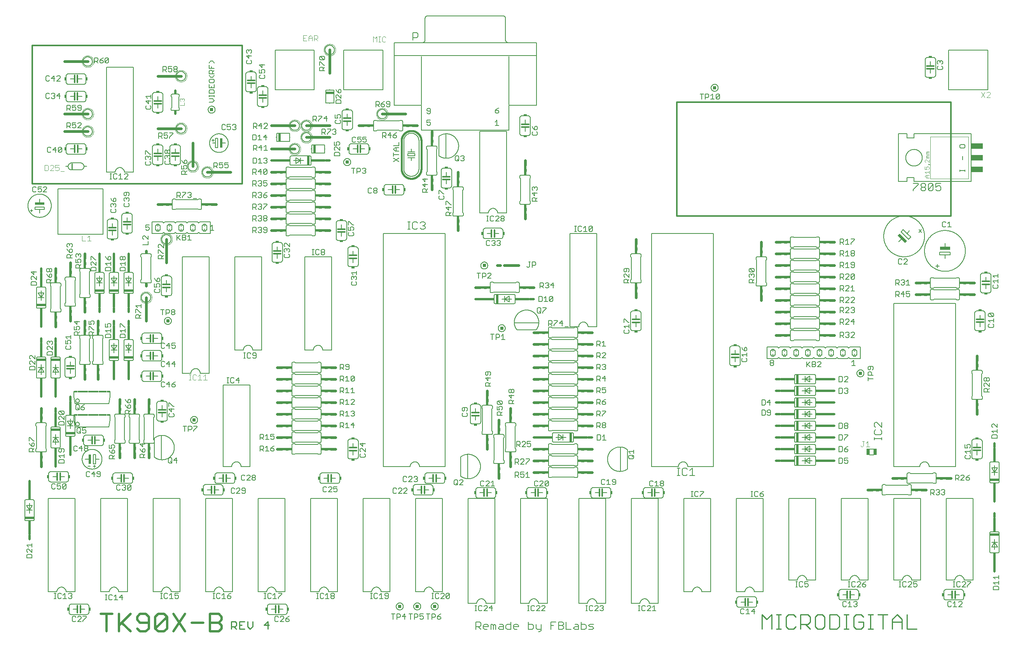
<source format=gto>
G75*
%MOIN*%
%OFA0B0*%
%FSLAX25Y25*%
%IPPOS*%
%LPD*%
%AMOC8*
5,1,8,0,0,1.08239X$1,22.5*
%
%ADD10C,0.02000*%
%ADD11C,0.01100*%
%ADD12C,0.00600*%
%ADD13C,0.01200*%
%ADD14R,0.09000X0.02500*%
%ADD15C,0.00500*%
%ADD16R,0.03000X0.01500*%
%ADD17R,0.01500X0.03000*%
%ADD18R,0.02500X0.09000*%
%ADD19R,0.02000X0.08000*%
%ADD20R,0.08000X0.02000*%
%ADD21R,0.12000X0.02000*%
%ADD22R,0.02000X0.12000*%
%ADD23R,0.02000X0.07000*%
%ADD24R,0.07000X0.02000*%
%ADD25C,0.01000*%
%ADD26C,0.00400*%
%ADD27C,0.00200*%
%ADD28R,0.03500X0.05000*%
%ADD29R,0.06500X0.05000*%
%ADD30C,0.00700*%
%ADD31C,0.00800*%
%ADD32C,0.02400*%
%ADD33R,0.02400X0.01000*%
%ADD34R,0.02000X0.01500*%
%ADD35R,0.07000X0.01500*%
%ADD36R,0.03400X0.02400*%
%ADD37R,0.02400X0.03400*%
%ADD38R,0.01000X0.02000*%
%ADD39R,0.02600X0.02600*%
%ADD40C,0.01600*%
%ADD41R,0.02000X0.01000*%
%ADD42R,0.02559X0.05512*%
D10*
X0083600Y0026113D02*
X0093609Y0026113D01*
X0088604Y0026113D02*
X0088604Y0011100D01*
X0099253Y0011100D02*
X0099253Y0026113D01*
X0101755Y0018606D02*
X0109262Y0011100D01*
X0114907Y0013602D02*
X0117409Y0011100D01*
X0122413Y0011100D01*
X0124915Y0013602D01*
X0124915Y0023611D01*
X0122413Y0026113D01*
X0117409Y0026113D01*
X0114907Y0023611D01*
X0114907Y0021109D01*
X0117409Y0018606D01*
X0124915Y0018606D01*
X0130560Y0013602D02*
X0140569Y0023611D01*
X0140569Y0013602D01*
X0138067Y0011100D01*
X0133062Y0011100D01*
X0130560Y0013602D01*
X0130560Y0023611D01*
X0133062Y0026113D01*
X0138067Y0026113D01*
X0140569Y0023611D01*
X0146213Y0026113D02*
X0156222Y0011100D01*
X0161867Y0018606D02*
X0171875Y0018606D01*
X0177520Y0018606D02*
X0185027Y0018606D01*
X0187529Y0016104D01*
X0187529Y0013602D01*
X0185027Y0011100D01*
X0177520Y0011100D01*
X0177520Y0026113D01*
X0185027Y0026113D01*
X0187529Y0023611D01*
X0187529Y0021109D01*
X0185027Y0018606D01*
X0156222Y0026113D02*
X0146213Y0011100D01*
X0109262Y0026113D02*
X0099253Y0016104D01*
X0022600Y0090100D02*
X0022600Y0093600D01*
X0022600Y0136600D02*
X0022600Y0140100D01*
X0045100Y0152600D02*
X0045100Y0156100D01*
X0057600Y0162600D02*
X0057600Y0166100D01*
X0045100Y0199100D02*
X0045100Y0202600D01*
X0057600Y0209100D02*
X0057600Y0212600D01*
X0045100Y0212600D02*
X0045100Y0216100D01*
X0032600Y0216100D02*
X0032600Y0212600D01*
X0095100Y0227600D02*
X0095100Y0231100D01*
X0107600Y0231100D02*
X0107600Y0227600D01*
X0045100Y0259100D02*
X0045100Y0262600D01*
X0032600Y0262600D02*
X0032600Y0259100D01*
X0032600Y0272600D02*
X0032600Y0276100D01*
X0082600Y0285100D02*
X0082600Y0288600D01*
X0095100Y0288600D02*
X0095100Y0285100D01*
X0095100Y0277600D02*
X0095100Y0274100D01*
X0107600Y0274100D02*
X0107600Y0277600D01*
X0107600Y0285100D02*
X0107600Y0288600D01*
X0107600Y0331600D02*
X0107600Y0335100D01*
X0095100Y0335100D02*
X0095100Y0331600D01*
X0082600Y0331600D02*
X0082600Y0335100D01*
X0032600Y0322600D02*
X0032600Y0319100D01*
X0230100Y0415100D02*
X0233600Y0415100D01*
X0276600Y0415100D02*
X0280100Y0415100D01*
X0147600Y0455100D02*
X0147600Y0457100D01*
X0147600Y0473100D02*
X0147600Y0475100D01*
X0405100Y0296350D02*
X0408600Y0296350D01*
X0451600Y0296350D02*
X0455100Y0296350D01*
X0455100Y0177600D02*
X0458600Y0177600D01*
X0501600Y0177600D02*
X0505100Y0177600D01*
X0662600Y0177600D02*
X0666100Y0177600D01*
X0666100Y0167600D02*
X0662600Y0167600D01*
X0662600Y0157600D02*
X0666100Y0157600D01*
X0666100Y0187600D02*
X0662600Y0187600D01*
X0662600Y0197600D02*
X0666100Y0197600D01*
X0666100Y0207600D02*
X0662600Y0207600D01*
X0662600Y0217600D02*
X0666100Y0217600D01*
X0666100Y0227600D02*
X0662600Y0227600D01*
X0709100Y0227600D02*
X0712600Y0227600D01*
X0712600Y0217600D02*
X0709100Y0217600D01*
X0709100Y0207600D02*
X0712600Y0207600D01*
X0712600Y0197600D02*
X0709100Y0197600D01*
X0709100Y0187600D02*
X0712600Y0187600D01*
X0712600Y0177600D02*
X0709100Y0177600D01*
X0709100Y0167600D02*
X0712600Y0167600D01*
X0712600Y0157600D02*
X0709100Y0157600D01*
X0850100Y0169100D02*
X0850100Y0172600D01*
X0850100Y0126100D02*
X0850100Y0122600D01*
X0850100Y0112600D02*
X0850100Y0109100D01*
X0850100Y0066100D02*
X0850100Y0062600D01*
D11*
X0783230Y0013150D02*
X0774956Y0013150D01*
X0774956Y0025561D01*
X0770799Y0021424D02*
X0770799Y0013150D01*
X0770799Y0019355D02*
X0762526Y0019355D01*
X0762526Y0021424D02*
X0766662Y0025561D01*
X0770799Y0021424D01*
X0762526Y0021424D02*
X0762526Y0013150D01*
X0754232Y0013150D02*
X0754232Y0025561D01*
X0750095Y0025561D02*
X0758369Y0025561D01*
X0745945Y0025561D02*
X0741808Y0025561D01*
X0743876Y0025561D02*
X0743876Y0013150D01*
X0741808Y0013150D02*
X0745945Y0013150D01*
X0737651Y0015218D02*
X0737651Y0019355D01*
X0733514Y0019355D01*
X0729377Y0015218D02*
X0731446Y0013150D01*
X0735583Y0013150D01*
X0737651Y0015218D01*
X0729377Y0015218D02*
X0729377Y0023492D01*
X0731446Y0025561D01*
X0735583Y0025561D01*
X0737651Y0023492D01*
X0725227Y0025561D02*
X0721090Y0025561D01*
X0723159Y0025561D02*
X0723159Y0013150D01*
X0725227Y0013150D02*
X0721090Y0013150D01*
X0716933Y0015218D02*
X0716933Y0023492D01*
X0714865Y0025561D01*
X0708660Y0025561D01*
X0708660Y0013150D01*
X0714865Y0013150D01*
X0716933Y0015218D01*
X0704503Y0015218D02*
X0704503Y0023492D01*
X0702434Y0025561D01*
X0698297Y0025561D01*
X0696229Y0023492D01*
X0696229Y0015218D01*
X0698297Y0013150D01*
X0702434Y0013150D01*
X0704503Y0015218D01*
X0692072Y0013150D02*
X0687935Y0017287D01*
X0690004Y0017287D02*
X0683798Y0017287D01*
X0683798Y0013150D02*
X0683798Y0025561D01*
X0690004Y0025561D01*
X0692072Y0023492D01*
X0692072Y0019355D01*
X0690004Y0017287D01*
X0679641Y0015218D02*
X0677573Y0013150D01*
X0673436Y0013150D01*
X0671368Y0015218D01*
X0671368Y0023492D01*
X0673436Y0025561D01*
X0677573Y0025561D01*
X0679641Y0023492D01*
X0667217Y0025561D02*
X0663081Y0025561D01*
X0665149Y0025561D02*
X0665149Y0013150D01*
X0663081Y0013150D02*
X0667217Y0013150D01*
X0658924Y0013150D02*
X0658924Y0025561D01*
X0654787Y0021424D01*
X0650650Y0025561D01*
X0650650Y0013150D01*
X0227979Y0016403D02*
X0223642Y0016403D01*
X0226895Y0019656D01*
X0226895Y0013150D01*
X0213983Y0015319D02*
X0213983Y0019656D01*
X0209646Y0019656D02*
X0209646Y0015319D01*
X0211814Y0013150D01*
X0213983Y0015319D01*
X0206985Y0013150D02*
X0202648Y0013150D01*
X0202648Y0019656D01*
X0206985Y0019656D01*
X0204816Y0016403D02*
X0202648Y0016403D01*
X0199987Y0016403D02*
X0198903Y0015319D01*
X0195650Y0015319D01*
X0197819Y0015319D02*
X0199987Y0013150D01*
X0199987Y0016403D02*
X0199987Y0018571D01*
X0198903Y0019656D01*
X0195650Y0019656D01*
X0195650Y0013150D01*
D12*
X0226600Y0027600D02*
X0226600Y0032600D01*
X0226602Y0032687D01*
X0226608Y0032774D01*
X0226617Y0032861D01*
X0226630Y0032947D01*
X0226647Y0033033D01*
X0226668Y0033118D01*
X0226693Y0033201D01*
X0226721Y0033284D01*
X0226752Y0033365D01*
X0226787Y0033445D01*
X0226826Y0033523D01*
X0226868Y0033600D01*
X0226913Y0033675D01*
X0226962Y0033747D01*
X0227013Y0033818D01*
X0227068Y0033886D01*
X0227125Y0033951D01*
X0227186Y0034014D01*
X0227249Y0034075D01*
X0227314Y0034132D01*
X0227382Y0034187D01*
X0227453Y0034238D01*
X0227525Y0034287D01*
X0227600Y0034332D01*
X0227677Y0034374D01*
X0227755Y0034413D01*
X0227835Y0034448D01*
X0227916Y0034479D01*
X0227999Y0034507D01*
X0228082Y0034532D01*
X0228167Y0034553D01*
X0228253Y0034570D01*
X0228339Y0034583D01*
X0228426Y0034592D01*
X0228513Y0034598D01*
X0228600Y0034600D01*
X0241600Y0034600D01*
X0241687Y0034598D01*
X0241774Y0034592D01*
X0241861Y0034583D01*
X0241947Y0034570D01*
X0242033Y0034553D01*
X0242118Y0034532D01*
X0242201Y0034507D01*
X0242284Y0034479D01*
X0242365Y0034448D01*
X0242445Y0034413D01*
X0242523Y0034374D01*
X0242600Y0034332D01*
X0242675Y0034287D01*
X0242747Y0034238D01*
X0242818Y0034187D01*
X0242886Y0034132D01*
X0242951Y0034075D01*
X0243014Y0034014D01*
X0243075Y0033951D01*
X0243132Y0033886D01*
X0243187Y0033818D01*
X0243238Y0033747D01*
X0243287Y0033675D01*
X0243332Y0033600D01*
X0243374Y0033523D01*
X0243413Y0033445D01*
X0243448Y0033365D01*
X0243479Y0033284D01*
X0243507Y0033201D01*
X0243532Y0033118D01*
X0243553Y0033033D01*
X0243570Y0032947D01*
X0243583Y0032861D01*
X0243592Y0032774D01*
X0243598Y0032687D01*
X0243600Y0032600D01*
X0243600Y0027600D01*
X0243598Y0027513D01*
X0243592Y0027426D01*
X0243583Y0027339D01*
X0243570Y0027253D01*
X0243553Y0027167D01*
X0243532Y0027082D01*
X0243507Y0026999D01*
X0243479Y0026916D01*
X0243448Y0026835D01*
X0243413Y0026755D01*
X0243374Y0026677D01*
X0243332Y0026600D01*
X0243287Y0026525D01*
X0243238Y0026453D01*
X0243187Y0026382D01*
X0243132Y0026314D01*
X0243075Y0026249D01*
X0243014Y0026186D01*
X0242951Y0026125D01*
X0242886Y0026068D01*
X0242818Y0026013D01*
X0242747Y0025962D01*
X0242675Y0025913D01*
X0242600Y0025868D01*
X0242523Y0025826D01*
X0242445Y0025787D01*
X0242365Y0025752D01*
X0242284Y0025721D01*
X0242201Y0025693D01*
X0242118Y0025668D01*
X0242033Y0025647D01*
X0241947Y0025630D01*
X0241861Y0025617D01*
X0241774Y0025608D01*
X0241687Y0025602D01*
X0241600Y0025600D01*
X0228600Y0025600D01*
X0228513Y0025602D01*
X0228426Y0025608D01*
X0228339Y0025617D01*
X0228253Y0025630D01*
X0228167Y0025647D01*
X0228082Y0025668D01*
X0227999Y0025693D01*
X0227916Y0025721D01*
X0227835Y0025752D01*
X0227755Y0025787D01*
X0227677Y0025826D01*
X0227600Y0025868D01*
X0227525Y0025913D01*
X0227453Y0025962D01*
X0227382Y0026013D01*
X0227314Y0026068D01*
X0227249Y0026125D01*
X0227186Y0026186D01*
X0227125Y0026249D01*
X0227068Y0026314D01*
X0227013Y0026382D01*
X0226962Y0026453D01*
X0226913Y0026525D01*
X0226868Y0026600D01*
X0226826Y0026677D01*
X0226787Y0026755D01*
X0226752Y0026835D01*
X0226721Y0026916D01*
X0226693Y0026999D01*
X0226668Y0027082D01*
X0226647Y0027167D01*
X0226630Y0027253D01*
X0226617Y0027339D01*
X0226608Y0027426D01*
X0226602Y0027513D01*
X0226600Y0027600D01*
X0230100Y0030100D02*
X0233800Y0030100D01*
X0236300Y0030100D02*
X0240100Y0030100D01*
X0241600Y0045100D02*
X0234100Y0045100D01*
X0234098Y0045226D01*
X0234092Y0045351D01*
X0234082Y0045476D01*
X0234068Y0045601D01*
X0234051Y0045726D01*
X0234029Y0045850D01*
X0234004Y0045973D01*
X0233974Y0046095D01*
X0233941Y0046216D01*
X0233904Y0046336D01*
X0233864Y0046455D01*
X0233819Y0046572D01*
X0233771Y0046689D01*
X0233719Y0046803D01*
X0233664Y0046916D01*
X0233605Y0047027D01*
X0233543Y0047136D01*
X0233477Y0047243D01*
X0233408Y0047348D01*
X0233336Y0047451D01*
X0233261Y0047552D01*
X0233182Y0047650D01*
X0233100Y0047745D01*
X0233016Y0047838D01*
X0232928Y0047928D01*
X0232838Y0048016D01*
X0232745Y0048100D01*
X0232650Y0048182D01*
X0232552Y0048261D01*
X0232451Y0048336D01*
X0232348Y0048408D01*
X0232243Y0048477D01*
X0232136Y0048543D01*
X0232027Y0048605D01*
X0231916Y0048664D01*
X0231803Y0048719D01*
X0231689Y0048771D01*
X0231572Y0048819D01*
X0231455Y0048864D01*
X0231336Y0048904D01*
X0231216Y0048941D01*
X0231095Y0048974D01*
X0230973Y0049004D01*
X0230850Y0049029D01*
X0230726Y0049051D01*
X0230601Y0049068D01*
X0230476Y0049082D01*
X0230351Y0049092D01*
X0230226Y0049098D01*
X0230100Y0049100D01*
X0229974Y0049098D01*
X0229849Y0049092D01*
X0229724Y0049082D01*
X0229599Y0049068D01*
X0229474Y0049051D01*
X0229350Y0049029D01*
X0229227Y0049004D01*
X0229105Y0048974D01*
X0228984Y0048941D01*
X0228864Y0048904D01*
X0228745Y0048864D01*
X0228628Y0048819D01*
X0228511Y0048771D01*
X0228397Y0048719D01*
X0228284Y0048664D01*
X0228173Y0048605D01*
X0228064Y0048543D01*
X0227957Y0048477D01*
X0227852Y0048408D01*
X0227749Y0048336D01*
X0227648Y0048261D01*
X0227550Y0048182D01*
X0227455Y0048100D01*
X0227362Y0048016D01*
X0227272Y0047928D01*
X0227184Y0047838D01*
X0227100Y0047745D01*
X0227018Y0047650D01*
X0226939Y0047552D01*
X0226864Y0047451D01*
X0226792Y0047348D01*
X0226723Y0047243D01*
X0226657Y0047136D01*
X0226595Y0047027D01*
X0226536Y0046916D01*
X0226481Y0046803D01*
X0226429Y0046689D01*
X0226381Y0046572D01*
X0226336Y0046455D01*
X0226296Y0046336D01*
X0226259Y0046216D01*
X0226226Y0046095D01*
X0226196Y0045973D01*
X0226171Y0045850D01*
X0226149Y0045726D01*
X0226132Y0045601D01*
X0226118Y0045476D01*
X0226108Y0045351D01*
X0226102Y0045226D01*
X0226100Y0045100D01*
X0218600Y0045100D01*
X0218600Y0125100D01*
X0241600Y0125100D01*
X0241600Y0045100D01*
X0263600Y0045100D02*
X0271100Y0045100D01*
X0271102Y0045226D01*
X0271108Y0045351D01*
X0271118Y0045476D01*
X0271132Y0045601D01*
X0271149Y0045726D01*
X0271171Y0045850D01*
X0271196Y0045973D01*
X0271226Y0046095D01*
X0271259Y0046216D01*
X0271296Y0046336D01*
X0271336Y0046455D01*
X0271381Y0046572D01*
X0271429Y0046689D01*
X0271481Y0046803D01*
X0271536Y0046916D01*
X0271595Y0047027D01*
X0271657Y0047136D01*
X0271723Y0047243D01*
X0271792Y0047348D01*
X0271864Y0047451D01*
X0271939Y0047552D01*
X0272018Y0047650D01*
X0272100Y0047745D01*
X0272184Y0047838D01*
X0272272Y0047928D01*
X0272362Y0048016D01*
X0272455Y0048100D01*
X0272550Y0048182D01*
X0272648Y0048261D01*
X0272749Y0048336D01*
X0272852Y0048408D01*
X0272957Y0048477D01*
X0273064Y0048543D01*
X0273173Y0048605D01*
X0273284Y0048664D01*
X0273397Y0048719D01*
X0273511Y0048771D01*
X0273628Y0048819D01*
X0273745Y0048864D01*
X0273864Y0048904D01*
X0273984Y0048941D01*
X0274105Y0048974D01*
X0274227Y0049004D01*
X0274350Y0049029D01*
X0274474Y0049051D01*
X0274599Y0049068D01*
X0274724Y0049082D01*
X0274849Y0049092D01*
X0274974Y0049098D01*
X0275100Y0049100D01*
X0275226Y0049098D01*
X0275351Y0049092D01*
X0275476Y0049082D01*
X0275601Y0049068D01*
X0275726Y0049051D01*
X0275850Y0049029D01*
X0275973Y0049004D01*
X0276095Y0048974D01*
X0276216Y0048941D01*
X0276336Y0048904D01*
X0276455Y0048864D01*
X0276572Y0048819D01*
X0276689Y0048771D01*
X0276803Y0048719D01*
X0276916Y0048664D01*
X0277027Y0048605D01*
X0277136Y0048543D01*
X0277243Y0048477D01*
X0277348Y0048408D01*
X0277451Y0048336D01*
X0277552Y0048261D01*
X0277650Y0048182D01*
X0277745Y0048100D01*
X0277838Y0048016D01*
X0277928Y0047928D01*
X0278016Y0047838D01*
X0278100Y0047745D01*
X0278182Y0047650D01*
X0278261Y0047552D01*
X0278336Y0047451D01*
X0278408Y0047348D01*
X0278477Y0047243D01*
X0278543Y0047136D01*
X0278605Y0047027D01*
X0278664Y0046916D01*
X0278719Y0046803D01*
X0278771Y0046689D01*
X0278819Y0046572D01*
X0278864Y0046455D01*
X0278904Y0046336D01*
X0278941Y0046216D01*
X0278974Y0046095D01*
X0279004Y0045973D01*
X0279029Y0045850D01*
X0279051Y0045726D01*
X0279068Y0045601D01*
X0279082Y0045476D01*
X0279092Y0045351D01*
X0279098Y0045226D01*
X0279100Y0045100D01*
X0286600Y0045100D01*
X0286600Y0125100D01*
X0263600Y0125100D01*
X0263600Y0045100D01*
X0308600Y0045100D02*
X0316100Y0045100D01*
X0316102Y0045226D01*
X0316108Y0045351D01*
X0316118Y0045476D01*
X0316132Y0045601D01*
X0316149Y0045726D01*
X0316171Y0045850D01*
X0316196Y0045973D01*
X0316226Y0046095D01*
X0316259Y0046216D01*
X0316296Y0046336D01*
X0316336Y0046455D01*
X0316381Y0046572D01*
X0316429Y0046689D01*
X0316481Y0046803D01*
X0316536Y0046916D01*
X0316595Y0047027D01*
X0316657Y0047136D01*
X0316723Y0047243D01*
X0316792Y0047348D01*
X0316864Y0047451D01*
X0316939Y0047552D01*
X0317018Y0047650D01*
X0317100Y0047745D01*
X0317184Y0047838D01*
X0317272Y0047928D01*
X0317362Y0048016D01*
X0317455Y0048100D01*
X0317550Y0048182D01*
X0317648Y0048261D01*
X0317749Y0048336D01*
X0317852Y0048408D01*
X0317957Y0048477D01*
X0318064Y0048543D01*
X0318173Y0048605D01*
X0318284Y0048664D01*
X0318397Y0048719D01*
X0318511Y0048771D01*
X0318628Y0048819D01*
X0318745Y0048864D01*
X0318864Y0048904D01*
X0318984Y0048941D01*
X0319105Y0048974D01*
X0319227Y0049004D01*
X0319350Y0049029D01*
X0319474Y0049051D01*
X0319599Y0049068D01*
X0319724Y0049082D01*
X0319849Y0049092D01*
X0319974Y0049098D01*
X0320100Y0049100D01*
X0320226Y0049098D01*
X0320351Y0049092D01*
X0320476Y0049082D01*
X0320601Y0049068D01*
X0320726Y0049051D01*
X0320850Y0049029D01*
X0320973Y0049004D01*
X0321095Y0048974D01*
X0321216Y0048941D01*
X0321336Y0048904D01*
X0321455Y0048864D01*
X0321572Y0048819D01*
X0321689Y0048771D01*
X0321803Y0048719D01*
X0321916Y0048664D01*
X0322027Y0048605D01*
X0322136Y0048543D01*
X0322243Y0048477D01*
X0322348Y0048408D01*
X0322451Y0048336D01*
X0322552Y0048261D01*
X0322650Y0048182D01*
X0322745Y0048100D01*
X0322838Y0048016D01*
X0322928Y0047928D01*
X0323016Y0047838D01*
X0323100Y0047745D01*
X0323182Y0047650D01*
X0323261Y0047552D01*
X0323336Y0047451D01*
X0323408Y0047348D01*
X0323477Y0047243D01*
X0323543Y0047136D01*
X0323605Y0047027D01*
X0323664Y0046916D01*
X0323719Y0046803D01*
X0323771Y0046689D01*
X0323819Y0046572D01*
X0323864Y0046455D01*
X0323904Y0046336D01*
X0323941Y0046216D01*
X0323974Y0046095D01*
X0324004Y0045973D01*
X0324029Y0045850D01*
X0324051Y0045726D01*
X0324068Y0045601D01*
X0324082Y0045476D01*
X0324092Y0045351D01*
X0324098Y0045226D01*
X0324100Y0045100D01*
X0331600Y0045100D01*
X0331600Y0125100D01*
X0308600Y0125100D01*
X0308600Y0045100D01*
X0337100Y0032600D02*
X0337102Y0032709D01*
X0337108Y0032818D01*
X0337118Y0032926D01*
X0337132Y0033034D01*
X0337149Y0033142D01*
X0337171Y0033249D01*
X0337196Y0033355D01*
X0337226Y0033459D01*
X0337259Y0033563D01*
X0337296Y0033666D01*
X0337336Y0033767D01*
X0337380Y0033866D01*
X0337428Y0033964D01*
X0337480Y0034061D01*
X0337534Y0034155D01*
X0337592Y0034247D01*
X0337654Y0034337D01*
X0337719Y0034424D01*
X0337786Y0034510D01*
X0337857Y0034593D01*
X0337931Y0034673D01*
X0338008Y0034750D01*
X0338087Y0034825D01*
X0338169Y0034896D01*
X0338254Y0034965D01*
X0338341Y0035030D01*
X0338430Y0035093D01*
X0338522Y0035151D01*
X0338616Y0035207D01*
X0338711Y0035259D01*
X0338809Y0035308D01*
X0338908Y0035353D01*
X0339009Y0035395D01*
X0339111Y0035432D01*
X0339214Y0035466D01*
X0339319Y0035497D01*
X0339425Y0035523D01*
X0339531Y0035546D01*
X0339639Y0035564D01*
X0339747Y0035579D01*
X0339855Y0035590D01*
X0339964Y0035597D01*
X0340073Y0035600D01*
X0340182Y0035599D01*
X0340291Y0035594D01*
X0340399Y0035585D01*
X0340507Y0035572D01*
X0340615Y0035555D01*
X0340722Y0035535D01*
X0340828Y0035510D01*
X0340933Y0035482D01*
X0341037Y0035450D01*
X0341140Y0035414D01*
X0341242Y0035374D01*
X0341342Y0035331D01*
X0341440Y0035284D01*
X0341537Y0035234D01*
X0341631Y0035180D01*
X0341724Y0035122D01*
X0341815Y0035062D01*
X0341903Y0034998D01*
X0341989Y0034931D01*
X0342072Y0034861D01*
X0342153Y0034788D01*
X0342231Y0034712D01*
X0342306Y0034633D01*
X0342379Y0034551D01*
X0342448Y0034467D01*
X0342514Y0034381D01*
X0342577Y0034292D01*
X0342637Y0034201D01*
X0342694Y0034108D01*
X0342747Y0034013D01*
X0342796Y0033916D01*
X0342842Y0033817D01*
X0342884Y0033717D01*
X0342923Y0033615D01*
X0342958Y0033511D01*
X0342989Y0033407D01*
X0343017Y0033302D01*
X0343040Y0033195D01*
X0343060Y0033088D01*
X0343076Y0032980D01*
X0343088Y0032872D01*
X0343096Y0032763D01*
X0343100Y0032654D01*
X0343100Y0032546D01*
X0343096Y0032437D01*
X0343088Y0032328D01*
X0343076Y0032220D01*
X0343060Y0032112D01*
X0343040Y0032005D01*
X0343017Y0031898D01*
X0342989Y0031793D01*
X0342958Y0031689D01*
X0342923Y0031585D01*
X0342884Y0031483D01*
X0342842Y0031383D01*
X0342796Y0031284D01*
X0342747Y0031187D01*
X0342694Y0031092D01*
X0342637Y0030999D01*
X0342577Y0030908D01*
X0342514Y0030819D01*
X0342448Y0030733D01*
X0342379Y0030649D01*
X0342306Y0030567D01*
X0342231Y0030488D01*
X0342153Y0030412D01*
X0342072Y0030339D01*
X0341989Y0030269D01*
X0341903Y0030202D01*
X0341815Y0030138D01*
X0341724Y0030078D01*
X0341631Y0030020D01*
X0341537Y0029966D01*
X0341440Y0029916D01*
X0341342Y0029869D01*
X0341242Y0029826D01*
X0341140Y0029786D01*
X0341037Y0029750D01*
X0340933Y0029718D01*
X0340828Y0029690D01*
X0340722Y0029665D01*
X0340615Y0029645D01*
X0340507Y0029628D01*
X0340399Y0029615D01*
X0340291Y0029606D01*
X0340182Y0029601D01*
X0340073Y0029600D01*
X0339964Y0029603D01*
X0339855Y0029610D01*
X0339747Y0029621D01*
X0339639Y0029636D01*
X0339531Y0029654D01*
X0339425Y0029677D01*
X0339319Y0029703D01*
X0339214Y0029734D01*
X0339111Y0029768D01*
X0339009Y0029805D01*
X0338908Y0029847D01*
X0338809Y0029892D01*
X0338711Y0029941D01*
X0338616Y0029993D01*
X0338522Y0030049D01*
X0338430Y0030107D01*
X0338341Y0030170D01*
X0338254Y0030235D01*
X0338169Y0030304D01*
X0338087Y0030375D01*
X0338008Y0030450D01*
X0337931Y0030527D01*
X0337857Y0030607D01*
X0337786Y0030690D01*
X0337719Y0030776D01*
X0337654Y0030863D01*
X0337592Y0030953D01*
X0337534Y0031045D01*
X0337480Y0031139D01*
X0337428Y0031236D01*
X0337380Y0031334D01*
X0337336Y0031433D01*
X0337296Y0031534D01*
X0337259Y0031637D01*
X0337226Y0031741D01*
X0337196Y0031845D01*
X0337171Y0031951D01*
X0337149Y0032058D01*
X0337132Y0032166D01*
X0337118Y0032274D01*
X0337108Y0032382D01*
X0337102Y0032491D01*
X0337100Y0032600D01*
X0352100Y0032600D02*
X0352102Y0032709D01*
X0352108Y0032818D01*
X0352118Y0032926D01*
X0352132Y0033034D01*
X0352149Y0033142D01*
X0352171Y0033249D01*
X0352196Y0033355D01*
X0352226Y0033459D01*
X0352259Y0033563D01*
X0352296Y0033666D01*
X0352336Y0033767D01*
X0352380Y0033866D01*
X0352428Y0033964D01*
X0352480Y0034061D01*
X0352534Y0034155D01*
X0352592Y0034247D01*
X0352654Y0034337D01*
X0352719Y0034424D01*
X0352786Y0034510D01*
X0352857Y0034593D01*
X0352931Y0034673D01*
X0353008Y0034750D01*
X0353087Y0034825D01*
X0353169Y0034896D01*
X0353254Y0034965D01*
X0353341Y0035030D01*
X0353430Y0035093D01*
X0353522Y0035151D01*
X0353616Y0035207D01*
X0353711Y0035259D01*
X0353809Y0035308D01*
X0353908Y0035353D01*
X0354009Y0035395D01*
X0354111Y0035432D01*
X0354214Y0035466D01*
X0354319Y0035497D01*
X0354425Y0035523D01*
X0354531Y0035546D01*
X0354639Y0035564D01*
X0354747Y0035579D01*
X0354855Y0035590D01*
X0354964Y0035597D01*
X0355073Y0035600D01*
X0355182Y0035599D01*
X0355291Y0035594D01*
X0355399Y0035585D01*
X0355507Y0035572D01*
X0355615Y0035555D01*
X0355722Y0035535D01*
X0355828Y0035510D01*
X0355933Y0035482D01*
X0356037Y0035450D01*
X0356140Y0035414D01*
X0356242Y0035374D01*
X0356342Y0035331D01*
X0356440Y0035284D01*
X0356537Y0035234D01*
X0356631Y0035180D01*
X0356724Y0035122D01*
X0356815Y0035062D01*
X0356903Y0034998D01*
X0356989Y0034931D01*
X0357072Y0034861D01*
X0357153Y0034788D01*
X0357231Y0034712D01*
X0357306Y0034633D01*
X0357379Y0034551D01*
X0357448Y0034467D01*
X0357514Y0034381D01*
X0357577Y0034292D01*
X0357637Y0034201D01*
X0357694Y0034108D01*
X0357747Y0034013D01*
X0357796Y0033916D01*
X0357842Y0033817D01*
X0357884Y0033717D01*
X0357923Y0033615D01*
X0357958Y0033511D01*
X0357989Y0033407D01*
X0358017Y0033302D01*
X0358040Y0033195D01*
X0358060Y0033088D01*
X0358076Y0032980D01*
X0358088Y0032872D01*
X0358096Y0032763D01*
X0358100Y0032654D01*
X0358100Y0032546D01*
X0358096Y0032437D01*
X0358088Y0032328D01*
X0358076Y0032220D01*
X0358060Y0032112D01*
X0358040Y0032005D01*
X0358017Y0031898D01*
X0357989Y0031793D01*
X0357958Y0031689D01*
X0357923Y0031585D01*
X0357884Y0031483D01*
X0357842Y0031383D01*
X0357796Y0031284D01*
X0357747Y0031187D01*
X0357694Y0031092D01*
X0357637Y0030999D01*
X0357577Y0030908D01*
X0357514Y0030819D01*
X0357448Y0030733D01*
X0357379Y0030649D01*
X0357306Y0030567D01*
X0357231Y0030488D01*
X0357153Y0030412D01*
X0357072Y0030339D01*
X0356989Y0030269D01*
X0356903Y0030202D01*
X0356815Y0030138D01*
X0356724Y0030078D01*
X0356631Y0030020D01*
X0356537Y0029966D01*
X0356440Y0029916D01*
X0356342Y0029869D01*
X0356242Y0029826D01*
X0356140Y0029786D01*
X0356037Y0029750D01*
X0355933Y0029718D01*
X0355828Y0029690D01*
X0355722Y0029665D01*
X0355615Y0029645D01*
X0355507Y0029628D01*
X0355399Y0029615D01*
X0355291Y0029606D01*
X0355182Y0029601D01*
X0355073Y0029600D01*
X0354964Y0029603D01*
X0354855Y0029610D01*
X0354747Y0029621D01*
X0354639Y0029636D01*
X0354531Y0029654D01*
X0354425Y0029677D01*
X0354319Y0029703D01*
X0354214Y0029734D01*
X0354111Y0029768D01*
X0354009Y0029805D01*
X0353908Y0029847D01*
X0353809Y0029892D01*
X0353711Y0029941D01*
X0353616Y0029993D01*
X0353522Y0030049D01*
X0353430Y0030107D01*
X0353341Y0030170D01*
X0353254Y0030235D01*
X0353169Y0030304D01*
X0353087Y0030375D01*
X0353008Y0030450D01*
X0352931Y0030527D01*
X0352857Y0030607D01*
X0352786Y0030690D01*
X0352719Y0030776D01*
X0352654Y0030863D01*
X0352592Y0030953D01*
X0352534Y0031045D01*
X0352480Y0031139D01*
X0352428Y0031236D01*
X0352380Y0031334D01*
X0352336Y0031433D01*
X0352296Y0031534D01*
X0352259Y0031637D01*
X0352226Y0031741D01*
X0352196Y0031845D01*
X0352171Y0031951D01*
X0352149Y0032058D01*
X0352132Y0032166D01*
X0352118Y0032274D01*
X0352108Y0032382D01*
X0352102Y0032491D01*
X0352100Y0032600D01*
X0353600Y0045100D02*
X0361100Y0045100D01*
X0361102Y0045226D01*
X0361108Y0045351D01*
X0361118Y0045476D01*
X0361132Y0045601D01*
X0361149Y0045726D01*
X0361171Y0045850D01*
X0361196Y0045973D01*
X0361226Y0046095D01*
X0361259Y0046216D01*
X0361296Y0046336D01*
X0361336Y0046455D01*
X0361381Y0046572D01*
X0361429Y0046689D01*
X0361481Y0046803D01*
X0361536Y0046916D01*
X0361595Y0047027D01*
X0361657Y0047136D01*
X0361723Y0047243D01*
X0361792Y0047348D01*
X0361864Y0047451D01*
X0361939Y0047552D01*
X0362018Y0047650D01*
X0362100Y0047745D01*
X0362184Y0047838D01*
X0362272Y0047928D01*
X0362362Y0048016D01*
X0362455Y0048100D01*
X0362550Y0048182D01*
X0362648Y0048261D01*
X0362749Y0048336D01*
X0362852Y0048408D01*
X0362957Y0048477D01*
X0363064Y0048543D01*
X0363173Y0048605D01*
X0363284Y0048664D01*
X0363397Y0048719D01*
X0363511Y0048771D01*
X0363628Y0048819D01*
X0363745Y0048864D01*
X0363864Y0048904D01*
X0363984Y0048941D01*
X0364105Y0048974D01*
X0364227Y0049004D01*
X0364350Y0049029D01*
X0364474Y0049051D01*
X0364599Y0049068D01*
X0364724Y0049082D01*
X0364849Y0049092D01*
X0364974Y0049098D01*
X0365100Y0049100D01*
X0365226Y0049098D01*
X0365351Y0049092D01*
X0365476Y0049082D01*
X0365601Y0049068D01*
X0365726Y0049051D01*
X0365850Y0049029D01*
X0365973Y0049004D01*
X0366095Y0048974D01*
X0366216Y0048941D01*
X0366336Y0048904D01*
X0366455Y0048864D01*
X0366572Y0048819D01*
X0366689Y0048771D01*
X0366803Y0048719D01*
X0366916Y0048664D01*
X0367027Y0048605D01*
X0367136Y0048543D01*
X0367243Y0048477D01*
X0367348Y0048408D01*
X0367451Y0048336D01*
X0367552Y0048261D01*
X0367650Y0048182D01*
X0367745Y0048100D01*
X0367838Y0048016D01*
X0367928Y0047928D01*
X0368016Y0047838D01*
X0368100Y0047745D01*
X0368182Y0047650D01*
X0368261Y0047552D01*
X0368336Y0047451D01*
X0368408Y0047348D01*
X0368477Y0047243D01*
X0368543Y0047136D01*
X0368605Y0047027D01*
X0368664Y0046916D01*
X0368719Y0046803D01*
X0368771Y0046689D01*
X0368819Y0046572D01*
X0368864Y0046455D01*
X0368904Y0046336D01*
X0368941Y0046216D01*
X0368974Y0046095D01*
X0369004Y0045973D01*
X0369029Y0045850D01*
X0369051Y0045726D01*
X0369068Y0045601D01*
X0369082Y0045476D01*
X0369092Y0045351D01*
X0369098Y0045226D01*
X0369100Y0045100D01*
X0376600Y0045100D01*
X0376600Y0125100D01*
X0353600Y0125100D01*
X0353600Y0045100D01*
X0367100Y0032600D02*
X0367102Y0032709D01*
X0367108Y0032818D01*
X0367118Y0032926D01*
X0367132Y0033034D01*
X0367149Y0033142D01*
X0367171Y0033249D01*
X0367196Y0033355D01*
X0367226Y0033459D01*
X0367259Y0033563D01*
X0367296Y0033666D01*
X0367336Y0033767D01*
X0367380Y0033866D01*
X0367428Y0033964D01*
X0367480Y0034061D01*
X0367534Y0034155D01*
X0367592Y0034247D01*
X0367654Y0034337D01*
X0367719Y0034424D01*
X0367786Y0034510D01*
X0367857Y0034593D01*
X0367931Y0034673D01*
X0368008Y0034750D01*
X0368087Y0034825D01*
X0368169Y0034896D01*
X0368254Y0034965D01*
X0368341Y0035030D01*
X0368430Y0035093D01*
X0368522Y0035151D01*
X0368616Y0035207D01*
X0368711Y0035259D01*
X0368809Y0035308D01*
X0368908Y0035353D01*
X0369009Y0035395D01*
X0369111Y0035432D01*
X0369214Y0035466D01*
X0369319Y0035497D01*
X0369425Y0035523D01*
X0369531Y0035546D01*
X0369639Y0035564D01*
X0369747Y0035579D01*
X0369855Y0035590D01*
X0369964Y0035597D01*
X0370073Y0035600D01*
X0370182Y0035599D01*
X0370291Y0035594D01*
X0370399Y0035585D01*
X0370507Y0035572D01*
X0370615Y0035555D01*
X0370722Y0035535D01*
X0370828Y0035510D01*
X0370933Y0035482D01*
X0371037Y0035450D01*
X0371140Y0035414D01*
X0371242Y0035374D01*
X0371342Y0035331D01*
X0371440Y0035284D01*
X0371537Y0035234D01*
X0371631Y0035180D01*
X0371724Y0035122D01*
X0371815Y0035062D01*
X0371903Y0034998D01*
X0371989Y0034931D01*
X0372072Y0034861D01*
X0372153Y0034788D01*
X0372231Y0034712D01*
X0372306Y0034633D01*
X0372379Y0034551D01*
X0372448Y0034467D01*
X0372514Y0034381D01*
X0372577Y0034292D01*
X0372637Y0034201D01*
X0372694Y0034108D01*
X0372747Y0034013D01*
X0372796Y0033916D01*
X0372842Y0033817D01*
X0372884Y0033717D01*
X0372923Y0033615D01*
X0372958Y0033511D01*
X0372989Y0033407D01*
X0373017Y0033302D01*
X0373040Y0033195D01*
X0373060Y0033088D01*
X0373076Y0032980D01*
X0373088Y0032872D01*
X0373096Y0032763D01*
X0373100Y0032654D01*
X0373100Y0032546D01*
X0373096Y0032437D01*
X0373088Y0032328D01*
X0373076Y0032220D01*
X0373060Y0032112D01*
X0373040Y0032005D01*
X0373017Y0031898D01*
X0372989Y0031793D01*
X0372958Y0031689D01*
X0372923Y0031585D01*
X0372884Y0031483D01*
X0372842Y0031383D01*
X0372796Y0031284D01*
X0372747Y0031187D01*
X0372694Y0031092D01*
X0372637Y0030999D01*
X0372577Y0030908D01*
X0372514Y0030819D01*
X0372448Y0030733D01*
X0372379Y0030649D01*
X0372306Y0030567D01*
X0372231Y0030488D01*
X0372153Y0030412D01*
X0372072Y0030339D01*
X0371989Y0030269D01*
X0371903Y0030202D01*
X0371815Y0030138D01*
X0371724Y0030078D01*
X0371631Y0030020D01*
X0371537Y0029966D01*
X0371440Y0029916D01*
X0371342Y0029869D01*
X0371242Y0029826D01*
X0371140Y0029786D01*
X0371037Y0029750D01*
X0370933Y0029718D01*
X0370828Y0029690D01*
X0370722Y0029665D01*
X0370615Y0029645D01*
X0370507Y0029628D01*
X0370399Y0029615D01*
X0370291Y0029606D01*
X0370182Y0029601D01*
X0370073Y0029600D01*
X0369964Y0029603D01*
X0369855Y0029610D01*
X0369747Y0029621D01*
X0369639Y0029636D01*
X0369531Y0029654D01*
X0369425Y0029677D01*
X0369319Y0029703D01*
X0369214Y0029734D01*
X0369111Y0029768D01*
X0369009Y0029805D01*
X0368908Y0029847D01*
X0368809Y0029892D01*
X0368711Y0029941D01*
X0368616Y0029993D01*
X0368522Y0030049D01*
X0368430Y0030107D01*
X0368341Y0030170D01*
X0368254Y0030235D01*
X0368169Y0030304D01*
X0368087Y0030375D01*
X0368008Y0030450D01*
X0367931Y0030527D01*
X0367857Y0030607D01*
X0367786Y0030690D01*
X0367719Y0030776D01*
X0367654Y0030863D01*
X0367592Y0030953D01*
X0367534Y0031045D01*
X0367480Y0031139D01*
X0367428Y0031236D01*
X0367380Y0031334D01*
X0367336Y0031433D01*
X0367296Y0031534D01*
X0367259Y0031637D01*
X0367226Y0031741D01*
X0367196Y0031845D01*
X0367171Y0031951D01*
X0367149Y0032058D01*
X0367132Y0032166D01*
X0367118Y0032274D01*
X0367108Y0032382D01*
X0367102Y0032491D01*
X0367100Y0032600D01*
X0398600Y0035100D02*
X0406100Y0035100D01*
X0406102Y0035226D01*
X0406108Y0035351D01*
X0406118Y0035476D01*
X0406132Y0035601D01*
X0406149Y0035726D01*
X0406171Y0035850D01*
X0406196Y0035973D01*
X0406226Y0036095D01*
X0406259Y0036216D01*
X0406296Y0036336D01*
X0406336Y0036455D01*
X0406381Y0036572D01*
X0406429Y0036689D01*
X0406481Y0036803D01*
X0406536Y0036916D01*
X0406595Y0037027D01*
X0406657Y0037136D01*
X0406723Y0037243D01*
X0406792Y0037348D01*
X0406864Y0037451D01*
X0406939Y0037552D01*
X0407018Y0037650D01*
X0407100Y0037745D01*
X0407184Y0037838D01*
X0407272Y0037928D01*
X0407362Y0038016D01*
X0407455Y0038100D01*
X0407550Y0038182D01*
X0407648Y0038261D01*
X0407749Y0038336D01*
X0407852Y0038408D01*
X0407957Y0038477D01*
X0408064Y0038543D01*
X0408173Y0038605D01*
X0408284Y0038664D01*
X0408397Y0038719D01*
X0408511Y0038771D01*
X0408628Y0038819D01*
X0408745Y0038864D01*
X0408864Y0038904D01*
X0408984Y0038941D01*
X0409105Y0038974D01*
X0409227Y0039004D01*
X0409350Y0039029D01*
X0409474Y0039051D01*
X0409599Y0039068D01*
X0409724Y0039082D01*
X0409849Y0039092D01*
X0409974Y0039098D01*
X0410100Y0039100D01*
X0410226Y0039098D01*
X0410351Y0039092D01*
X0410476Y0039082D01*
X0410601Y0039068D01*
X0410726Y0039051D01*
X0410850Y0039029D01*
X0410973Y0039004D01*
X0411095Y0038974D01*
X0411216Y0038941D01*
X0411336Y0038904D01*
X0411455Y0038864D01*
X0411572Y0038819D01*
X0411689Y0038771D01*
X0411803Y0038719D01*
X0411916Y0038664D01*
X0412027Y0038605D01*
X0412136Y0038543D01*
X0412243Y0038477D01*
X0412348Y0038408D01*
X0412451Y0038336D01*
X0412552Y0038261D01*
X0412650Y0038182D01*
X0412745Y0038100D01*
X0412838Y0038016D01*
X0412928Y0037928D01*
X0413016Y0037838D01*
X0413100Y0037745D01*
X0413182Y0037650D01*
X0413261Y0037552D01*
X0413336Y0037451D01*
X0413408Y0037348D01*
X0413477Y0037243D01*
X0413543Y0037136D01*
X0413605Y0037027D01*
X0413664Y0036916D01*
X0413719Y0036803D01*
X0413771Y0036689D01*
X0413819Y0036572D01*
X0413864Y0036455D01*
X0413904Y0036336D01*
X0413941Y0036216D01*
X0413974Y0036095D01*
X0414004Y0035973D01*
X0414029Y0035850D01*
X0414051Y0035726D01*
X0414068Y0035601D01*
X0414082Y0035476D01*
X0414092Y0035351D01*
X0414098Y0035226D01*
X0414100Y0035100D01*
X0421600Y0035100D01*
X0421600Y0125100D01*
X0398600Y0125100D01*
X0398600Y0035100D01*
X0405400Y0019305D02*
X0408603Y0019305D01*
X0409670Y0018238D01*
X0409670Y0016103D01*
X0408603Y0015035D01*
X0405400Y0015035D01*
X0405400Y0012900D02*
X0405400Y0019305D01*
X0407535Y0015035D02*
X0409670Y0012900D01*
X0411845Y0013968D02*
X0411845Y0016103D01*
X0412913Y0017170D01*
X0415048Y0017170D01*
X0416116Y0016103D01*
X0416116Y0015035D01*
X0411845Y0015035D01*
X0411845Y0013968D02*
X0412913Y0012900D01*
X0415048Y0012900D01*
X0418291Y0012900D02*
X0418291Y0017170D01*
X0419359Y0017170D01*
X0420426Y0016103D01*
X0421494Y0017170D01*
X0422561Y0016103D01*
X0422561Y0012900D01*
X0420426Y0012900D02*
X0420426Y0016103D01*
X0424736Y0013968D02*
X0425804Y0015035D01*
X0429007Y0015035D01*
X0429007Y0016103D02*
X0429007Y0012900D01*
X0425804Y0012900D01*
X0424736Y0013968D01*
X0425804Y0017170D02*
X0427939Y0017170D01*
X0429007Y0016103D01*
X0431182Y0016103D02*
X0432250Y0017170D01*
X0435452Y0017170D01*
X0435452Y0019305D02*
X0435452Y0012900D01*
X0432250Y0012900D01*
X0431182Y0013968D01*
X0431182Y0016103D01*
X0437627Y0016103D02*
X0438695Y0017170D01*
X0440830Y0017170D01*
X0441898Y0016103D01*
X0441898Y0015035D01*
X0437627Y0015035D01*
X0437627Y0013968D02*
X0437627Y0016103D01*
X0437627Y0013968D02*
X0438695Y0012900D01*
X0440830Y0012900D01*
X0450518Y0012900D02*
X0450518Y0019305D01*
X0450518Y0017170D02*
X0453721Y0017170D01*
X0454789Y0016103D01*
X0454789Y0013968D01*
X0453721Y0012900D01*
X0450518Y0012900D01*
X0456964Y0013968D02*
X0456964Y0017170D01*
X0456964Y0013968D02*
X0458032Y0012900D01*
X0461234Y0012900D01*
X0461234Y0011832D02*
X0460167Y0010765D01*
X0459099Y0010765D01*
X0461234Y0011832D02*
X0461234Y0017170D01*
X0469855Y0016103D02*
X0471990Y0016103D01*
X0469855Y0019305D02*
X0474125Y0019305D01*
X0476300Y0019305D02*
X0479503Y0019305D01*
X0480571Y0018238D01*
X0480571Y0017170D01*
X0479503Y0016103D01*
X0476300Y0016103D01*
X0476300Y0019305D02*
X0476300Y0012900D01*
X0479503Y0012900D01*
X0480571Y0013968D01*
X0480571Y0015035D01*
X0479503Y0016103D01*
X0482746Y0019305D02*
X0482746Y0012900D01*
X0487016Y0012900D01*
X0489191Y0013968D02*
X0490259Y0015035D01*
X0493462Y0015035D01*
X0493462Y0016103D02*
X0493462Y0012900D01*
X0490259Y0012900D01*
X0489191Y0013968D01*
X0490259Y0017170D02*
X0492394Y0017170D01*
X0493462Y0016103D01*
X0495637Y0017170D02*
X0498840Y0017170D01*
X0499907Y0016103D01*
X0499907Y0013968D01*
X0498840Y0012900D01*
X0495637Y0012900D01*
X0495637Y0019305D01*
X0502082Y0016103D02*
X0503150Y0017170D01*
X0506353Y0017170D01*
X0505285Y0015035D02*
X0503150Y0015035D01*
X0502082Y0016103D01*
X0502082Y0012900D02*
X0505285Y0012900D01*
X0506353Y0013968D01*
X0505285Y0015035D01*
X0509100Y0035100D02*
X0509098Y0035226D01*
X0509092Y0035351D01*
X0509082Y0035476D01*
X0509068Y0035601D01*
X0509051Y0035726D01*
X0509029Y0035850D01*
X0509004Y0035973D01*
X0508974Y0036095D01*
X0508941Y0036216D01*
X0508904Y0036336D01*
X0508864Y0036455D01*
X0508819Y0036572D01*
X0508771Y0036689D01*
X0508719Y0036803D01*
X0508664Y0036916D01*
X0508605Y0037027D01*
X0508543Y0037136D01*
X0508477Y0037243D01*
X0508408Y0037348D01*
X0508336Y0037451D01*
X0508261Y0037552D01*
X0508182Y0037650D01*
X0508100Y0037745D01*
X0508016Y0037838D01*
X0507928Y0037928D01*
X0507838Y0038016D01*
X0507745Y0038100D01*
X0507650Y0038182D01*
X0507552Y0038261D01*
X0507451Y0038336D01*
X0507348Y0038408D01*
X0507243Y0038477D01*
X0507136Y0038543D01*
X0507027Y0038605D01*
X0506916Y0038664D01*
X0506803Y0038719D01*
X0506689Y0038771D01*
X0506572Y0038819D01*
X0506455Y0038864D01*
X0506336Y0038904D01*
X0506216Y0038941D01*
X0506095Y0038974D01*
X0505973Y0039004D01*
X0505850Y0039029D01*
X0505726Y0039051D01*
X0505601Y0039068D01*
X0505476Y0039082D01*
X0505351Y0039092D01*
X0505226Y0039098D01*
X0505100Y0039100D01*
X0504974Y0039098D01*
X0504849Y0039092D01*
X0504724Y0039082D01*
X0504599Y0039068D01*
X0504474Y0039051D01*
X0504350Y0039029D01*
X0504227Y0039004D01*
X0504105Y0038974D01*
X0503984Y0038941D01*
X0503864Y0038904D01*
X0503745Y0038864D01*
X0503628Y0038819D01*
X0503511Y0038771D01*
X0503397Y0038719D01*
X0503284Y0038664D01*
X0503173Y0038605D01*
X0503064Y0038543D01*
X0502957Y0038477D01*
X0502852Y0038408D01*
X0502749Y0038336D01*
X0502648Y0038261D01*
X0502550Y0038182D01*
X0502455Y0038100D01*
X0502362Y0038016D01*
X0502272Y0037928D01*
X0502184Y0037838D01*
X0502100Y0037745D01*
X0502018Y0037650D01*
X0501939Y0037552D01*
X0501864Y0037451D01*
X0501792Y0037348D01*
X0501723Y0037243D01*
X0501657Y0037136D01*
X0501595Y0037027D01*
X0501536Y0036916D01*
X0501481Y0036803D01*
X0501429Y0036689D01*
X0501381Y0036572D01*
X0501336Y0036455D01*
X0501296Y0036336D01*
X0501259Y0036216D01*
X0501226Y0036095D01*
X0501196Y0035973D01*
X0501171Y0035850D01*
X0501149Y0035726D01*
X0501132Y0035601D01*
X0501118Y0035476D01*
X0501108Y0035351D01*
X0501102Y0035226D01*
X0501100Y0035100D01*
X0493600Y0035100D01*
X0493600Y0125100D01*
X0516600Y0125100D01*
X0516600Y0035100D01*
X0509100Y0035100D01*
X0538600Y0035100D02*
X0546100Y0035100D01*
X0546102Y0035226D01*
X0546108Y0035351D01*
X0546118Y0035476D01*
X0546132Y0035601D01*
X0546149Y0035726D01*
X0546171Y0035850D01*
X0546196Y0035973D01*
X0546226Y0036095D01*
X0546259Y0036216D01*
X0546296Y0036336D01*
X0546336Y0036455D01*
X0546381Y0036572D01*
X0546429Y0036689D01*
X0546481Y0036803D01*
X0546536Y0036916D01*
X0546595Y0037027D01*
X0546657Y0037136D01*
X0546723Y0037243D01*
X0546792Y0037348D01*
X0546864Y0037451D01*
X0546939Y0037552D01*
X0547018Y0037650D01*
X0547100Y0037745D01*
X0547184Y0037838D01*
X0547272Y0037928D01*
X0547362Y0038016D01*
X0547455Y0038100D01*
X0547550Y0038182D01*
X0547648Y0038261D01*
X0547749Y0038336D01*
X0547852Y0038408D01*
X0547957Y0038477D01*
X0548064Y0038543D01*
X0548173Y0038605D01*
X0548284Y0038664D01*
X0548397Y0038719D01*
X0548511Y0038771D01*
X0548628Y0038819D01*
X0548745Y0038864D01*
X0548864Y0038904D01*
X0548984Y0038941D01*
X0549105Y0038974D01*
X0549227Y0039004D01*
X0549350Y0039029D01*
X0549474Y0039051D01*
X0549599Y0039068D01*
X0549724Y0039082D01*
X0549849Y0039092D01*
X0549974Y0039098D01*
X0550100Y0039100D01*
X0550226Y0039098D01*
X0550351Y0039092D01*
X0550476Y0039082D01*
X0550601Y0039068D01*
X0550726Y0039051D01*
X0550850Y0039029D01*
X0550973Y0039004D01*
X0551095Y0038974D01*
X0551216Y0038941D01*
X0551336Y0038904D01*
X0551455Y0038864D01*
X0551572Y0038819D01*
X0551689Y0038771D01*
X0551803Y0038719D01*
X0551916Y0038664D01*
X0552027Y0038605D01*
X0552136Y0038543D01*
X0552243Y0038477D01*
X0552348Y0038408D01*
X0552451Y0038336D01*
X0552552Y0038261D01*
X0552650Y0038182D01*
X0552745Y0038100D01*
X0552838Y0038016D01*
X0552928Y0037928D01*
X0553016Y0037838D01*
X0553100Y0037745D01*
X0553182Y0037650D01*
X0553261Y0037552D01*
X0553336Y0037451D01*
X0553408Y0037348D01*
X0553477Y0037243D01*
X0553543Y0037136D01*
X0553605Y0037027D01*
X0553664Y0036916D01*
X0553719Y0036803D01*
X0553771Y0036689D01*
X0553819Y0036572D01*
X0553864Y0036455D01*
X0553904Y0036336D01*
X0553941Y0036216D01*
X0553974Y0036095D01*
X0554004Y0035973D01*
X0554029Y0035850D01*
X0554051Y0035726D01*
X0554068Y0035601D01*
X0554082Y0035476D01*
X0554092Y0035351D01*
X0554098Y0035226D01*
X0554100Y0035100D01*
X0561600Y0035100D01*
X0561600Y0125100D01*
X0538600Y0125100D01*
X0538600Y0035100D01*
X0583600Y0045100D02*
X0591100Y0045100D01*
X0591102Y0045226D01*
X0591108Y0045351D01*
X0591118Y0045476D01*
X0591132Y0045601D01*
X0591149Y0045726D01*
X0591171Y0045850D01*
X0591196Y0045973D01*
X0591226Y0046095D01*
X0591259Y0046216D01*
X0591296Y0046336D01*
X0591336Y0046455D01*
X0591381Y0046572D01*
X0591429Y0046689D01*
X0591481Y0046803D01*
X0591536Y0046916D01*
X0591595Y0047027D01*
X0591657Y0047136D01*
X0591723Y0047243D01*
X0591792Y0047348D01*
X0591864Y0047451D01*
X0591939Y0047552D01*
X0592018Y0047650D01*
X0592100Y0047745D01*
X0592184Y0047838D01*
X0592272Y0047928D01*
X0592362Y0048016D01*
X0592455Y0048100D01*
X0592550Y0048182D01*
X0592648Y0048261D01*
X0592749Y0048336D01*
X0592852Y0048408D01*
X0592957Y0048477D01*
X0593064Y0048543D01*
X0593173Y0048605D01*
X0593284Y0048664D01*
X0593397Y0048719D01*
X0593511Y0048771D01*
X0593628Y0048819D01*
X0593745Y0048864D01*
X0593864Y0048904D01*
X0593984Y0048941D01*
X0594105Y0048974D01*
X0594227Y0049004D01*
X0594350Y0049029D01*
X0594474Y0049051D01*
X0594599Y0049068D01*
X0594724Y0049082D01*
X0594849Y0049092D01*
X0594974Y0049098D01*
X0595100Y0049100D01*
X0595226Y0049098D01*
X0595351Y0049092D01*
X0595476Y0049082D01*
X0595601Y0049068D01*
X0595726Y0049051D01*
X0595850Y0049029D01*
X0595973Y0049004D01*
X0596095Y0048974D01*
X0596216Y0048941D01*
X0596336Y0048904D01*
X0596455Y0048864D01*
X0596572Y0048819D01*
X0596689Y0048771D01*
X0596803Y0048719D01*
X0596916Y0048664D01*
X0597027Y0048605D01*
X0597136Y0048543D01*
X0597243Y0048477D01*
X0597348Y0048408D01*
X0597451Y0048336D01*
X0597552Y0048261D01*
X0597650Y0048182D01*
X0597745Y0048100D01*
X0597838Y0048016D01*
X0597928Y0047928D01*
X0598016Y0047838D01*
X0598100Y0047745D01*
X0598182Y0047650D01*
X0598261Y0047552D01*
X0598336Y0047451D01*
X0598408Y0047348D01*
X0598477Y0047243D01*
X0598543Y0047136D01*
X0598605Y0047027D01*
X0598664Y0046916D01*
X0598719Y0046803D01*
X0598771Y0046689D01*
X0598819Y0046572D01*
X0598864Y0046455D01*
X0598904Y0046336D01*
X0598941Y0046216D01*
X0598974Y0046095D01*
X0599004Y0045973D01*
X0599029Y0045850D01*
X0599051Y0045726D01*
X0599068Y0045601D01*
X0599082Y0045476D01*
X0599092Y0045351D01*
X0599098Y0045226D01*
X0599100Y0045100D01*
X0606600Y0045100D01*
X0606600Y0125100D01*
X0583600Y0125100D01*
X0583600Y0045100D01*
X0628600Y0045100D02*
X0636100Y0045100D01*
X0636102Y0045226D01*
X0636108Y0045351D01*
X0636118Y0045476D01*
X0636132Y0045601D01*
X0636149Y0045726D01*
X0636171Y0045850D01*
X0636196Y0045973D01*
X0636226Y0046095D01*
X0636259Y0046216D01*
X0636296Y0046336D01*
X0636336Y0046455D01*
X0636381Y0046572D01*
X0636429Y0046689D01*
X0636481Y0046803D01*
X0636536Y0046916D01*
X0636595Y0047027D01*
X0636657Y0047136D01*
X0636723Y0047243D01*
X0636792Y0047348D01*
X0636864Y0047451D01*
X0636939Y0047552D01*
X0637018Y0047650D01*
X0637100Y0047745D01*
X0637184Y0047838D01*
X0637272Y0047928D01*
X0637362Y0048016D01*
X0637455Y0048100D01*
X0637550Y0048182D01*
X0637648Y0048261D01*
X0637749Y0048336D01*
X0637852Y0048408D01*
X0637957Y0048477D01*
X0638064Y0048543D01*
X0638173Y0048605D01*
X0638284Y0048664D01*
X0638397Y0048719D01*
X0638511Y0048771D01*
X0638628Y0048819D01*
X0638745Y0048864D01*
X0638864Y0048904D01*
X0638984Y0048941D01*
X0639105Y0048974D01*
X0639227Y0049004D01*
X0639350Y0049029D01*
X0639474Y0049051D01*
X0639599Y0049068D01*
X0639724Y0049082D01*
X0639849Y0049092D01*
X0639974Y0049098D01*
X0640100Y0049100D01*
X0640226Y0049098D01*
X0640351Y0049092D01*
X0640476Y0049082D01*
X0640601Y0049068D01*
X0640726Y0049051D01*
X0640850Y0049029D01*
X0640973Y0049004D01*
X0641095Y0048974D01*
X0641216Y0048941D01*
X0641336Y0048904D01*
X0641455Y0048864D01*
X0641572Y0048819D01*
X0641689Y0048771D01*
X0641803Y0048719D01*
X0641916Y0048664D01*
X0642027Y0048605D01*
X0642136Y0048543D01*
X0642243Y0048477D01*
X0642348Y0048408D01*
X0642451Y0048336D01*
X0642552Y0048261D01*
X0642650Y0048182D01*
X0642745Y0048100D01*
X0642838Y0048016D01*
X0642928Y0047928D01*
X0643016Y0047838D01*
X0643100Y0047745D01*
X0643182Y0047650D01*
X0643261Y0047552D01*
X0643336Y0047451D01*
X0643408Y0047348D01*
X0643477Y0047243D01*
X0643543Y0047136D01*
X0643605Y0047027D01*
X0643664Y0046916D01*
X0643719Y0046803D01*
X0643771Y0046689D01*
X0643819Y0046572D01*
X0643864Y0046455D01*
X0643904Y0046336D01*
X0643941Y0046216D01*
X0643974Y0046095D01*
X0644004Y0045973D01*
X0644029Y0045850D01*
X0644051Y0045726D01*
X0644068Y0045601D01*
X0644082Y0045476D01*
X0644092Y0045351D01*
X0644098Y0045226D01*
X0644100Y0045100D01*
X0651600Y0045100D01*
X0651600Y0125100D01*
X0628600Y0125100D01*
X0628600Y0045100D01*
X0631100Y0040850D02*
X0644100Y0040850D01*
X0644187Y0040848D01*
X0644274Y0040842D01*
X0644361Y0040833D01*
X0644447Y0040820D01*
X0644533Y0040803D01*
X0644618Y0040782D01*
X0644701Y0040757D01*
X0644784Y0040729D01*
X0644865Y0040698D01*
X0644945Y0040663D01*
X0645023Y0040624D01*
X0645100Y0040582D01*
X0645175Y0040537D01*
X0645247Y0040488D01*
X0645318Y0040437D01*
X0645386Y0040382D01*
X0645451Y0040325D01*
X0645514Y0040264D01*
X0645575Y0040201D01*
X0645632Y0040136D01*
X0645687Y0040068D01*
X0645738Y0039997D01*
X0645787Y0039925D01*
X0645832Y0039850D01*
X0645874Y0039773D01*
X0645913Y0039695D01*
X0645948Y0039615D01*
X0645979Y0039534D01*
X0646007Y0039451D01*
X0646032Y0039368D01*
X0646053Y0039283D01*
X0646070Y0039197D01*
X0646083Y0039111D01*
X0646092Y0039024D01*
X0646098Y0038937D01*
X0646100Y0038850D01*
X0646100Y0033850D01*
X0646098Y0033763D01*
X0646092Y0033676D01*
X0646083Y0033589D01*
X0646070Y0033503D01*
X0646053Y0033417D01*
X0646032Y0033332D01*
X0646007Y0033249D01*
X0645979Y0033166D01*
X0645948Y0033085D01*
X0645913Y0033005D01*
X0645874Y0032927D01*
X0645832Y0032850D01*
X0645787Y0032775D01*
X0645738Y0032703D01*
X0645687Y0032632D01*
X0645632Y0032564D01*
X0645575Y0032499D01*
X0645514Y0032436D01*
X0645451Y0032375D01*
X0645386Y0032318D01*
X0645318Y0032263D01*
X0645247Y0032212D01*
X0645175Y0032163D01*
X0645100Y0032118D01*
X0645023Y0032076D01*
X0644945Y0032037D01*
X0644865Y0032002D01*
X0644784Y0031971D01*
X0644701Y0031943D01*
X0644618Y0031918D01*
X0644533Y0031897D01*
X0644447Y0031880D01*
X0644361Y0031867D01*
X0644274Y0031858D01*
X0644187Y0031852D01*
X0644100Y0031850D01*
X0631100Y0031850D01*
X0631013Y0031852D01*
X0630926Y0031858D01*
X0630839Y0031867D01*
X0630753Y0031880D01*
X0630667Y0031897D01*
X0630582Y0031918D01*
X0630499Y0031943D01*
X0630416Y0031971D01*
X0630335Y0032002D01*
X0630255Y0032037D01*
X0630177Y0032076D01*
X0630100Y0032118D01*
X0630025Y0032163D01*
X0629953Y0032212D01*
X0629882Y0032263D01*
X0629814Y0032318D01*
X0629749Y0032375D01*
X0629686Y0032436D01*
X0629625Y0032499D01*
X0629568Y0032564D01*
X0629513Y0032632D01*
X0629462Y0032703D01*
X0629413Y0032775D01*
X0629368Y0032850D01*
X0629326Y0032927D01*
X0629287Y0033005D01*
X0629252Y0033085D01*
X0629221Y0033166D01*
X0629193Y0033249D01*
X0629168Y0033332D01*
X0629147Y0033417D01*
X0629130Y0033503D01*
X0629117Y0033589D01*
X0629108Y0033676D01*
X0629102Y0033763D01*
X0629100Y0033850D01*
X0629100Y0038850D01*
X0629102Y0038937D01*
X0629108Y0039024D01*
X0629117Y0039111D01*
X0629130Y0039197D01*
X0629147Y0039283D01*
X0629168Y0039368D01*
X0629193Y0039451D01*
X0629221Y0039534D01*
X0629252Y0039615D01*
X0629287Y0039695D01*
X0629326Y0039773D01*
X0629368Y0039850D01*
X0629413Y0039925D01*
X0629462Y0039997D01*
X0629513Y0040068D01*
X0629568Y0040136D01*
X0629625Y0040201D01*
X0629686Y0040264D01*
X0629749Y0040325D01*
X0629814Y0040382D01*
X0629882Y0040437D01*
X0629953Y0040488D01*
X0630025Y0040537D01*
X0630100Y0040582D01*
X0630177Y0040624D01*
X0630255Y0040663D01*
X0630335Y0040698D01*
X0630416Y0040729D01*
X0630499Y0040757D01*
X0630582Y0040782D01*
X0630667Y0040803D01*
X0630753Y0040820D01*
X0630839Y0040833D01*
X0630926Y0040842D01*
X0631013Y0040848D01*
X0631100Y0040850D01*
X0632600Y0036350D02*
X0636300Y0036350D01*
X0638800Y0036350D02*
X0642600Y0036350D01*
X0673600Y0055100D02*
X0681100Y0055100D01*
X0681102Y0055226D01*
X0681108Y0055351D01*
X0681118Y0055476D01*
X0681132Y0055601D01*
X0681149Y0055726D01*
X0681171Y0055850D01*
X0681196Y0055973D01*
X0681226Y0056095D01*
X0681259Y0056216D01*
X0681296Y0056336D01*
X0681336Y0056455D01*
X0681381Y0056572D01*
X0681429Y0056689D01*
X0681481Y0056803D01*
X0681536Y0056916D01*
X0681595Y0057027D01*
X0681657Y0057136D01*
X0681723Y0057243D01*
X0681792Y0057348D01*
X0681864Y0057451D01*
X0681939Y0057552D01*
X0682018Y0057650D01*
X0682100Y0057745D01*
X0682184Y0057838D01*
X0682272Y0057928D01*
X0682362Y0058016D01*
X0682455Y0058100D01*
X0682550Y0058182D01*
X0682648Y0058261D01*
X0682749Y0058336D01*
X0682852Y0058408D01*
X0682957Y0058477D01*
X0683064Y0058543D01*
X0683173Y0058605D01*
X0683284Y0058664D01*
X0683397Y0058719D01*
X0683511Y0058771D01*
X0683628Y0058819D01*
X0683745Y0058864D01*
X0683864Y0058904D01*
X0683984Y0058941D01*
X0684105Y0058974D01*
X0684227Y0059004D01*
X0684350Y0059029D01*
X0684474Y0059051D01*
X0684599Y0059068D01*
X0684724Y0059082D01*
X0684849Y0059092D01*
X0684974Y0059098D01*
X0685100Y0059100D01*
X0685226Y0059098D01*
X0685351Y0059092D01*
X0685476Y0059082D01*
X0685601Y0059068D01*
X0685726Y0059051D01*
X0685850Y0059029D01*
X0685973Y0059004D01*
X0686095Y0058974D01*
X0686216Y0058941D01*
X0686336Y0058904D01*
X0686455Y0058864D01*
X0686572Y0058819D01*
X0686689Y0058771D01*
X0686803Y0058719D01*
X0686916Y0058664D01*
X0687027Y0058605D01*
X0687136Y0058543D01*
X0687243Y0058477D01*
X0687348Y0058408D01*
X0687451Y0058336D01*
X0687552Y0058261D01*
X0687650Y0058182D01*
X0687745Y0058100D01*
X0687838Y0058016D01*
X0687928Y0057928D01*
X0688016Y0057838D01*
X0688100Y0057745D01*
X0688182Y0057650D01*
X0688261Y0057552D01*
X0688336Y0057451D01*
X0688408Y0057348D01*
X0688477Y0057243D01*
X0688543Y0057136D01*
X0688605Y0057027D01*
X0688664Y0056916D01*
X0688719Y0056803D01*
X0688771Y0056689D01*
X0688819Y0056572D01*
X0688864Y0056455D01*
X0688904Y0056336D01*
X0688941Y0056216D01*
X0688974Y0056095D01*
X0689004Y0055973D01*
X0689029Y0055850D01*
X0689051Y0055726D01*
X0689068Y0055601D01*
X0689082Y0055476D01*
X0689092Y0055351D01*
X0689098Y0055226D01*
X0689100Y0055100D01*
X0696600Y0055100D01*
X0696600Y0125100D01*
X0673600Y0125100D01*
X0673600Y0055100D01*
X0716600Y0045100D02*
X0716600Y0040100D01*
X0716602Y0040013D01*
X0716608Y0039926D01*
X0716617Y0039839D01*
X0716630Y0039753D01*
X0716647Y0039667D01*
X0716668Y0039582D01*
X0716693Y0039499D01*
X0716721Y0039416D01*
X0716752Y0039335D01*
X0716787Y0039255D01*
X0716826Y0039177D01*
X0716868Y0039100D01*
X0716913Y0039025D01*
X0716962Y0038953D01*
X0717013Y0038882D01*
X0717068Y0038814D01*
X0717125Y0038749D01*
X0717186Y0038686D01*
X0717249Y0038625D01*
X0717314Y0038568D01*
X0717382Y0038513D01*
X0717453Y0038462D01*
X0717525Y0038413D01*
X0717600Y0038368D01*
X0717677Y0038326D01*
X0717755Y0038287D01*
X0717835Y0038252D01*
X0717916Y0038221D01*
X0717999Y0038193D01*
X0718082Y0038168D01*
X0718167Y0038147D01*
X0718253Y0038130D01*
X0718339Y0038117D01*
X0718426Y0038108D01*
X0718513Y0038102D01*
X0718600Y0038100D01*
X0731600Y0038100D01*
X0731687Y0038102D01*
X0731774Y0038108D01*
X0731861Y0038117D01*
X0731947Y0038130D01*
X0732033Y0038147D01*
X0732118Y0038168D01*
X0732201Y0038193D01*
X0732284Y0038221D01*
X0732365Y0038252D01*
X0732445Y0038287D01*
X0732523Y0038326D01*
X0732600Y0038368D01*
X0732675Y0038413D01*
X0732747Y0038462D01*
X0732818Y0038513D01*
X0732886Y0038568D01*
X0732951Y0038625D01*
X0733014Y0038686D01*
X0733075Y0038749D01*
X0733132Y0038814D01*
X0733187Y0038882D01*
X0733238Y0038953D01*
X0733287Y0039025D01*
X0733332Y0039100D01*
X0733374Y0039177D01*
X0733413Y0039255D01*
X0733448Y0039335D01*
X0733479Y0039416D01*
X0733507Y0039499D01*
X0733532Y0039582D01*
X0733553Y0039667D01*
X0733570Y0039753D01*
X0733583Y0039839D01*
X0733592Y0039926D01*
X0733598Y0040013D01*
X0733600Y0040100D01*
X0733600Y0045100D01*
X0733598Y0045187D01*
X0733592Y0045274D01*
X0733583Y0045361D01*
X0733570Y0045447D01*
X0733553Y0045533D01*
X0733532Y0045618D01*
X0733507Y0045701D01*
X0733479Y0045784D01*
X0733448Y0045865D01*
X0733413Y0045945D01*
X0733374Y0046023D01*
X0733332Y0046100D01*
X0733287Y0046175D01*
X0733238Y0046247D01*
X0733187Y0046318D01*
X0733132Y0046386D01*
X0733075Y0046451D01*
X0733014Y0046514D01*
X0732951Y0046575D01*
X0732886Y0046632D01*
X0732818Y0046687D01*
X0732747Y0046738D01*
X0732675Y0046787D01*
X0732600Y0046832D01*
X0732523Y0046874D01*
X0732445Y0046913D01*
X0732365Y0046948D01*
X0732284Y0046979D01*
X0732201Y0047007D01*
X0732118Y0047032D01*
X0732033Y0047053D01*
X0731947Y0047070D01*
X0731861Y0047083D01*
X0731774Y0047092D01*
X0731687Y0047098D01*
X0731600Y0047100D01*
X0718600Y0047100D01*
X0718513Y0047098D01*
X0718426Y0047092D01*
X0718339Y0047083D01*
X0718253Y0047070D01*
X0718167Y0047053D01*
X0718082Y0047032D01*
X0717999Y0047007D01*
X0717916Y0046979D01*
X0717835Y0046948D01*
X0717755Y0046913D01*
X0717677Y0046874D01*
X0717600Y0046832D01*
X0717525Y0046787D01*
X0717453Y0046738D01*
X0717382Y0046687D01*
X0717314Y0046632D01*
X0717249Y0046575D01*
X0717186Y0046514D01*
X0717125Y0046451D01*
X0717068Y0046386D01*
X0717013Y0046318D01*
X0716962Y0046247D01*
X0716913Y0046175D01*
X0716868Y0046100D01*
X0716826Y0046023D01*
X0716787Y0045945D01*
X0716752Y0045865D01*
X0716721Y0045784D01*
X0716693Y0045701D01*
X0716668Y0045618D01*
X0716647Y0045533D01*
X0716630Y0045447D01*
X0716617Y0045361D01*
X0716608Y0045274D01*
X0716602Y0045187D01*
X0716600Y0045100D01*
X0720100Y0042600D02*
X0723800Y0042600D01*
X0726300Y0042600D02*
X0730100Y0042600D01*
X0734100Y0055100D02*
X0734098Y0055226D01*
X0734092Y0055351D01*
X0734082Y0055476D01*
X0734068Y0055601D01*
X0734051Y0055726D01*
X0734029Y0055850D01*
X0734004Y0055973D01*
X0733974Y0056095D01*
X0733941Y0056216D01*
X0733904Y0056336D01*
X0733864Y0056455D01*
X0733819Y0056572D01*
X0733771Y0056689D01*
X0733719Y0056803D01*
X0733664Y0056916D01*
X0733605Y0057027D01*
X0733543Y0057136D01*
X0733477Y0057243D01*
X0733408Y0057348D01*
X0733336Y0057451D01*
X0733261Y0057552D01*
X0733182Y0057650D01*
X0733100Y0057745D01*
X0733016Y0057838D01*
X0732928Y0057928D01*
X0732838Y0058016D01*
X0732745Y0058100D01*
X0732650Y0058182D01*
X0732552Y0058261D01*
X0732451Y0058336D01*
X0732348Y0058408D01*
X0732243Y0058477D01*
X0732136Y0058543D01*
X0732027Y0058605D01*
X0731916Y0058664D01*
X0731803Y0058719D01*
X0731689Y0058771D01*
X0731572Y0058819D01*
X0731455Y0058864D01*
X0731336Y0058904D01*
X0731216Y0058941D01*
X0731095Y0058974D01*
X0730973Y0059004D01*
X0730850Y0059029D01*
X0730726Y0059051D01*
X0730601Y0059068D01*
X0730476Y0059082D01*
X0730351Y0059092D01*
X0730226Y0059098D01*
X0730100Y0059100D01*
X0729974Y0059098D01*
X0729849Y0059092D01*
X0729724Y0059082D01*
X0729599Y0059068D01*
X0729474Y0059051D01*
X0729350Y0059029D01*
X0729227Y0059004D01*
X0729105Y0058974D01*
X0728984Y0058941D01*
X0728864Y0058904D01*
X0728745Y0058864D01*
X0728628Y0058819D01*
X0728511Y0058771D01*
X0728397Y0058719D01*
X0728284Y0058664D01*
X0728173Y0058605D01*
X0728064Y0058543D01*
X0727957Y0058477D01*
X0727852Y0058408D01*
X0727749Y0058336D01*
X0727648Y0058261D01*
X0727550Y0058182D01*
X0727455Y0058100D01*
X0727362Y0058016D01*
X0727272Y0057928D01*
X0727184Y0057838D01*
X0727100Y0057745D01*
X0727018Y0057650D01*
X0726939Y0057552D01*
X0726864Y0057451D01*
X0726792Y0057348D01*
X0726723Y0057243D01*
X0726657Y0057136D01*
X0726595Y0057027D01*
X0726536Y0056916D01*
X0726481Y0056803D01*
X0726429Y0056689D01*
X0726381Y0056572D01*
X0726336Y0056455D01*
X0726296Y0056336D01*
X0726259Y0056216D01*
X0726226Y0056095D01*
X0726196Y0055973D01*
X0726171Y0055850D01*
X0726149Y0055726D01*
X0726132Y0055601D01*
X0726118Y0055476D01*
X0726108Y0055351D01*
X0726102Y0055226D01*
X0726100Y0055100D01*
X0718600Y0055100D01*
X0718600Y0125100D01*
X0741600Y0125100D01*
X0741600Y0055100D01*
X0734100Y0055100D01*
X0763600Y0055100D02*
X0771100Y0055100D01*
X0771102Y0055226D01*
X0771108Y0055351D01*
X0771118Y0055476D01*
X0771132Y0055601D01*
X0771149Y0055726D01*
X0771171Y0055850D01*
X0771196Y0055973D01*
X0771226Y0056095D01*
X0771259Y0056216D01*
X0771296Y0056336D01*
X0771336Y0056455D01*
X0771381Y0056572D01*
X0771429Y0056689D01*
X0771481Y0056803D01*
X0771536Y0056916D01*
X0771595Y0057027D01*
X0771657Y0057136D01*
X0771723Y0057243D01*
X0771792Y0057348D01*
X0771864Y0057451D01*
X0771939Y0057552D01*
X0772018Y0057650D01*
X0772100Y0057745D01*
X0772184Y0057838D01*
X0772272Y0057928D01*
X0772362Y0058016D01*
X0772455Y0058100D01*
X0772550Y0058182D01*
X0772648Y0058261D01*
X0772749Y0058336D01*
X0772852Y0058408D01*
X0772957Y0058477D01*
X0773064Y0058543D01*
X0773173Y0058605D01*
X0773284Y0058664D01*
X0773397Y0058719D01*
X0773511Y0058771D01*
X0773628Y0058819D01*
X0773745Y0058864D01*
X0773864Y0058904D01*
X0773984Y0058941D01*
X0774105Y0058974D01*
X0774227Y0059004D01*
X0774350Y0059029D01*
X0774474Y0059051D01*
X0774599Y0059068D01*
X0774724Y0059082D01*
X0774849Y0059092D01*
X0774974Y0059098D01*
X0775100Y0059100D01*
X0775226Y0059098D01*
X0775351Y0059092D01*
X0775476Y0059082D01*
X0775601Y0059068D01*
X0775726Y0059051D01*
X0775850Y0059029D01*
X0775973Y0059004D01*
X0776095Y0058974D01*
X0776216Y0058941D01*
X0776336Y0058904D01*
X0776455Y0058864D01*
X0776572Y0058819D01*
X0776689Y0058771D01*
X0776803Y0058719D01*
X0776916Y0058664D01*
X0777027Y0058605D01*
X0777136Y0058543D01*
X0777243Y0058477D01*
X0777348Y0058408D01*
X0777451Y0058336D01*
X0777552Y0058261D01*
X0777650Y0058182D01*
X0777745Y0058100D01*
X0777838Y0058016D01*
X0777928Y0057928D01*
X0778016Y0057838D01*
X0778100Y0057745D01*
X0778182Y0057650D01*
X0778261Y0057552D01*
X0778336Y0057451D01*
X0778408Y0057348D01*
X0778477Y0057243D01*
X0778543Y0057136D01*
X0778605Y0057027D01*
X0778664Y0056916D01*
X0778719Y0056803D01*
X0778771Y0056689D01*
X0778819Y0056572D01*
X0778864Y0056455D01*
X0778904Y0056336D01*
X0778941Y0056216D01*
X0778974Y0056095D01*
X0779004Y0055973D01*
X0779029Y0055850D01*
X0779051Y0055726D01*
X0779068Y0055601D01*
X0779082Y0055476D01*
X0779092Y0055351D01*
X0779098Y0055226D01*
X0779100Y0055100D01*
X0786600Y0055100D01*
X0786600Y0125100D01*
X0763600Y0125100D01*
X0763600Y0055100D01*
X0806600Y0045100D02*
X0806600Y0040100D01*
X0806602Y0040013D01*
X0806608Y0039926D01*
X0806617Y0039839D01*
X0806630Y0039753D01*
X0806647Y0039667D01*
X0806668Y0039582D01*
X0806693Y0039499D01*
X0806721Y0039416D01*
X0806752Y0039335D01*
X0806787Y0039255D01*
X0806826Y0039177D01*
X0806868Y0039100D01*
X0806913Y0039025D01*
X0806962Y0038953D01*
X0807013Y0038882D01*
X0807068Y0038814D01*
X0807125Y0038749D01*
X0807186Y0038686D01*
X0807249Y0038625D01*
X0807314Y0038568D01*
X0807382Y0038513D01*
X0807453Y0038462D01*
X0807525Y0038413D01*
X0807600Y0038368D01*
X0807677Y0038326D01*
X0807755Y0038287D01*
X0807835Y0038252D01*
X0807916Y0038221D01*
X0807999Y0038193D01*
X0808082Y0038168D01*
X0808167Y0038147D01*
X0808253Y0038130D01*
X0808339Y0038117D01*
X0808426Y0038108D01*
X0808513Y0038102D01*
X0808600Y0038100D01*
X0821600Y0038100D01*
X0821687Y0038102D01*
X0821774Y0038108D01*
X0821861Y0038117D01*
X0821947Y0038130D01*
X0822033Y0038147D01*
X0822118Y0038168D01*
X0822201Y0038193D01*
X0822284Y0038221D01*
X0822365Y0038252D01*
X0822445Y0038287D01*
X0822523Y0038326D01*
X0822600Y0038368D01*
X0822675Y0038413D01*
X0822747Y0038462D01*
X0822818Y0038513D01*
X0822886Y0038568D01*
X0822951Y0038625D01*
X0823014Y0038686D01*
X0823075Y0038749D01*
X0823132Y0038814D01*
X0823187Y0038882D01*
X0823238Y0038953D01*
X0823287Y0039025D01*
X0823332Y0039100D01*
X0823374Y0039177D01*
X0823413Y0039255D01*
X0823448Y0039335D01*
X0823479Y0039416D01*
X0823507Y0039499D01*
X0823532Y0039582D01*
X0823553Y0039667D01*
X0823570Y0039753D01*
X0823583Y0039839D01*
X0823592Y0039926D01*
X0823598Y0040013D01*
X0823600Y0040100D01*
X0823600Y0045100D01*
X0823598Y0045187D01*
X0823592Y0045274D01*
X0823583Y0045361D01*
X0823570Y0045447D01*
X0823553Y0045533D01*
X0823532Y0045618D01*
X0823507Y0045701D01*
X0823479Y0045784D01*
X0823448Y0045865D01*
X0823413Y0045945D01*
X0823374Y0046023D01*
X0823332Y0046100D01*
X0823287Y0046175D01*
X0823238Y0046247D01*
X0823187Y0046318D01*
X0823132Y0046386D01*
X0823075Y0046451D01*
X0823014Y0046514D01*
X0822951Y0046575D01*
X0822886Y0046632D01*
X0822818Y0046687D01*
X0822747Y0046738D01*
X0822675Y0046787D01*
X0822600Y0046832D01*
X0822523Y0046874D01*
X0822445Y0046913D01*
X0822365Y0046948D01*
X0822284Y0046979D01*
X0822201Y0047007D01*
X0822118Y0047032D01*
X0822033Y0047053D01*
X0821947Y0047070D01*
X0821861Y0047083D01*
X0821774Y0047092D01*
X0821687Y0047098D01*
X0821600Y0047100D01*
X0808600Y0047100D01*
X0808513Y0047098D01*
X0808426Y0047092D01*
X0808339Y0047083D01*
X0808253Y0047070D01*
X0808167Y0047053D01*
X0808082Y0047032D01*
X0807999Y0047007D01*
X0807916Y0046979D01*
X0807835Y0046948D01*
X0807755Y0046913D01*
X0807677Y0046874D01*
X0807600Y0046832D01*
X0807525Y0046787D01*
X0807453Y0046738D01*
X0807382Y0046687D01*
X0807314Y0046632D01*
X0807249Y0046575D01*
X0807186Y0046514D01*
X0807125Y0046451D01*
X0807068Y0046386D01*
X0807013Y0046318D01*
X0806962Y0046247D01*
X0806913Y0046175D01*
X0806868Y0046100D01*
X0806826Y0046023D01*
X0806787Y0045945D01*
X0806752Y0045865D01*
X0806721Y0045784D01*
X0806693Y0045701D01*
X0806668Y0045618D01*
X0806647Y0045533D01*
X0806630Y0045447D01*
X0806617Y0045361D01*
X0806608Y0045274D01*
X0806602Y0045187D01*
X0806600Y0045100D01*
X0810100Y0042600D02*
X0813800Y0042600D01*
X0816300Y0042600D02*
X0820100Y0042600D01*
X0824100Y0055100D02*
X0824098Y0055226D01*
X0824092Y0055351D01*
X0824082Y0055476D01*
X0824068Y0055601D01*
X0824051Y0055726D01*
X0824029Y0055850D01*
X0824004Y0055973D01*
X0823974Y0056095D01*
X0823941Y0056216D01*
X0823904Y0056336D01*
X0823864Y0056455D01*
X0823819Y0056572D01*
X0823771Y0056689D01*
X0823719Y0056803D01*
X0823664Y0056916D01*
X0823605Y0057027D01*
X0823543Y0057136D01*
X0823477Y0057243D01*
X0823408Y0057348D01*
X0823336Y0057451D01*
X0823261Y0057552D01*
X0823182Y0057650D01*
X0823100Y0057745D01*
X0823016Y0057838D01*
X0822928Y0057928D01*
X0822838Y0058016D01*
X0822745Y0058100D01*
X0822650Y0058182D01*
X0822552Y0058261D01*
X0822451Y0058336D01*
X0822348Y0058408D01*
X0822243Y0058477D01*
X0822136Y0058543D01*
X0822027Y0058605D01*
X0821916Y0058664D01*
X0821803Y0058719D01*
X0821689Y0058771D01*
X0821572Y0058819D01*
X0821455Y0058864D01*
X0821336Y0058904D01*
X0821216Y0058941D01*
X0821095Y0058974D01*
X0820973Y0059004D01*
X0820850Y0059029D01*
X0820726Y0059051D01*
X0820601Y0059068D01*
X0820476Y0059082D01*
X0820351Y0059092D01*
X0820226Y0059098D01*
X0820100Y0059100D01*
X0819974Y0059098D01*
X0819849Y0059092D01*
X0819724Y0059082D01*
X0819599Y0059068D01*
X0819474Y0059051D01*
X0819350Y0059029D01*
X0819227Y0059004D01*
X0819105Y0058974D01*
X0818984Y0058941D01*
X0818864Y0058904D01*
X0818745Y0058864D01*
X0818628Y0058819D01*
X0818511Y0058771D01*
X0818397Y0058719D01*
X0818284Y0058664D01*
X0818173Y0058605D01*
X0818064Y0058543D01*
X0817957Y0058477D01*
X0817852Y0058408D01*
X0817749Y0058336D01*
X0817648Y0058261D01*
X0817550Y0058182D01*
X0817455Y0058100D01*
X0817362Y0058016D01*
X0817272Y0057928D01*
X0817184Y0057838D01*
X0817100Y0057745D01*
X0817018Y0057650D01*
X0816939Y0057552D01*
X0816864Y0057451D01*
X0816792Y0057348D01*
X0816723Y0057243D01*
X0816657Y0057136D01*
X0816595Y0057027D01*
X0816536Y0056916D01*
X0816481Y0056803D01*
X0816429Y0056689D01*
X0816381Y0056572D01*
X0816336Y0056455D01*
X0816296Y0056336D01*
X0816259Y0056216D01*
X0816226Y0056095D01*
X0816196Y0055973D01*
X0816171Y0055850D01*
X0816149Y0055726D01*
X0816132Y0055601D01*
X0816118Y0055476D01*
X0816108Y0055351D01*
X0816102Y0055226D01*
X0816100Y0055100D01*
X0808600Y0055100D01*
X0808600Y0125100D01*
X0831600Y0125100D01*
X0831600Y0055100D01*
X0824100Y0055100D01*
X0847100Y0078600D02*
X0853100Y0078600D01*
X0853160Y0078602D01*
X0853221Y0078607D01*
X0853280Y0078616D01*
X0853339Y0078629D01*
X0853398Y0078645D01*
X0853455Y0078665D01*
X0853510Y0078688D01*
X0853565Y0078715D01*
X0853617Y0078744D01*
X0853668Y0078777D01*
X0853717Y0078813D01*
X0853763Y0078851D01*
X0853807Y0078893D01*
X0853849Y0078937D01*
X0853887Y0078983D01*
X0853923Y0079032D01*
X0853956Y0079083D01*
X0853985Y0079135D01*
X0854012Y0079190D01*
X0854035Y0079245D01*
X0854055Y0079302D01*
X0854071Y0079361D01*
X0854084Y0079420D01*
X0854093Y0079479D01*
X0854098Y0079540D01*
X0854100Y0079600D01*
X0854100Y0095600D01*
X0854098Y0095660D01*
X0854093Y0095721D01*
X0854084Y0095780D01*
X0854071Y0095839D01*
X0854055Y0095898D01*
X0854035Y0095955D01*
X0854012Y0096010D01*
X0853985Y0096065D01*
X0853956Y0096117D01*
X0853923Y0096168D01*
X0853887Y0096217D01*
X0853849Y0096263D01*
X0853807Y0096307D01*
X0853763Y0096349D01*
X0853717Y0096387D01*
X0853668Y0096423D01*
X0853617Y0096456D01*
X0853565Y0096485D01*
X0853510Y0096512D01*
X0853455Y0096535D01*
X0853398Y0096555D01*
X0853339Y0096571D01*
X0853280Y0096584D01*
X0853221Y0096593D01*
X0853160Y0096598D01*
X0853100Y0096600D01*
X0847100Y0096600D01*
X0847040Y0096598D01*
X0846979Y0096593D01*
X0846920Y0096584D01*
X0846861Y0096571D01*
X0846802Y0096555D01*
X0846745Y0096535D01*
X0846690Y0096512D01*
X0846635Y0096485D01*
X0846583Y0096456D01*
X0846532Y0096423D01*
X0846483Y0096387D01*
X0846437Y0096349D01*
X0846393Y0096307D01*
X0846351Y0096263D01*
X0846313Y0096217D01*
X0846277Y0096168D01*
X0846244Y0096117D01*
X0846215Y0096065D01*
X0846188Y0096010D01*
X0846165Y0095955D01*
X0846145Y0095898D01*
X0846129Y0095839D01*
X0846116Y0095780D01*
X0846107Y0095721D01*
X0846102Y0095660D01*
X0846100Y0095600D01*
X0846100Y0079600D01*
X0846102Y0079540D01*
X0846107Y0079479D01*
X0846116Y0079420D01*
X0846129Y0079361D01*
X0846145Y0079302D01*
X0846165Y0079245D01*
X0846188Y0079190D01*
X0846215Y0079135D01*
X0846244Y0079083D01*
X0846277Y0079032D01*
X0846313Y0078983D01*
X0846351Y0078937D01*
X0846393Y0078893D01*
X0846437Y0078851D01*
X0846483Y0078813D01*
X0846532Y0078777D01*
X0846583Y0078744D01*
X0846635Y0078715D01*
X0846690Y0078688D01*
X0846745Y0078665D01*
X0846802Y0078645D01*
X0846861Y0078629D01*
X0846920Y0078616D01*
X0846979Y0078607D01*
X0847040Y0078602D01*
X0847100Y0078600D01*
X0850100Y0081600D02*
X0850100Y0087600D01*
X0847600Y0087600D01*
X0850100Y0087600D02*
X0852600Y0087600D01*
X0850100Y0087600D02*
X0852600Y0083600D01*
X0847600Y0083600D01*
X0850100Y0087600D01*
X0850100Y0090100D01*
X0778850Y0129100D02*
X0778850Y0136100D01*
X0778848Y0136160D01*
X0778843Y0136221D01*
X0778834Y0136280D01*
X0778821Y0136339D01*
X0778805Y0136398D01*
X0778785Y0136455D01*
X0778762Y0136510D01*
X0778735Y0136565D01*
X0778706Y0136617D01*
X0778673Y0136668D01*
X0778637Y0136717D01*
X0778599Y0136763D01*
X0778557Y0136807D01*
X0778513Y0136849D01*
X0778467Y0136887D01*
X0778418Y0136923D01*
X0778367Y0136956D01*
X0778315Y0136985D01*
X0778260Y0137012D01*
X0778205Y0137035D01*
X0778148Y0137055D01*
X0778089Y0137071D01*
X0778030Y0137084D01*
X0777971Y0137093D01*
X0777910Y0137098D01*
X0777850Y0137100D01*
X0776350Y0137100D01*
X0775850Y0136600D01*
X0756850Y0136600D01*
X0756350Y0137100D01*
X0754850Y0137100D01*
X0754790Y0137098D01*
X0754729Y0137093D01*
X0754670Y0137084D01*
X0754611Y0137071D01*
X0754552Y0137055D01*
X0754495Y0137035D01*
X0754440Y0137012D01*
X0754385Y0136985D01*
X0754333Y0136956D01*
X0754282Y0136923D01*
X0754233Y0136887D01*
X0754187Y0136849D01*
X0754143Y0136807D01*
X0754101Y0136763D01*
X0754063Y0136717D01*
X0754027Y0136668D01*
X0753994Y0136617D01*
X0753965Y0136565D01*
X0753938Y0136510D01*
X0753915Y0136455D01*
X0753895Y0136398D01*
X0753879Y0136339D01*
X0753866Y0136280D01*
X0753857Y0136221D01*
X0753852Y0136160D01*
X0753850Y0136100D01*
X0753850Y0129100D01*
X0753852Y0129040D01*
X0753857Y0128979D01*
X0753866Y0128920D01*
X0753879Y0128861D01*
X0753895Y0128802D01*
X0753915Y0128745D01*
X0753938Y0128690D01*
X0753965Y0128635D01*
X0753994Y0128583D01*
X0754027Y0128532D01*
X0754063Y0128483D01*
X0754101Y0128437D01*
X0754143Y0128393D01*
X0754187Y0128351D01*
X0754233Y0128313D01*
X0754282Y0128277D01*
X0754333Y0128244D01*
X0754385Y0128215D01*
X0754440Y0128188D01*
X0754495Y0128165D01*
X0754552Y0128145D01*
X0754611Y0128129D01*
X0754670Y0128116D01*
X0754729Y0128107D01*
X0754790Y0128102D01*
X0754850Y0128100D01*
X0756350Y0128100D01*
X0756850Y0128600D01*
X0775850Y0128600D01*
X0776350Y0128100D01*
X0777850Y0128100D01*
X0777910Y0128102D01*
X0777971Y0128107D01*
X0778030Y0128116D01*
X0778089Y0128129D01*
X0778148Y0128145D01*
X0778205Y0128165D01*
X0778260Y0128188D01*
X0778315Y0128215D01*
X0778367Y0128244D01*
X0778418Y0128277D01*
X0778467Y0128313D01*
X0778513Y0128351D01*
X0778557Y0128393D01*
X0778599Y0128437D01*
X0778637Y0128483D01*
X0778673Y0128532D01*
X0778706Y0128583D01*
X0778735Y0128635D01*
X0778762Y0128690D01*
X0778785Y0128745D01*
X0778805Y0128802D01*
X0778821Y0128861D01*
X0778834Y0128920D01*
X0778843Y0128979D01*
X0778848Y0129040D01*
X0778850Y0129100D01*
X0777600Y0138100D02*
X0776100Y0138100D01*
X0776040Y0138102D01*
X0775979Y0138107D01*
X0775920Y0138116D01*
X0775861Y0138129D01*
X0775802Y0138145D01*
X0775745Y0138165D01*
X0775690Y0138188D01*
X0775635Y0138215D01*
X0775583Y0138244D01*
X0775532Y0138277D01*
X0775483Y0138313D01*
X0775437Y0138351D01*
X0775393Y0138393D01*
X0775351Y0138437D01*
X0775313Y0138483D01*
X0775277Y0138532D01*
X0775244Y0138583D01*
X0775215Y0138635D01*
X0775188Y0138690D01*
X0775165Y0138745D01*
X0775145Y0138802D01*
X0775129Y0138861D01*
X0775116Y0138920D01*
X0775107Y0138979D01*
X0775102Y0139040D01*
X0775100Y0139100D01*
X0775100Y0146100D01*
X0775102Y0146160D01*
X0775107Y0146221D01*
X0775116Y0146280D01*
X0775129Y0146339D01*
X0775145Y0146398D01*
X0775165Y0146455D01*
X0775188Y0146510D01*
X0775215Y0146565D01*
X0775244Y0146617D01*
X0775277Y0146668D01*
X0775313Y0146717D01*
X0775351Y0146763D01*
X0775393Y0146807D01*
X0775437Y0146849D01*
X0775483Y0146887D01*
X0775532Y0146923D01*
X0775583Y0146956D01*
X0775635Y0146985D01*
X0775690Y0147012D01*
X0775745Y0147035D01*
X0775802Y0147055D01*
X0775861Y0147071D01*
X0775920Y0147084D01*
X0775979Y0147093D01*
X0776040Y0147098D01*
X0776100Y0147100D01*
X0777600Y0147100D01*
X0778100Y0146600D01*
X0797100Y0146600D01*
X0797600Y0147100D01*
X0799100Y0147100D01*
X0799160Y0147098D01*
X0799221Y0147093D01*
X0799280Y0147084D01*
X0799339Y0147071D01*
X0799398Y0147055D01*
X0799455Y0147035D01*
X0799510Y0147012D01*
X0799565Y0146985D01*
X0799617Y0146956D01*
X0799668Y0146923D01*
X0799717Y0146887D01*
X0799763Y0146849D01*
X0799807Y0146807D01*
X0799849Y0146763D01*
X0799887Y0146717D01*
X0799923Y0146668D01*
X0799956Y0146617D01*
X0799985Y0146565D01*
X0800012Y0146510D01*
X0800035Y0146455D01*
X0800055Y0146398D01*
X0800071Y0146339D01*
X0800084Y0146280D01*
X0800093Y0146221D01*
X0800098Y0146160D01*
X0800100Y0146100D01*
X0800100Y0139100D01*
X0800098Y0139040D01*
X0800093Y0138979D01*
X0800084Y0138920D01*
X0800071Y0138861D01*
X0800055Y0138802D01*
X0800035Y0138745D01*
X0800012Y0138690D01*
X0799985Y0138635D01*
X0799956Y0138583D01*
X0799923Y0138532D01*
X0799887Y0138483D01*
X0799849Y0138437D01*
X0799807Y0138393D01*
X0799763Y0138351D01*
X0799717Y0138313D01*
X0799668Y0138277D01*
X0799617Y0138244D01*
X0799565Y0138215D01*
X0799510Y0138188D01*
X0799455Y0138165D01*
X0799398Y0138145D01*
X0799339Y0138129D01*
X0799280Y0138116D01*
X0799221Y0138107D01*
X0799160Y0138102D01*
X0799100Y0138100D01*
X0797600Y0138100D01*
X0797100Y0138600D01*
X0778100Y0138600D01*
X0777600Y0138100D01*
X0786100Y0152600D02*
X0763600Y0152600D01*
X0763600Y0292600D01*
X0816600Y0292600D01*
X0816600Y0152600D01*
X0794100Y0152600D01*
X0794098Y0152726D01*
X0794092Y0152851D01*
X0794082Y0152976D01*
X0794068Y0153101D01*
X0794051Y0153226D01*
X0794029Y0153350D01*
X0794004Y0153473D01*
X0793974Y0153595D01*
X0793941Y0153716D01*
X0793904Y0153836D01*
X0793864Y0153955D01*
X0793819Y0154072D01*
X0793771Y0154189D01*
X0793719Y0154303D01*
X0793664Y0154416D01*
X0793605Y0154527D01*
X0793543Y0154636D01*
X0793477Y0154743D01*
X0793408Y0154848D01*
X0793336Y0154951D01*
X0793261Y0155052D01*
X0793182Y0155150D01*
X0793100Y0155245D01*
X0793016Y0155338D01*
X0792928Y0155428D01*
X0792838Y0155516D01*
X0792745Y0155600D01*
X0792650Y0155682D01*
X0792552Y0155761D01*
X0792451Y0155836D01*
X0792348Y0155908D01*
X0792243Y0155977D01*
X0792136Y0156043D01*
X0792027Y0156105D01*
X0791916Y0156164D01*
X0791803Y0156219D01*
X0791689Y0156271D01*
X0791572Y0156319D01*
X0791455Y0156364D01*
X0791336Y0156404D01*
X0791216Y0156441D01*
X0791095Y0156474D01*
X0790973Y0156504D01*
X0790850Y0156529D01*
X0790726Y0156551D01*
X0790601Y0156568D01*
X0790476Y0156582D01*
X0790351Y0156592D01*
X0790226Y0156598D01*
X0790100Y0156600D01*
X0789974Y0156598D01*
X0789849Y0156592D01*
X0789724Y0156582D01*
X0789599Y0156568D01*
X0789474Y0156551D01*
X0789350Y0156529D01*
X0789227Y0156504D01*
X0789105Y0156474D01*
X0788984Y0156441D01*
X0788864Y0156404D01*
X0788745Y0156364D01*
X0788628Y0156319D01*
X0788511Y0156271D01*
X0788397Y0156219D01*
X0788284Y0156164D01*
X0788173Y0156105D01*
X0788064Y0156043D01*
X0787957Y0155977D01*
X0787852Y0155908D01*
X0787749Y0155836D01*
X0787648Y0155761D01*
X0787550Y0155682D01*
X0787455Y0155600D01*
X0787362Y0155516D01*
X0787272Y0155428D01*
X0787184Y0155338D01*
X0787100Y0155245D01*
X0787018Y0155150D01*
X0786939Y0155052D01*
X0786864Y0154951D01*
X0786792Y0154848D01*
X0786723Y0154743D01*
X0786657Y0154636D01*
X0786595Y0154527D01*
X0786536Y0154416D01*
X0786481Y0154303D01*
X0786429Y0154189D01*
X0786381Y0154072D01*
X0786336Y0153955D01*
X0786296Y0153836D01*
X0786259Y0153716D01*
X0786226Y0153595D01*
X0786196Y0153473D01*
X0786171Y0153350D01*
X0786149Y0153226D01*
X0786132Y0153101D01*
X0786118Y0152976D01*
X0786108Y0152851D01*
X0786102Y0152726D01*
X0786100Y0152600D01*
X0753300Y0175462D02*
X0753300Y0177597D01*
X0753300Y0176530D02*
X0746895Y0176530D01*
X0746895Y0177597D02*
X0746895Y0175462D01*
X0747962Y0179759D02*
X0752232Y0179759D01*
X0753300Y0180827D01*
X0753300Y0182962D01*
X0752232Y0184029D01*
X0753300Y0186204D02*
X0749030Y0190475D01*
X0747962Y0190475D01*
X0746895Y0189407D01*
X0746895Y0187272D01*
X0747962Y0186204D01*
X0747962Y0184029D02*
X0746895Y0182962D01*
X0746895Y0180827D01*
X0747962Y0179759D01*
X0753300Y0186204D02*
X0753300Y0190475D01*
X0746311Y0167600D02*
X0743082Y0167600D01*
X0743082Y0162600D02*
X0746311Y0162600D01*
X0696600Y0160600D02*
X0696600Y0154600D01*
X0696598Y0154540D01*
X0696593Y0154479D01*
X0696584Y0154420D01*
X0696571Y0154361D01*
X0696555Y0154302D01*
X0696535Y0154245D01*
X0696512Y0154190D01*
X0696485Y0154135D01*
X0696456Y0154083D01*
X0696423Y0154032D01*
X0696387Y0153983D01*
X0696349Y0153937D01*
X0696307Y0153893D01*
X0696263Y0153851D01*
X0696217Y0153813D01*
X0696168Y0153777D01*
X0696117Y0153744D01*
X0696065Y0153715D01*
X0696010Y0153688D01*
X0695955Y0153665D01*
X0695898Y0153645D01*
X0695839Y0153629D01*
X0695780Y0153616D01*
X0695721Y0153607D01*
X0695660Y0153602D01*
X0695600Y0153600D01*
X0679600Y0153600D01*
X0679540Y0153602D01*
X0679479Y0153607D01*
X0679420Y0153616D01*
X0679361Y0153629D01*
X0679302Y0153645D01*
X0679245Y0153665D01*
X0679190Y0153688D01*
X0679135Y0153715D01*
X0679083Y0153744D01*
X0679032Y0153777D01*
X0678983Y0153813D01*
X0678937Y0153851D01*
X0678893Y0153893D01*
X0678851Y0153937D01*
X0678813Y0153983D01*
X0678777Y0154032D01*
X0678744Y0154083D01*
X0678715Y0154135D01*
X0678688Y0154190D01*
X0678665Y0154245D01*
X0678645Y0154302D01*
X0678629Y0154361D01*
X0678616Y0154420D01*
X0678607Y0154479D01*
X0678602Y0154540D01*
X0678600Y0154600D01*
X0678600Y0160600D01*
X0678602Y0160660D01*
X0678607Y0160721D01*
X0678616Y0160780D01*
X0678629Y0160839D01*
X0678645Y0160898D01*
X0678665Y0160955D01*
X0678688Y0161010D01*
X0678715Y0161065D01*
X0678744Y0161117D01*
X0678777Y0161168D01*
X0678813Y0161217D01*
X0678851Y0161263D01*
X0678893Y0161307D01*
X0678937Y0161349D01*
X0678983Y0161387D01*
X0679032Y0161423D01*
X0679083Y0161456D01*
X0679135Y0161485D01*
X0679190Y0161512D01*
X0679245Y0161535D01*
X0679302Y0161555D01*
X0679361Y0161571D01*
X0679420Y0161584D01*
X0679479Y0161593D01*
X0679540Y0161598D01*
X0679600Y0161600D01*
X0695600Y0161600D01*
X0695660Y0161598D01*
X0695721Y0161593D01*
X0695780Y0161584D01*
X0695839Y0161571D01*
X0695898Y0161555D01*
X0695955Y0161535D01*
X0696010Y0161512D01*
X0696065Y0161485D01*
X0696117Y0161456D01*
X0696168Y0161423D01*
X0696217Y0161387D01*
X0696263Y0161349D01*
X0696307Y0161307D01*
X0696349Y0161263D01*
X0696387Y0161217D01*
X0696423Y0161168D01*
X0696456Y0161117D01*
X0696485Y0161065D01*
X0696512Y0161010D01*
X0696535Y0160955D01*
X0696555Y0160898D01*
X0696571Y0160839D01*
X0696584Y0160780D01*
X0696593Y0160721D01*
X0696598Y0160660D01*
X0696600Y0160600D01*
X0695600Y0163600D02*
X0679600Y0163600D01*
X0679540Y0163602D01*
X0679479Y0163607D01*
X0679420Y0163616D01*
X0679361Y0163629D01*
X0679302Y0163645D01*
X0679245Y0163665D01*
X0679190Y0163688D01*
X0679135Y0163715D01*
X0679083Y0163744D01*
X0679032Y0163777D01*
X0678983Y0163813D01*
X0678937Y0163851D01*
X0678893Y0163893D01*
X0678851Y0163937D01*
X0678813Y0163983D01*
X0678777Y0164032D01*
X0678744Y0164083D01*
X0678715Y0164135D01*
X0678688Y0164190D01*
X0678665Y0164245D01*
X0678645Y0164302D01*
X0678629Y0164361D01*
X0678616Y0164420D01*
X0678607Y0164479D01*
X0678602Y0164540D01*
X0678600Y0164600D01*
X0678600Y0170600D01*
X0678602Y0170660D01*
X0678607Y0170721D01*
X0678616Y0170780D01*
X0678629Y0170839D01*
X0678645Y0170898D01*
X0678665Y0170955D01*
X0678688Y0171010D01*
X0678715Y0171065D01*
X0678744Y0171117D01*
X0678777Y0171168D01*
X0678813Y0171217D01*
X0678851Y0171263D01*
X0678893Y0171307D01*
X0678937Y0171349D01*
X0678983Y0171387D01*
X0679032Y0171423D01*
X0679083Y0171456D01*
X0679135Y0171485D01*
X0679190Y0171512D01*
X0679245Y0171535D01*
X0679302Y0171555D01*
X0679361Y0171571D01*
X0679420Y0171584D01*
X0679479Y0171593D01*
X0679540Y0171598D01*
X0679600Y0171600D01*
X0695600Y0171600D01*
X0695660Y0171598D01*
X0695721Y0171593D01*
X0695780Y0171584D01*
X0695839Y0171571D01*
X0695898Y0171555D01*
X0695955Y0171535D01*
X0696010Y0171512D01*
X0696065Y0171485D01*
X0696117Y0171456D01*
X0696168Y0171423D01*
X0696217Y0171387D01*
X0696263Y0171349D01*
X0696307Y0171307D01*
X0696349Y0171263D01*
X0696387Y0171217D01*
X0696423Y0171168D01*
X0696456Y0171117D01*
X0696485Y0171065D01*
X0696512Y0171010D01*
X0696535Y0170955D01*
X0696555Y0170898D01*
X0696571Y0170839D01*
X0696584Y0170780D01*
X0696593Y0170721D01*
X0696598Y0170660D01*
X0696600Y0170600D01*
X0696600Y0164600D01*
X0696598Y0164540D01*
X0696593Y0164479D01*
X0696584Y0164420D01*
X0696571Y0164361D01*
X0696555Y0164302D01*
X0696535Y0164245D01*
X0696512Y0164190D01*
X0696485Y0164135D01*
X0696456Y0164083D01*
X0696423Y0164032D01*
X0696387Y0163983D01*
X0696349Y0163937D01*
X0696307Y0163893D01*
X0696263Y0163851D01*
X0696217Y0163813D01*
X0696168Y0163777D01*
X0696117Y0163744D01*
X0696065Y0163715D01*
X0696010Y0163688D01*
X0695955Y0163665D01*
X0695898Y0163645D01*
X0695839Y0163629D01*
X0695780Y0163616D01*
X0695721Y0163607D01*
X0695660Y0163602D01*
X0695600Y0163600D01*
X0691600Y0165100D02*
X0687600Y0167600D01*
X0687600Y0165100D01*
X0687600Y0167600D02*
X0687600Y0170100D01*
X0687600Y0167600D02*
X0691600Y0170100D01*
X0691600Y0165100D01*
X0693600Y0167600D02*
X0687600Y0167600D01*
X0685100Y0167600D01*
X0687600Y0175100D02*
X0687600Y0177600D01*
X0687600Y0180100D01*
X0687600Y0177600D02*
X0691600Y0180100D01*
X0691600Y0175100D01*
X0687600Y0177600D01*
X0693600Y0177600D01*
X0696600Y0174600D02*
X0696598Y0174540D01*
X0696593Y0174479D01*
X0696584Y0174420D01*
X0696571Y0174361D01*
X0696555Y0174302D01*
X0696535Y0174245D01*
X0696512Y0174190D01*
X0696485Y0174135D01*
X0696456Y0174083D01*
X0696423Y0174032D01*
X0696387Y0173983D01*
X0696349Y0173937D01*
X0696307Y0173893D01*
X0696263Y0173851D01*
X0696217Y0173813D01*
X0696168Y0173777D01*
X0696117Y0173744D01*
X0696065Y0173715D01*
X0696010Y0173688D01*
X0695955Y0173665D01*
X0695898Y0173645D01*
X0695839Y0173629D01*
X0695780Y0173616D01*
X0695721Y0173607D01*
X0695660Y0173602D01*
X0695600Y0173600D01*
X0679600Y0173600D01*
X0679540Y0173602D01*
X0679479Y0173607D01*
X0679420Y0173616D01*
X0679361Y0173629D01*
X0679302Y0173645D01*
X0679245Y0173665D01*
X0679190Y0173688D01*
X0679135Y0173715D01*
X0679083Y0173744D01*
X0679032Y0173777D01*
X0678983Y0173813D01*
X0678937Y0173851D01*
X0678893Y0173893D01*
X0678851Y0173937D01*
X0678813Y0173983D01*
X0678777Y0174032D01*
X0678744Y0174083D01*
X0678715Y0174135D01*
X0678688Y0174190D01*
X0678665Y0174245D01*
X0678645Y0174302D01*
X0678629Y0174361D01*
X0678616Y0174420D01*
X0678607Y0174479D01*
X0678602Y0174540D01*
X0678600Y0174600D01*
X0678600Y0180600D01*
X0678602Y0180660D01*
X0678607Y0180721D01*
X0678616Y0180780D01*
X0678629Y0180839D01*
X0678645Y0180898D01*
X0678665Y0180955D01*
X0678688Y0181010D01*
X0678715Y0181065D01*
X0678744Y0181117D01*
X0678777Y0181168D01*
X0678813Y0181217D01*
X0678851Y0181263D01*
X0678893Y0181307D01*
X0678937Y0181349D01*
X0678983Y0181387D01*
X0679032Y0181423D01*
X0679083Y0181456D01*
X0679135Y0181485D01*
X0679190Y0181512D01*
X0679245Y0181535D01*
X0679302Y0181555D01*
X0679361Y0181571D01*
X0679420Y0181584D01*
X0679479Y0181593D01*
X0679540Y0181598D01*
X0679600Y0181600D01*
X0695600Y0181600D01*
X0695660Y0181598D01*
X0695721Y0181593D01*
X0695780Y0181584D01*
X0695839Y0181571D01*
X0695898Y0181555D01*
X0695955Y0181535D01*
X0696010Y0181512D01*
X0696065Y0181485D01*
X0696117Y0181456D01*
X0696168Y0181423D01*
X0696217Y0181387D01*
X0696263Y0181349D01*
X0696307Y0181307D01*
X0696349Y0181263D01*
X0696387Y0181217D01*
X0696423Y0181168D01*
X0696456Y0181117D01*
X0696485Y0181065D01*
X0696512Y0181010D01*
X0696535Y0180955D01*
X0696555Y0180898D01*
X0696571Y0180839D01*
X0696584Y0180780D01*
X0696593Y0180721D01*
X0696598Y0180660D01*
X0696600Y0180600D01*
X0696600Y0174600D01*
X0695600Y0183600D02*
X0679600Y0183600D01*
X0679540Y0183602D01*
X0679479Y0183607D01*
X0679420Y0183616D01*
X0679361Y0183629D01*
X0679302Y0183645D01*
X0679245Y0183665D01*
X0679190Y0183688D01*
X0679135Y0183715D01*
X0679083Y0183744D01*
X0679032Y0183777D01*
X0678983Y0183813D01*
X0678937Y0183851D01*
X0678893Y0183893D01*
X0678851Y0183937D01*
X0678813Y0183983D01*
X0678777Y0184032D01*
X0678744Y0184083D01*
X0678715Y0184135D01*
X0678688Y0184190D01*
X0678665Y0184245D01*
X0678645Y0184302D01*
X0678629Y0184361D01*
X0678616Y0184420D01*
X0678607Y0184479D01*
X0678602Y0184540D01*
X0678600Y0184600D01*
X0678600Y0190600D01*
X0678602Y0190660D01*
X0678607Y0190721D01*
X0678616Y0190780D01*
X0678629Y0190839D01*
X0678645Y0190898D01*
X0678665Y0190955D01*
X0678688Y0191010D01*
X0678715Y0191065D01*
X0678744Y0191117D01*
X0678777Y0191168D01*
X0678813Y0191217D01*
X0678851Y0191263D01*
X0678893Y0191307D01*
X0678937Y0191349D01*
X0678983Y0191387D01*
X0679032Y0191423D01*
X0679083Y0191456D01*
X0679135Y0191485D01*
X0679190Y0191512D01*
X0679245Y0191535D01*
X0679302Y0191555D01*
X0679361Y0191571D01*
X0679420Y0191584D01*
X0679479Y0191593D01*
X0679540Y0191598D01*
X0679600Y0191600D01*
X0695600Y0191600D01*
X0695660Y0191598D01*
X0695721Y0191593D01*
X0695780Y0191584D01*
X0695839Y0191571D01*
X0695898Y0191555D01*
X0695955Y0191535D01*
X0696010Y0191512D01*
X0696065Y0191485D01*
X0696117Y0191456D01*
X0696168Y0191423D01*
X0696217Y0191387D01*
X0696263Y0191349D01*
X0696307Y0191307D01*
X0696349Y0191263D01*
X0696387Y0191217D01*
X0696423Y0191168D01*
X0696456Y0191117D01*
X0696485Y0191065D01*
X0696512Y0191010D01*
X0696535Y0190955D01*
X0696555Y0190898D01*
X0696571Y0190839D01*
X0696584Y0190780D01*
X0696593Y0190721D01*
X0696598Y0190660D01*
X0696600Y0190600D01*
X0696600Y0184600D01*
X0696598Y0184540D01*
X0696593Y0184479D01*
X0696584Y0184420D01*
X0696571Y0184361D01*
X0696555Y0184302D01*
X0696535Y0184245D01*
X0696512Y0184190D01*
X0696485Y0184135D01*
X0696456Y0184083D01*
X0696423Y0184032D01*
X0696387Y0183983D01*
X0696349Y0183937D01*
X0696307Y0183893D01*
X0696263Y0183851D01*
X0696217Y0183813D01*
X0696168Y0183777D01*
X0696117Y0183744D01*
X0696065Y0183715D01*
X0696010Y0183688D01*
X0695955Y0183665D01*
X0695898Y0183645D01*
X0695839Y0183629D01*
X0695780Y0183616D01*
X0695721Y0183607D01*
X0695660Y0183602D01*
X0695600Y0183600D01*
X0691600Y0185100D02*
X0687600Y0187600D01*
X0687600Y0185100D01*
X0687600Y0187600D02*
X0687600Y0190100D01*
X0687600Y0187600D02*
X0691600Y0190100D01*
X0691600Y0185100D01*
X0693600Y0187600D02*
X0687600Y0187600D01*
X0685100Y0187600D01*
X0679600Y0193600D02*
X0695600Y0193600D01*
X0695660Y0193602D01*
X0695721Y0193607D01*
X0695780Y0193616D01*
X0695839Y0193629D01*
X0695898Y0193645D01*
X0695955Y0193665D01*
X0696010Y0193688D01*
X0696065Y0193715D01*
X0696117Y0193744D01*
X0696168Y0193777D01*
X0696217Y0193813D01*
X0696263Y0193851D01*
X0696307Y0193893D01*
X0696349Y0193937D01*
X0696387Y0193983D01*
X0696423Y0194032D01*
X0696456Y0194083D01*
X0696485Y0194135D01*
X0696512Y0194190D01*
X0696535Y0194245D01*
X0696555Y0194302D01*
X0696571Y0194361D01*
X0696584Y0194420D01*
X0696593Y0194479D01*
X0696598Y0194540D01*
X0696600Y0194600D01*
X0696600Y0200600D01*
X0696598Y0200660D01*
X0696593Y0200721D01*
X0696584Y0200780D01*
X0696571Y0200839D01*
X0696555Y0200898D01*
X0696535Y0200955D01*
X0696512Y0201010D01*
X0696485Y0201065D01*
X0696456Y0201117D01*
X0696423Y0201168D01*
X0696387Y0201217D01*
X0696349Y0201263D01*
X0696307Y0201307D01*
X0696263Y0201349D01*
X0696217Y0201387D01*
X0696168Y0201423D01*
X0696117Y0201456D01*
X0696065Y0201485D01*
X0696010Y0201512D01*
X0695955Y0201535D01*
X0695898Y0201555D01*
X0695839Y0201571D01*
X0695780Y0201584D01*
X0695721Y0201593D01*
X0695660Y0201598D01*
X0695600Y0201600D01*
X0679600Y0201600D01*
X0679540Y0201598D01*
X0679479Y0201593D01*
X0679420Y0201584D01*
X0679361Y0201571D01*
X0679302Y0201555D01*
X0679245Y0201535D01*
X0679190Y0201512D01*
X0679135Y0201485D01*
X0679083Y0201456D01*
X0679032Y0201423D01*
X0678983Y0201387D01*
X0678937Y0201349D01*
X0678893Y0201307D01*
X0678851Y0201263D01*
X0678813Y0201217D01*
X0678777Y0201168D01*
X0678744Y0201117D01*
X0678715Y0201065D01*
X0678688Y0201010D01*
X0678665Y0200955D01*
X0678645Y0200898D01*
X0678629Y0200839D01*
X0678616Y0200780D01*
X0678607Y0200721D01*
X0678602Y0200660D01*
X0678600Y0200600D01*
X0678600Y0194600D01*
X0678602Y0194540D01*
X0678607Y0194479D01*
X0678616Y0194420D01*
X0678629Y0194361D01*
X0678645Y0194302D01*
X0678665Y0194245D01*
X0678688Y0194190D01*
X0678715Y0194135D01*
X0678744Y0194083D01*
X0678777Y0194032D01*
X0678813Y0193983D01*
X0678851Y0193937D01*
X0678893Y0193893D01*
X0678937Y0193851D01*
X0678983Y0193813D01*
X0679032Y0193777D01*
X0679083Y0193744D01*
X0679135Y0193715D01*
X0679190Y0193688D01*
X0679245Y0193665D01*
X0679302Y0193645D01*
X0679361Y0193629D01*
X0679420Y0193616D01*
X0679479Y0193607D01*
X0679540Y0193602D01*
X0679600Y0193600D01*
X0685100Y0197600D02*
X0687600Y0197600D01*
X0687600Y0195100D01*
X0687600Y0197600D02*
X0687600Y0200100D01*
X0687600Y0197600D02*
X0691600Y0200100D01*
X0691600Y0195100D01*
X0687600Y0197600D01*
X0693600Y0197600D01*
X0695600Y0203600D02*
X0679600Y0203600D01*
X0679540Y0203602D01*
X0679479Y0203607D01*
X0679420Y0203616D01*
X0679361Y0203629D01*
X0679302Y0203645D01*
X0679245Y0203665D01*
X0679190Y0203688D01*
X0679135Y0203715D01*
X0679083Y0203744D01*
X0679032Y0203777D01*
X0678983Y0203813D01*
X0678937Y0203851D01*
X0678893Y0203893D01*
X0678851Y0203937D01*
X0678813Y0203983D01*
X0678777Y0204032D01*
X0678744Y0204083D01*
X0678715Y0204135D01*
X0678688Y0204190D01*
X0678665Y0204245D01*
X0678645Y0204302D01*
X0678629Y0204361D01*
X0678616Y0204420D01*
X0678607Y0204479D01*
X0678602Y0204540D01*
X0678600Y0204600D01*
X0678600Y0210600D01*
X0678602Y0210660D01*
X0678607Y0210721D01*
X0678616Y0210780D01*
X0678629Y0210839D01*
X0678645Y0210898D01*
X0678665Y0210955D01*
X0678688Y0211010D01*
X0678715Y0211065D01*
X0678744Y0211117D01*
X0678777Y0211168D01*
X0678813Y0211217D01*
X0678851Y0211263D01*
X0678893Y0211307D01*
X0678937Y0211349D01*
X0678983Y0211387D01*
X0679032Y0211423D01*
X0679083Y0211456D01*
X0679135Y0211485D01*
X0679190Y0211512D01*
X0679245Y0211535D01*
X0679302Y0211555D01*
X0679361Y0211571D01*
X0679420Y0211584D01*
X0679479Y0211593D01*
X0679540Y0211598D01*
X0679600Y0211600D01*
X0695600Y0211600D01*
X0695660Y0211598D01*
X0695721Y0211593D01*
X0695780Y0211584D01*
X0695839Y0211571D01*
X0695898Y0211555D01*
X0695955Y0211535D01*
X0696010Y0211512D01*
X0696065Y0211485D01*
X0696117Y0211456D01*
X0696168Y0211423D01*
X0696217Y0211387D01*
X0696263Y0211349D01*
X0696307Y0211307D01*
X0696349Y0211263D01*
X0696387Y0211217D01*
X0696423Y0211168D01*
X0696456Y0211117D01*
X0696485Y0211065D01*
X0696512Y0211010D01*
X0696535Y0210955D01*
X0696555Y0210898D01*
X0696571Y0210839D01*
X0696584Y0210780D01*
X0696593Y0210721D01*
X0696598Y0210660D01*
X0696600Y0210600D01*
X0696600Y0204600D01*
X0696598Y0204540D01*
X0696593Y0204479D01*
X0696584Y0204420D01*
X0696571Y0204361D01*
X0696555Y0204302D01*
X0696535Y0204245D01*
X0696512Y0204190D01*
X0696485Y0204135D01*
X0696456Y0204083D01*
X0696423Y0204032D01*
X0696387Y0203983D01*
X0696349Y0203937D01*
X0696307Y0203893D01*
X0696263Y0203851D01*
X0696217Y0203813D01*
X0696168Y0203777D01*
X0696117Y0203744D01*
X0696065Y0203715D01*
X0696010Y0203688D01*
X0695955Y0203665D01*
X0695898Y0203645D01*
X0695839Y0203629D01*
X0695780Y0203616D01*
X0695721Y0203607D01*
X0695660Y0203602D01*
X0695600Y0203600D01*
X0691600Y0205100D02*
X0687600Y0207600D01*
X0687600Y0205100D01*
X0687600Y0207600D02*
X0687600Y0210100D01*
X0687600Y0207600D02*
X0691600Y0210100D01*
X0691600Y0205100D01*
X0693600Y0207600D02*
X0687600Y0207600D01*
X0685100Y0207600D01*
X0687600Y0215100D02*
X0687600Y0217600D01*
X0687600Y0220100D01*
X0687600Y0217600D02*
X0691600Y0220100D01*
X0691600Y0215100D01*
X0687600Y0217600D01*
X0693600Y0217600D01*
X0696600Y0220600D02*
X0696598Y0220660D01*
X0696593Y0220721D01*
X0696584Y0220780D01*
X0696571Y0220839D01*
X0696555Y0220898D01*
X0696535Y0220955D01*
X0696512Y0221010D01*
X0696485Y0221065D01*
X0696456Y0221117D01*
X0696423Y0221168D01*
X0696387Y0221217D01*
X0696349Y0221263D01*
X0696307Y0221307D01*
X0696263Y0221349D01*
X0696217Y0221387D01*
X0696168Y0221423D01*
X0696117Y0221456D01*
X0696065Y0221485D01*
X0696010Y0221512D01*
X0695955Y0221535D01*
X0695898Y0221555D01*
X0695839Y0221571D01*
X0695780Y0221584D01*
X0695721Y0221593D01*
X0695660Y0221598D01*
X0695600Y0221600D01*
X0679600Y0221600D01*
X0679540Y0221598D01*
X0679479Y0221593D01*
X0679420Y0221584D01*
X0679361Y0221571D01*
X0679302Y0221555D01*
X0679245Y0221535D01*
X0679190Y0221512D01*
X0679135Y0221485D01*
X0679083Y0221456D01*
X0679032Y0221423D01*
X0678983Y0221387D01*
X0678937Y0221349D01*
X0678893Y0221307D01*
X0678851Y0221263D01*
X0678813Y0221217D01*
X0678777Y0221168D01*
X0678744Y0221117D01*
X0678715Y0221065D01*
X0678688Y0221010D01*
X0678665Y0220955D01*
X0678645Y0220898D01*
X0678629Y0220839D01*
X0678616Y0220780D01*
X0678607Y0220721D01*
X0678602Y0220660D01*
X0678600Y0220600D01*
X0678600Y0214600D01*
X0678602Y0214540D01*
X0678607Y0214479D01*
X0678616Y0214420D01*
X0678629Y0214361D01*
X0678645Y0214302D01*
X0678665Y0214245D01*
X0678688Y0214190D01*
X0678715Y0214135D01*
X0678744Y0214083D01*
X0678777Y0214032D01*
X0678813Y0213983D01*
X0678851Y0213937D01*
X0678893Y0213893D01*
X0678937Y0213851D01*
X0678983Y0213813D01*
X0679032Y0213777D01*
X0679083Y0213744D01*
X0679135Y0213715D01*
X0679190Y0213688D01*
X0679245Y0213665D01*
X0679302Y0213645D01*
X0679361Y0213629D01*
X0679420Y0213616D01*
X0679479Y0213607D01*
X0679540Y0213602D01*
X0679600Y0213600D01*
X0695600Y0213600D01*
X0695660Y0213602D01*
X0695721Y0213607D01*
X0695780Y0213616D01*
X0695839Y0213629D01*
X0695898Y0213645D01*
X0695955Y0213665D01*
X0696010Y0213688D01*
X0696065Y0213715D01*
X0696117Y0213744D01*
X0696168Y0213777D01*
X0696217Y0213813D01*
X0696263Y0213851D01*
X0696307Y0213893D01*
X0696349Y0213937D01*
X0696387Y0213983D01*
X0696423Y0214032D01*
X0696456Y0214083D01*
X0696485Y0214135D01*
X0696512Y0214190D01*
X0696535Y0214245D01*
X0696555Y0214302D01*
X0696571Y0214361D01*
X0696584Y0214420D01*
X0696593Y0214479D01*
X0696598Y0214540D01*
X0696600Y0214600D01*
X0696600Y0220600D01*
X0695600Y0223600D02*
X0679600Y0223600D01*
X0679540Y0223602D01*
X0679479Y0223607D01*
X0679420Y0223616D01*
X0679361Y0223629D01*
X0679302Y0223645D01*
X0679245Y0223665D01*
X0679190Y0223688D01*
X0679135Y0223715D01*
X0679083Y0223744D01*
X0679032Y0223777D01*
X0678983Y0223813D01*
X0678937Y0223851D01*
X0678893Y0223893D01*
X0678851Y0223937D01*
X0678813Y0223983D01*
X0678777Y0224032D01*
X0678744Y0224083D01*
X0678715Y0224135D01*
X0678688Y0224190D01*
X0678665Y0224245D01*
X0678645Y0224302D01*
X0678629Y0224361D01*
X0678616Y0224420D01*
X0678607Y0224479D01*
X0678602Y0224540D01*
X0678600Y0224600D01*
X0678600Y0230600D01*
X0678602Y0230660D01*
X0678607Y0230721D01*
X0678616Y0230780D01*
X0678629Y0230839D01*
X0678645Y0230898D01*
X0678665Y0230955D01*
X0678688Y0231010D01*
X0678715Y0231065D01*
X0678744Y0231117D01*
X0678777Y0231168D01*
X0678813Y0231217D01*
X0678851Y0231263D01*
X0678893Y0231307D01*
X0678937Y0231349D01*
X0678983Y0231387D01*
X0679032Y0231423D01*
X0679083Y0231456D01*
X0679135Y0231485D01*
X0679190Y0231512D01*
X0679245Y0231535D01*
X0679302Y0231555D01*
X0679361Y0231571D01*
X0679420Y0231584D01*
X0679479Y0231593D01*
X0679540Y0231598D01*
X0679600Y0231600D01*
X0695600Y0231600D01*
X0695660Y0231598D01*
X0695721Y0231593D01*
X0695780Y0231584D01*
X0695839Y0231571D01*
X0695898Y0231555D01*
X0695955Y0231535D01*
X0696010Y0231512D01*
X0696065Y0231485D01*
X0696117Y0231456D01*
X0696168Y0231423D01*
X0696217Y0231387D01*
X0696263Y0231349D01*
X0696307Y0231307D01*
X0696349Y0231263D01*
X0696387Y0231217D01*
X0696423Y0231168D01*
X0696456Y0231117D01*
X0696485Y0231065D01*
X0696512Y0231010D01*
X0696535Y0230955D01*
X0696555Y0230898D01*
X0696571Y0230839D01*
X0696584Y0230780D01*
X0696593Y0230721D01*
X0696598Y0230660D01*
X0696600Y0230600D01*
X0696600Y0224600D01*
X0696598Y0224540D01*
X0696593Y0224479D01*
X0696584Y0224420D01*
X0696571Y0224361D01*
X0696555Y0224302D01*
X0696535Y0224245D01*
X0696512Y0224190D01*
X0696485Y0224135D01*
X0696456Y0224083D01*
X0696423Y0224032D01*
X0696387Y0223983D01*
X0696349Y0223937D01*
X0696307Y0223893D01*
X0696263Y0223851D01*
X0696217Y0223813D01*
X0696168Y0223777D01*
X0696117Y0223744D01*
X0696065Y0223715D01*
X0696010Y0223688D01*
X0695955Y0223665D01*
X0695898Y0223645D01*
X0695839Y0223629D01*
X0695780Y0223616D01*
X0695721Y0223607D01*
X0695660Y0223602D01*
X0695600Y0223600D01*
X0691600Y0225100D02*
X0687600Y0227600D01*
X0687600Y0225100D01*
X0687600Y0227600D02*
X0687600Y0230100D01*
X0687600Y0227600D02*
X0691600Y0230100D01*
X0691600Y0225100D01*
X0693600Y0227600D02*
X0687600Y0227600D01*
X0685100Y0227600D01*
X0685100Y0217600D02*
X0687600Y0217600D01*
X0686100Y0245100D02*
X0694100Y0245100D01*
X0695100Y0246100D01*
X0696100Y0245100D01*
X0704100Y0245100D01*
X0705100Y0246100D01*
X0706100Y0245100D01*
X0714100Y0245100D01*
X0715100Y0246100D01*
X0716100Y0245100D01*
X0724100Y0245100D01*
X0725100Y0246100D01*
X0726100Y0245100D01*
X0735100Y0245100D01*
X0735100Y0255100D01*
X0726100Y0255100D01*
X0725100Y0254100D01*
X0724100Y0255100D01*
X0716100Y0255100D01*
X0715100Y0254100D01*
X0714100Y0255100D01*
X0706100Y0255100D01*
X0705100Y0254100D01*
X0704100Y0255100D01*
X0696100Y0255100D01*
X0695100Y0254100D01*
X0694100Y0255100D01*
X0686100Y0255100D01*
X0685100Y0254100D01*
X0684100Y0255100D01*
X0676100Y0255100D01*
X0675100Y0254100D01*
X0674100Y0255100D01*
X0666100Y0255100D01*
X0665100Y0254100D01*
X0664100Y0255100D01*
X0655100Y0255100D01*
X0655100Y0245100D01*
X0664100Y0245100D01*
X0665100Y0246100D01*
X0666100Y0245100D01*
X0674100Y0245100D01*
X0675100Y0246100D01*
X0676100Y0245100D01*
X0684100Y0245100D01*
X0685100Y0246100D01*
X0686100Y0245100D01*
X0689100Y0247100D02*
X0691100Y0247100D01*
X0691100Y0248100D01*
X0692100Y0248100D01*
X0692100Y0252100D01*
X0691100Y0252100D01*
X0691100Y0253100D01*
X0689100Y0253100D01*
X0689100Y0252100D01*
X0688100Y0252100D01*
X0688100Y0248100D01*
X0689100Y0248100D01*
X0689100Y0247100D01*
X0682100Y0248100D02*
X0682100Y0252100D01*
X0681100Y0252100D01*
X0681100Y0253100D01*
X0679100Y0253100D01*
X0679100Y0252100D01*
X0678100Y0252100D01*
X0678100Y0248100D01*
X0679100Y0248100D01*
X0679100Y0247100D01*
X0681100Y0247100D01*
X0681100Y0248100D01*
X0682100Y0248100D01*
X0672100Y0248100D02*
X0672100Y0252100D01*
X0671100Y0252100D01*
X0671100Y0253100D01*
X0669100Y0253100D01*
X0669100Y0252100D01*
X0668100Y0252100D01*
X0668100Y0248100D01*
X0669100Y0248100D01*
X0669100Y0247100D01*
X0671100Y0247100D01*
X0671100Y0248100D01*
X0672100Y0248100D01*
X0662100Y0248100D02*
X0662100Y0252100D01*
X0661100Y0252100D01*
X0661100Y0253100D01*
X0659100Y0253100D01*
X0659100Y0252100D01*
X0658100Y0252100D01*
X0658100Y0248100D01*
X0659100Y0248100D01*
X0659100Y0247100D01*
X0661100Y0247100D01*
X0661100Y0248100D01*
X0662100Y0248100D01*
X0675100Y0261600D02*
X0675100Y0268600D01*
X0675102Y0268660D01*
X0675107Y0268721D01*
X0675116Y0268780D01*
X0675129Y0268839D01*
X0675145Y0268898D01*
X0675165Y0268955D01*
X0675188Y0269010D01*
X0675215Y0269065D01*
X0675244Y0269117D01*
X0675277Y0269168D01*
X0675313Y0269217D01*
X0675351Y0269263D01*
X0675393Y0269307D01*
X0675437Y0269349D01*
X0675483Y0269387D01*
X0675532Y0269423D01*
X0675583Y0269456D01*
X0675635Y0269485D01*
X0675690Y0269512D01*
X0675745Y0269535D01*
X0675802Y0269555D01*
X0675861Y0269571D01*
X0675920Y0269584D01*
X0675979Y0269593D01*
X0676040Y0269598D01*
X0676100Y0269600D01*
X0677600Y0269600D01*
X0678100Y0269100D01*
X0697100Y0269100D01*
X0697600Y0269600D01*
X0699100Y0269600D01*
X0699160Y0269598D01*
X0699221Y0269593D01*
X0699280Y0269584D01*
X0699339Y0269571D01*
X0699398Y0269555D01*
X0699455Y0269535D01*
X0699510Y0269512D01*
X0699565Y0269485D01*
X0699617Y0269456D01*
X0699668Y0269423D01*
X0699717Y0269387D01*
X0699763Y0269349D01*
X0699807Y0269307D01*
X0699849Y0269263D01*
X0699887Y0269217D01*
X0699923Y0269168D01*
X0699956Y0269117D01*
X0699985Y0269065D01*
X0700012Y0269010D01*
X0700035Y0268955D01*
X0700055Y0268898D01*
X0700071Y0268839D01*
X0700084Y0268780D01*
X0700093Y0268721D01*
X0700098Y0268660D01*
X0700100Y0268600D01*
X0700100Y0261600D01*
X0700098Y0261540D01*
X0700093Y0261479D01*
X0700084Y0261420D01*
X0700071Y0261361D01*
X0700055Y0261302D01*
X0700035Y0261245D01*
X0700012Y0261190D01*
X0699985Y0261135D01*
X0699956Y0261083D01*
X0699923Y0261032D01*
X0699887Y0260983D01*
X0699849Y0260937D01*
X0699807Y0260893D01*
X0699763Y0260851D01*
X0699717Y0260813D01*
X0699668Y0260777D01*
X0699617Y0260744D01*
X0699565Y0260715D01*
X0699510Y0260688D01*
X0699455Y0260665D01*
X0699398Y0260645D01*
X0699339Y0260629D01*
X0699280Y0260616D01*
X0699221Y0260607D01*
X0699160Y0260602D01*
X0699100Y0260600D01*
X0697600Y0260600D01*
X0697100Y0261100D01*
X0678100Y0261100D01*
X0677600Y0260600D01*
X0676100Y0260600D01*
X0676040Y0260602D01*
X0675979Y0260607D01*
X0675920Y0260616D01*
X0675861Y0260629D01*
X0675802Y0260645D01*
X0675745Y0260665D01*
X0675690Y0260688D01*
X0675635Y0260715D01*
X0675583Y0260744D01*
X0675532Y0260777D01*
X0675483Y0260813D01*
X0675437Y0260851D01*
X0675393Y0260893D01*
X0675351Y0260937D01*
X0675313Y0260983D01*
X0675277Y0261032D01*
X0675244Y0261083D01*
X0675215Y0261135D01*
X0675188Y0261190D01*
X0675165Y0261245D01*
X0675145Y0261302D01*
X0675129Y0261361D01*
X0675116Y0261420D01*
X0675107Y0261479D01*
X0675102Y0261540D01*
X0675100Y0261600D01*
X0676100Y0270600D02*
X0677600Y0270600D01*
X0678100Y0271100D01*
X0697100Y0271100D01*
X0697600Y0270600D01*
X0699100Y0270600D01*
X0699160Y0270602D01*
X0699221Y0270607D01*
X0699280Y0270616D01*
X0699339Y0270629D01*
X0699398Y0270645D01*
X0699455Y0270665D01*
X0699510Y0270688D01*
X0699565Y0270715D01*
X0699617Y0270744D01*
X0699668Y0270777D01*
X0699717Y0270813D01*
X0699763Y0270851D01*
X0699807Y0270893D01*
X0699849Y0270937D01*
X0699887Y0270983D01*
X0699923Y0271032D01*
X0699956Y0271083D01*
X0699985Y0271135D01*
X0700012Y0271190D01*
X0700035Y0271245D01*
X0700055Y0271302D01*
X0700071Y0271361D01*
X0700084Y0271420D01*
X0700093Y0271479D01*
X0700098Y0271540D01*
X0700100Y0271600D01*
X0700100Y0278600D01*
X0700098Y0278660D01*
X0700093Y0278721D01*
X0700084Y0278780D01*
X0700071Y0278839D01*
X0700055Y0278898D01*
X0700035Y0278955D01*
X0700012Y0279010D01*
X0699985Y0279065D01*
X0699956Y0279117D01*
X0699923Y0279168D01*
X0699887Y0279217D01*
X0699849Y0279263D01*
X0699807Y0279307D01*
X0699763Y0279349D01*
X0699717Y0279387D01*
X0699668Y0279423D01*
X0699617Y0279456D01*
X0699565Y0279485D01*
X0699510Y0279512D01*
X0699455Y0279535D01*
X0699398Y0279555D01*
X0699339Y0279571D01*
X0699280Y0279584D01*
X0699221Y0279593D01*
X0699160Y0279598D01*
X0699100Y0279600D01*
X0697600Y0279600D01*
X0697100Y0279100D01*
X0678100Y0279100D01*
X0677600Y0279600D01*
X0676100Y0279600D01*
X0676040Y0279598D01*
X0675979Y0279593D01*
X0675920Y0279584D01*
X0675861Y0279571D01*
X0675802Y0279555D01*
X0675745Y0279535D01*
X0675690Y0279512D01*
X0675635Y0279485D01*
X0675583Y0279456D01*
X0675532Y0279423D01*
X0675483Y0279387D01*
X0675437Y0279349D01*
X0675393Y0279307D01*
X0675351Y0279263D01*
X0675313Y0279217D01*
X0675277Y0279168D01*
X0675244Y0279117D01*
X0675215Y0279065D01*
X0675188Y0279010D01*
X0675165Y0278955D01*
X0675145Y0278898D01*
X0675129Y0278839D01*
X0675116Y0278780D01*
X0675107Y0278721D01*
X0675102Y0278660D01*
X0675100Y0278600D01*
X0675100Y0271600D01*
X0675102Y0271540D01*
X0675107Y0271479D01*
X0675116Y0271420D01*
X0675129Y0271361D01*
X0675145Y0271302D01*
X0675165Y0271245D01*
X0675188Y0271190D01*
X0675215Y0271135D01*
X0675244Y0271083D01*
X0675277Y0271032D01*
X0675313Y0270983D01*
X0675351Y0270937D01*
X0675393Y0270893D01*
X0675437Y0270851D01*
X0675483Y0270813D01*
X0675532Y0270777D01*
X0675583Y0270744D01*
X0675635Y0270715D01*
X0675690Y0270688D01*
X0675745Y0270665D01*
X0675802Y0270645D01*
X0675861Y0270629D01*
X0675920Y0270616D01*
X0675979Y0270607D01*
X0676040Y0270602D01*
X0676100Y0270600D01*
X0676100Y0280600D02*
X0677600Y0280600D01*
X0678100Y0281100D01*
X0697100Y0281100D01*
X0697600Y0280600D01*
X0699100Y0280600D01*
X0699160Y0280602D01*
X0699221Y0280607D01*
X0699280Y0280616D01*
X0699339Y0280629D01*
X0699398Y0280645D01*
X0699455Y0280665D01*
X0699510Y0280688D01*
X0699565Y0280715D01*
X0699617Y0280744D01*
X0699668Y0280777D01*
X0699717Y0280813D01*
X0699763Y0280851D01*
X0699807Y0280893D01*
X0699849Y0280937D01*
X0699887Y0280983D01*
X0699923Y0281032D01*
X0699956Y0281083D01*
X0699985Y0281135D01*
X0700012Y0281190D01*
X0700035Y0281245D01*
X0700055Y0281302D01*
X0700071Y0281361D01*
X0700084Y0281420D01*
X0700093Y0281479D01*
X0700098Y0281540D01*
X0700100Y0281600D01*
X0700100Y0288600D01*
X0700098Y0288660D01*
X0700093Y0288721D01*
X0700084Y0288780D01*
X0700071Y0288839D01*
X0700055Y0288898D01*
X0700035Y0288955D01*
X0700012Y0289010D01*
X0699985Y0289065D01*
X0699956Y0289117D01*
X0699923Y0289168D01*
X0699887Y0289217D01*
X0699849Y0289263D01*
X0699807Y0289307D01*
X0699763Y0289349D01*
X0699717Y0289387D01*
X0699668Y0289423D01*
X0699617Y0289456D01*
X0699565Y0289485D01*
X0699510Y0289512D01*
X0699455Y0289535D01*
X0699398Y0289555D01*
X0699339Y0289571D01*
X0699280Y0289584D01*
X0699221Y0289593D01*
X0699160Y0289598D01*
X0699100Y0289600D01*
X0697600Y0289600D01*
X0697100Y0289100D01*
X0678100Y0289100D01*
X0677600Y0289600D01*
X0676100Y0289600D01*
X0676040Y0289598D01*
X0675979Y0289593D01*
X0675920Y0289584D01*
X0675861Y0289571D01*
X0675802Y0289555D01*
X0675745Y0289535D01*
X0675690Y0289512D01*
X0675635Y0289485D01*
X0675583Y0289456D01*
X0675532Y0289423D01*
X0675483Y0289387D01*
X0675437Y0289349D01*
X0675393Y0289307D01*
X0675351Y0289263D01*
X0675313Y0289217D01*
X0675277Y0289168D01*
X0675244Y0289117D01*
X0675215Y0289065D01*
X0675188Y0289010D01*
X0675165Y0288955D01*
X0675145Y0288898D01*
X0675129Y0288839D01*
X0675116Y0288780D01*
X0675107Y0288721D01*
X0675102Y0288660D01*
X0675100Y0288600D01*
X0675100Y0281600D01*
X0675102Y0281540D01*
X0675107Y0281479D01*
X0675116Y0281420D01*
X0675129Y0281361D01*
X0675145Y0281302D01*
X0675165Y0281245D01*
X0675188Y0281190D01*
X0675215Y0281135D01*
X0675244Y0281083D01*
X0675277Y0281032D01*
X0675313Y0280983D01*
X0675351Y0280937D01*
X0675393Y0280893D01*
X0675437Y0280851D01*
X0675483Y0280813D01*
X0675532Y0280777D01*
X0675583Y0280744D01*
X0675635Y0280715D01*
X0675690Y0280688D01*
X0675745Y0280665D01*
X0675802Y0280645D01*
X0675861Y0280629D01*
X0675920Y0280616D01*
X0675979Y0280607D01*
X0676040Y0280602D01*
X0676100Y0280600D01*
X0676100Y0290600D02*
X0677600Y0290600D01*
X0678100Y0291100D01*
X0697100Y0291100D01*
X0697600Y0290600D01*
X0699100Y0290600D01*
X0699160Y0290602D01*
X0699221Y0290607D01*
X0699280Y0290616D01*
X0699339Y0290629D01*
X0699398Y0290645D01*
X0699455Y0290665D01*
X0699510Y0290688D01*
X0699565Y0290715D01*
X0699617Y0290744D01*
X0699668Y0290777D01*
X0699717Y0290813D01*
X0699763Y0290851D01*
X0699807Y0290893D01*
X0699849Y0290937D01*
X0699887Y0290983D01*
X0699923Y0291032D01*
X0699956Y0291083D01*
X0699985Y0291135D01*
X0700012Y0291190D01*
X0700035Y0291245D01*
X0700055Y0291302D01*
X0700071Y0291361D01*
X0700084Y0291420D01*
X0700093Y0291479D01*
X0700098Y0291540D01*
X0700100Y0291600D01*
X0700100Y0298600D01*
X0700098Y0298660D01*
X0700093Y0298721D01*
X0700084Y0298780D01*
X0700071Y0298839D01*
X0700055Y0298898D01*
X0700035Y0298955D01*
X0700012Y0299010D01*
X0699985Y0299065D01*
X0699956Y0299117D01*
X0699923Y0299168D01*
X0699887Y0299217D01*
X0699849Y0299263D01*
X0699807Y0299307D01*
X0699763Y0299349D01*
X0699717Y0299387D01*
X0699668Y0299423D01*
X0699617Y0299456D01*
X0699565Y0299485D01*
X0699510Y0299512D01*
X0699455Y0299535D01*
X0699398Y0299555D01*
X0699339Y0299571D01*
X0699280Y0299584D01*
X0699221Y0299593D01*
X0699160Y0299598D01*
X0699100Y0299600D01*
X0697600Y0299600D01*
X0697100Y0299100D01*
X0678100Y0299100D01*
X0677600Y0299600D01*
X0676100Y0299600D01*
X0676040Y0299598D01*
X0675979Y0299593D01*
X0675920Y0299584D01*
X0675861Y0299571D01*
X0675802Y0299555D01*
X0675745Y0299535D01*
X0675690Y0299512D01*
X0675635Y0299485D01*
X0675583Y0299456D01*
X0675532Y0299423D01*
X0675483Y0299387D01*
X0675437Y0299349D01*
X0675393Y0299307D01*
X0675351Y0299263D01*
X0675313Y0299217D01*
X0675277Y0299168D01*
X0675244Y0299117D01*
X0675215Y0299065D01*
X0675188Y0299010D01*
X0675165Y0298955D01*
X0675145Y0298898D01*
X0675129Y0298839D01*
X0675116Y0298780D01*
X0675107Y0298721D01*
X0675102Y0298660D01*
X0675100Y0298600D01*
X0675100Y0291600D01*
X0675102Y0291540D01*
X0675107Y0291479D01*
X0675116Y0291420D01*
X0675129Y0291361D01*
X0675145Y0291302D01*
X0675165Y0291245D01*
X0675188Y0291190D01*
X0675215Y0291135D01*
X0675244Y0291083D01*
X0675277Y0291032D01*
X0675313Y0290983D01*
X0675351Y0290937D01*
X0675393Y0290893D01*
X0675437Y0290851D01*
X0675483Y0290813D01*
X0675532Y0290777D01*
X0675583Y0290744D01*
X0675635Y0290715D01*
X0675690Y0290688D01*
X0675745Y0290665D01*
X0675802Y0290645D01*
X0675861Y0290629D01*
X0675920Y0290616D01*
X0675979Y0290607D01*
X0676040Y0290602D01*
X0676100Y0290600D01*
X0676100Y0300600D02*
X0677600Y0300600D01*
X0678100Y0301100D01*
X0697100Y0301100D01*
X0697600Y0300600D01*
X0699100Y0300600D01*
X0699160Y0300602D01*
X0699221Y0300607D01*
X0699280Y0300616D01*
X0699339Y0300629D01*
X0699398Y0300645D01*
X0699455Y0300665D01*
X0699510Y0300688D01*
X0699565Y0300715D01*
X0699617Y0300744D01*
X0699668Y0300777D01*
X0699717Y0300813D01*
X0699763Y0300851D01*
X0699807Y0300893D01*
X0699849Y0300937D01*
X0699887Y0300983D01*
X0699923Y0301032D01*
X0699956Y0301083D01*
X0699985Y0301135D01*
X0700012Y0301190D01*
X0700035Y0301245D01*
X0700055Y0301302D01*
X0700071Y0301361D01*
X0700084Y0301420D01*
X0700093Y0301479D01*
X0700098Y0301540D01*
X0700100Y0301600D01*
X0700100Y0308600D01*
X0700098Y0308660D01*
X0700093Y0308721D01*
X0700084Y0308780D01*
X0700071Y0308839D01*
X0700055Y0308898D01*
X0700035Y0308955D01*
X0700012Y0309010D01*
X0699985Y0309065D01*
X0699956Y0309117D01*
X0699923Y0309168D01*
X0699887Y0309217D01*
X0699849Y0309263D01*
X0699807Y0309307D01*
X0699763Y0309349D01*
X0699717Y0309387D01*
X0699668Y0309423D01*
X0699617Y0309456D01*
X0699565Y0309485D01*
X0699510Y0309512D01*
X0699455Y0309535D01*
X0699398Y0309555D01*
X0699339Y0309571D01*
X0699280Y0309584D01*
X0699221Y0309593D01*
X0699160Y0309598D01*
X0699100Y0309600D01*
X0697600Y0309600D01*
X0697100Y0309100D01*
X0678100Y0309100D01*
X0677600Y0309600D01*
X0676100Y0309600D01*
X0676040Y0309598D01*
X0675979Y0309593D01*
X0675920Y0309584D01*
X0675861Y0309571D01*
X0675802Y0309555D01*
X0675745Y0309535D01*
X0675690Y0309512D01*
X0675635Y0309485D01*
X0675583Y0309456D01*
X0675532Y0309423D01*
X0675483Y0309387D01*
X0675437Y0309349D01*
X0675393Y0309307D01*
X0675351Y0309263D01*
X0675313Y0309217D01*
X0675277Y0309168D01*
X0675244Y0309117D01*
X0675215Y0309065D01*
X0675188Y0309010D01*
X0675165Y0308955D01*
X0675145Y0308898D01*
X0675129Y0308839D01*
X0675116Y0308780D01*
X0675107Y0308721D01*
X0675102Y0308660D01*
X0675100Y0308600D01*
X0675100Y0301600D01*
X0675102Y0301540D01*
X0675107Y0301479D01*
X0675116Y0301420D01*
X0675129Y0301361D01*
X0675145Y0301302D01*
X0675165Y0301245D01*
X0675188Y0301190D01*
X0675215Y0301135D01*
X0675244Y0301083D01*
X0675277Y0301032D01*
X0675313Y0300983D01*
X0675351Y0300937D01*
X0675393Y0300893D01*
X0675437Y0300851D01*
X0675483Y0300813D01*
X0675532Y0300777D01*
X0675583Y0300744D01*
X0675635Y0300715D01*
X0675690Y0300688D01*
X0675745Y0300665D01*
X0675802Y0300645D01*
X0675861Y0300629D01*
X0675920Y0300616D01*
X0675979Y0300607D01*
X0676040Y0300602D01*
X0676100Y0300600D01*
X0676100Y0310600D02*
X0677600Y0310600D01*
X0678100Y0311100D01*
X0697100Y0311100D01*
X0697600Y0310600D01*
X0699100Y0310600D01*
X0699160Y0310602D01*
X0699221Y0310607D01*
X0699280Y0310616D01*
X0699339Y0310629D01*
X0699398Y0310645D01*
X0699455Y0310665D01*
X0699510Y0310688D01*
X0699565Y0310715D01*
X0699617Y0310744D01*
X0699668Y0310777D01*
X0699717Y0310813D01*
X0699763Y0310851D01*
X0699807Y0310893D01*
X0699849Y0310937D01*
X0699887Y0310983D01*
X0699923Y0311032D01*
X0699956Y0311083D01*
X0699985Y0311135D01*
X0700012Y0311190D01*
X0700035Y0311245D01*
X0700055Y0311302D01*
X0700071Y0311361D01*
X0700084Y0311420D01*
X0700093Y0311479D01*
X0700098Y0311540D01*
X0700100Y0311600D01*
X0700100Y0318600D01*
X0700098Y0318660D01*
X0700093Y0318721D01*
X0700084Y0318780D01*
X0700071Y0318839D01*
X0700055Y0318898D01*
X0700035Y0318955D01*
X0700012Y0319010D01*
X0699985Y0319065D01*
X0699956Y0319117D01*
X0699923Y0319168D01*
X0699887Y0319217D01*
X0699849Y0319263D01*
X0699807Y0319307D01*
X0699763Y0319349D01*
X0699717Y0319387D01*
X0699668Y0319423D01*
X0699617Y0319456D01*
X0699565Y0319485D01*
X0699510Y0319512D01*
X0699455Y0319535D01*
X0699398Y0319555D01*
X0699339Y0319571D01*
X0699280Y0319584D01*
X0699221Y0319593D01*
X0699160Y0319598D01*
X0699100Y0319600D01*
X0697600Y0319600D01*
X0697100Y0319100D01*
X0678100Y0319100D01*
X0677600Y0319600D01*
X0676100Y0319600D01*
X0676100Y0320600D02*
X0677600Y0320600D01*
X0678100Y0321100D01*
X0697100Y0321100D01*
X0697600Y0320600D01*
X0699100Y0320600D01*
X0699160Y0320602D01*
X0699221Y0320607D01*
X0699280Y0320616D01*
X0699339Y0320629D01*
X0699398Y0320645D01*
X0699455Y0320665D01*
X0699510Y0320688D01*
X0699565Y0320715D01*
X0699617Y0320744D01*
X0699668Y0320777D01*
X0699717Y0320813D01*
X0699763Y0320851D01*
X0699807Y0320893D01*
X0699849Y0320937D01*
X0699887Y0320983D01*
X0699923Y0321032D01*
X0699956Y0321083D01*
X0699985Y0321135D01*
X0700012Y0321190D01*
X0700035Y0321245D01*
X0700055Y0321302D01*
X0700071Y0321361D01*
X0700084Y0321420D01*
X0700093Y0321479D01*
X0700098Y0321540D01*
X0700100Y0321600D01*
X0700100Y0328600D01*
X0700098Y0328660D01*
X0700093Y0328721D01*
X0700084Y0328780D01*
X0700071Y0328839D01*
X0700055Y0328898D01*
X0700035Y0328955D01*
X0700012Y0329010D01*
X0699985Y0329065D01*
X0699956Y0329117D01*
X0699923Y0329168D01*
X0699887Y0329217D01*
X0699849Y0329263D01*
X0699807Y0329307D01*
X0699763Y0329349D01*
X0699717Y0329387D01*
X0699668Y0329423D01*
X0699617Y0329456D01*
X0699565Y0329485D01*
X0699510Y0329512D01*
X0699455Y0329535D01*
X0699398Y0329555D01*
X0699339Y0329571D01*
X0699280Y0329584D01*
X0699221Y0329593D01*
X0699160Y0329598D01*
X0699100Y0329600D01*
X0697600Y0329600D01*
X0697100Y0329100D01*
X0678100Y0329100D01*
X0677600Y0329600D01*
X0676100Y0329600D01*
X0676040Y0329598D01*
X0675979Y0329593D01*
X0675920Y0329584D01*
X0675861Y0329571D01*
X0675802Y0329555D01*
X0675745Y0329535D01*
X0675690Y0329512D01*
X0675635Y0329485D01*
X0675583Y0329456D01*
X0675532Y0329423D01*
X0675483Y0329387D01*
X0675437Y0329349D01*
X0675393Y0329307D01*
X0675351Y0329263D01*
X0675313Y0329217D01*
X0675277Y0329168D01*
X0675244Y0329117D01*
X0675215Y0329065D01*
X0675188Y0329010D01*
X0675165Y0328955D01*
X0675145Y0328898D01*
X0675129Y0328839D01*
X0675116Y0328780D01*
X0675107Y0328721D01*
X0675102Y0328660D01*
X0675100Y0328600D01*
X0675100Y0321600D01*
X0675102Y0321540D01*
X0675107Y0321479D01*
X0675116Y0321420D01*
X0675129Y0321361D01*
X0675145Y0321302D01*
X0675165Y0321245D01*
X0675188Y0321190D01*
X0675215Y0321135D01*
X0675244Y0321083D01*
X0675277Y0321032D01*
X0675313Y0320983D01*
X0675351Y0320937D01*
X0675393Y0320893D01*
X0675437Y0320851D01*
X0675483Y0320813D01*
X0675532Y0320777D01*
X0675583Y0320744D01*
X0675635Y0320715D01*
X0675690Y0320688D01*
X0675745Y0320665D01*
X0675802Y0320645D01*
X0675861Y0320629D01*
X0675920Y0320616D01*
X0675979Y0320607D01*
X0676040Y0320602D01*
X0676100Y0320600D01*
X0676100Y0319600D02*
X0676040Y0319598D01*
X0675979Y0319593D01*
X0675920Y0319584D01*
X0675861Y0319571D01*
X0675802Y0319555D01*
X0675745Y0319535D01*
X0675690Y0319512D01*
X0675635Y0319485D01*
X0675583Y0319456D01*
X0675532Y0319423D01*
X0675483Y0319387D01*
X0675437Y0319349D01*
X0675393Y0319307D01*
X0675351Y0319263D01*
X0675313Y0319217D01*
X0675277Y0319168D01*
X0675244Y0319117D01*
X0675215Y0319065D01*
X0675188Y0319010D01*
X0675165Y0318955D01*
X0675145Y0318898D01*
X0675129Y0318839D01*
X0675116Y0318780D01*
X0675107Y0318721D01*
X0675102Y0318660D01*
X0675100Y0318600D01*
X0675100Y0311600D01*
X0675102Y0311540D01*
X0675107Y0311479D01*
X0675116Y0311420D01*
X0675129Y0311361D01*
X0675145Y0311302D01*
X0675165Y0311245D01*
X0675188Y0311190D01*
X0675215Y0311135D01*
X0675244Y0311083D01*
X0675277Y0311032D01*
X0675313Y0310983D01*
X0675351Y0310937D01*
X0675393Y0310893D01*
X0675437Y0310851D01*
X0675483Y0310813D01*
X0675532Y0310777D01*
X0675583Y0310744D01*
X0675635Y0310715D01*
X0675690Y0310688D01*
X0675745Y0310665D01*
X0675802Y0310645D01*
X0675861Y0310629D01*
X0675920Y0310616D01*
X0675979Y0310607D01*
X0676040Y0310602D01*
X0676100Y0310600D01*
X0654600Y0310100D02*
X0654600Y0308600D01*
X0654598Y0308540D01*
X0654593Y0308479D01*
X0654584Y0308420D01*
X0654571Y0308361D01*
X0654555Y0308302D01*
X0654535Y0308245D01*
X0654512Y0308190D01*
X0654485Y0308135D01*
X0654456Y0308083D01*
X0654423Y0308032D01*
X0654387Y0307983D01*
X0654349Y0307937D01*
X0654307Y0307893D01*
X0654263Y0307851D01*
X0654217Y0307813D01*
X0654168Y0307777D01*
X0654117Y0307744D01*
X0654065Y0307715D01*
X0654010Y0307688D01*
X0653955Y0307665D01*
X0653898Y0307645D01*
X0653839Y0307629D01*
X0653780Y0307616D01*
X0653721Y0307607D01*
X0653660Y0307602D01*
X0653600Y0307600D01*
X0646600Y0307600D01*
X0646540Y0307602D01*
X0646479Y0307607D01*
X0646420Y0307616D01*
X0646361Y0307629D01*
X0646302Y0307645D01*
X0646245Y0307665D01*
X0646190Y0307688D01*
X0646135Y0307715D01*
X0646083Y0307744D01*
X0646032Y0307777D01*
X0645983Y0307813D01*
X0645937Y0307851D01*
X0645893Y0307893D01*
X0645851Y0307937D01*
X0645813Y0307983D01*
X0645777Y0308032D01*
X0645744Y0308083D01*
X0645715Y0308135D01*
X0645688Y0308190D01*
X0645665Y0308245D01*
X0645645Y0308302D01*
X0645629Y0308361D01*
X0645616Y0308420D01*
X0645607Y0308479D01*
X0645602Y0308540D01*
X0645600Y0308600D01*
X0645600Y0310100D01*
X0646100Y0310600D01*
X0646100Y0329600D01*
X0645600Y0330100D01*
X0645600Y0331600D01*
X0645602Y0331660D01*
X0645607Y0331721D01*
X0645616Y0331780D01*
X0645629Y0331839D01*
X0645645Y0331898D01*
X0645665Y0331955D01*
X0645688Y0332010D01*
X0645715Y0332065D01*
X0645744Y0332117D01*
X0645777Y0332168D01*
X0645813Y0332217D01*
X0645851Y0332263D01*
X0645893Y0332307D01*
X0645937Y0332349D01*
X0645983Y0332387D01*
X0646032Y0332423D01*
X0646083Y0332456D01*
X0646135Y0332485D01*
X0646190Y0332512D01*
X0646245Y0332535D01*
X0646302Y0332555D01*
X0646361Y0332571D01*
X0646420Y0332584D01*
X0646479Y0332593D01*
X0646540Y0332598D01*
X0646600Y0332600D01*
X0653600Y0332600D01*
X0653660Y0332598D01*
X0653721Y0332593D01*
X0653780Y0332584D01*
X0653839Y0332571D01*
X0653898Y0332555D01*
X0653955Y0332535D01*
X0654010Y0332512D01*
X0654065Y0332485D01*
X0654117Y0332456D01*
X0654168Y0332423D01*
X0654217Y0332387D01*
X0654263Y0332349D01*
X0654307Y0332307D01*
X0654349Y0332263D01*
X0654387Y0332217D01*
X0654423Y0332168D01*
X0654456Y0332117D01*
X0654485Y0332065D01*
X0654512Y0332010D01*
X0654535Y0331955D01*
X0654555Y0331898D01*
X0654571Y0331839D01*
X0654584Y0331780D01*
X0654593Y0331721D01*
X0654598Y0331660D01*
X0654600Y0331600D01*
X0654600Y0330100D01*
X0654100Y0329600D01*
X0654100Y0310600D01*
X0654600Y0310100D01*
X0675100Y0331600D02*
X0675100Y0338600D01*
X0675102Y0338660D01*
X0675107Y0338721D01*
X0675116Y0338780D01*
X0675129Y0338839D01*
X0675145Y0338898D01*
X0675165Y0338955D01*
X0675188Y0339010D01*
X0675215Y0339065D01*
X0675244Y0339117D01*
X0675277Y0339168D01*
X0675313Y0339217D01*
X0675351Y0339263D01*
X0675393Y0339307D01*
X0675437Y0339349D01*
X0675483Y0339387D01*
X0675532Y0339423D01*
X0675583Y0339456D01*
X0675635Y0339485D01*
X0675690Y0339512D01*
X0675745Y0339535D01*
X0675802Y0339555D01*
X0675861Y0339571D01*
X0675920Y0339584D01*
X0675979Y0339593D01*
X0676040Y0339598D01*
X0676100Y0339600D01*
X0677600Y0339600D01*
X0678100Y0339100D01*
X0697100Y0339100D01*
X0697600Y0339600D01*
X0699100Y0339600D01*
X0699160Y0339598D01*
X0699221Y0339593D01*
X0699280Y0339584D01*
X0699339Y0339571D01*
X0699398Y0339555D01*
X0699455Y0339535D01*
X0699510Y0339512D01*
X0699565Y0339485D01*
X0699617Y0339456D01*
X0699668Y0339423D01*
X0699717Y0339387D01*
X0699763Y0339349D01*
X0699807Y0339307D01*
X0699849Y0339263D01*
X0699887Y0339217D01*
X0699923Y0339168D01*
X0699956Y0339117D01*
X0699985Y0339065D01*
X0700012Y0339010D01*
X0700035Y0338955D01*
X0700055Y0338898D01*
X0700071Y0338839D01*
X0700084Y0338780D01*
X0700093Y0338721D01*
X0700098Y0338660D01*
X0700100Y0338600D01*
X0700100Y0331600D01*
X0700098Y0331540D01*
X0700093Y0331479D01*
X0700084Y0331420D01*
X0700071Y0331361D01*
X0700055Y0331302D01*
X0700035Y0331245D01*
X0700012Y0331190D01*
X0699985Y0331135D01*
X0699956Y0331083D01*
X0699923Y0331032D01*
X0699887Y0330983D01*
X0699849Y0330937D01*
X0699807Y0330893D01*
X0699763Y0330851D01*
X0699717Y0330813D01*
X0699668Y0330777D01*
X0699617Y0330744D01*
X0699565Y0330715D01*
X0699510Y0330688D01*
X0699455Y0330665D01*
X0699398Y0330645D01*
X0699339Y0330629D01*
X0699280Y0330616D01*
X0699221Y0330607D01*
X0699160Y0330602D01*
X0699100Y0330600D01*
X0697600Y0330600D01*
X0697100Y0331100D01*
X0678100Y0331100D01*
X0677600Y0330600D01*
X0676100Y0330600D01*
X0676040Y0330602D01*
X0675979Y0330607D01*
X0675920Y0330616D01*
X0675861Y0330629D01*
X0675802Y0330645D01*
X0675745Y0330665D01*
X0675690Y0330688D01*
X0675635Y0330715D01*
X0675583Y0330744D01*
X0675532Y0330777D01*
X0675483Y0330813D01*
X0675437Y0330851D01*
X0675393Y0330893D01*
X0675351Y0330937D01*
X0675313Y0330983D01*
X0675277Y0331032D01*
X0675244Y0331083D01*
X0675215Y0331135D01*
X0675188Y0331190D01*
X0675165Y0331245D01*
X0675145Y0331302D01*
X0675129Y0331361D01*
X0675116Y0331420D01*
X0675107Y0331479D01*
X0675102Y0331540D01*
X0675100Y0331600D01*
X0676100Y0340600D02*
X0677600Y0340600D01*
X0678100Y0341100D01*
X0697100Y0341100D01*
X0697600Y0340600D01*
X0699100Y0340600D01*
X0699160Y0340602D01*
X0699221Y0340607D01*
X0699280Y0340616D01*
X0699339Y0340629D01*
X0699398Y0340645D01*
X0699455Y0340665D01*
X0699510Y0340688D01*
X0699565Y0340715D01*
X0699617Y0340744D01*
X0699668Y0340777D01*
X0699717Y0340813D01*
X0699763Y0340851D01*
X0699807Y0340893D01*
X0699849Y0340937D01*
X0699887Y0340983D01*
X0699923Y0341032D01*
X0699956Y0341083D01*
X0699985Y0341135D01*
X0700012Y0341190D01*
X0700035Y0341245D01*
X0700055Y0341302D01*
X0700071Y0341361D01*
X0700084Y0341420D01*
X0700093Y0341479D01*
X0700098Y0341540D01*
X0700100Y0341600D01*
X0700100Y0348600D01*
X0700098Y0348660D01*
X0700093Y0348721D01*
X0700084Y0348780D01*
X0700071Y0348839D01*
X0700055Y0348898D01*
X0700035Y0348955D01*
X0700012Y0349010D01*
X0699985Y0349065D01*
X0699956Y0349117D01*
X0699923Y0349168D01*
X0699887Y0349217D01*
X0699849Y0349263D01*
X0699807Y0349307D01*
X0699763Y0349349D01*
X0699717Y0349387D01*
X0699668Y0349423D01*
X0699617Y0349456D01*
X0699565Y0349485D01*
X0699510Y0349512D01*
X0699455Y0349535D01*
X0699398Y0349555D01*
X0699339Y0349571D01*
X0699280Y0349584D01*
X0699221Y0349593D01*
X0699160Y0349598D01*
X0699100Y0349600D01*
X0697600Y0349600D01*
X0697100Y0349100D01*
X0678100Y0349100D01*
X0677600Y0349600D01*
X0676100Y0349600D01*
X0676040Y0349598D01*
X0675979Y0349593D01*
X0675920Y0349584D01*
X0675861Y0349571D01*
X0675802Y0349555D01*
X0675745Y0349535D01*
X0675690Y0349512D01*
X0675635Y0349485D01*
X0675583Y0349456D01*
X0675532Y0349423D01*
X0675483Y0349387D01*
X0675437Y0349349D01*
X0675393Y0349307D01*
X0675351Y0349263D01*
X0675313Y0349217D01*
X0675277Y0349168D01*
X0675244Y0349117D01*
X0675215Y0349065D01*
X0675188Y0349010D01*
X0675165Y0348955D01*
X0675145Y0348898D01*
X0675129Y0348839D01*
X0675116Y0348780D01*
X0675107Y0348721D01*
X0675102Y0348660D01*
X0675100Y0348600D01*
X0675100Y0341600D01*
X0675102Y0341540D01*
X0675107Y0341479D01*
X0675116Y0341420D01*
X0675129Y0341361D01*
X0675145Y0341302D01*
X0675165Y0341245D01*
X0675188Y0341190D01*
X0675215Y0341135D01*
X0675244Y0341083D01*
X0675277Y0341032D01*
X0675313Y0340983D01*
X0675351Y0340937D01*
X0675393Y0340893D01*
X0675437Y0340851D01*
X0675483Y0340813D01*
X0675532Y0340777D01*
X0675583Y0340744D01*
X0675635Y0340715D01*
X0675690Y0340688D01*
X0675745Y0340665D01*
X0675802Y0340645D01*
X0675861Y0340629D01*
X0675920Y0340616D01*
X0675979Y0340607D01*
X0676040Y0340602D01*
X0676100Y0340600D01*
X0609100Y0352600D02*
X0556100Y0352600D01*
X0556100Y0152600D01*
X0579100Y0152600D01*
X0579218Y0151305D02*
X0579218Y0144900D01*
X0580285Y0144900D02*
X0578150Y0144900D01*
X0582447Y0145968D02*
X0583515Y0144900D01*
X0585650Y0144900D01*
X0586717Y0145968D01*
X0588892Y0144900D02*
X0593163Y0144900D01*
X0591028Y0144900D02*
X0591028Y0151305D01*
X0588892Y0149170D01*
X0586717Y0150238D02*
X0585650Y0151305D01*
X0583515Y0151305D01*
X0582447Y0150238D01*
X0582447Y0145968D01*
X0580285Y0151305D02*
X0578150Y0151305D01*
X0579100Y0152600D02*
X0579102Y0152726D01*
X0579108Y0152851D01*
X0579118Y0152976D01*
X0579132Y0153101D01*
X0579149Y0153226D01*
X0579171Y0153350D01*
X0579196Y0153473D01*
X0579226Y0153595D01*
X0579259Y0153716D01*
X0579296Y0153836D01*
X0579336Y0153955D01*
X0579381Y0154072D01*
X0579429Y0154189D01*
X0579481Y0154303D01*
X0579536Y0154416D01*
X0579595Y0154527D01*
X0579657Y0154636D01*
X0579723Y0154743D01*
X0579792Y0154848D01*
X0579864Y0154951D01*
X0579939Y0155052D01*
X0580018Y0155150D01*
X0580100Y0155245D01*
X0580184Y0155338D01*
X0580272Y0155428D01*
X0580362Y0155516D01*
X0580455Y0155600D01*
X0580550Y0155682D01*
X0580648Y0155761D01*
X0580749Y0155836D01*
X0580852Y0155908D01*
X0580957Y0155977D01*
X0581064Y0156043D01*
X0581173Y0156105D01*
X0581284Y0156164D01*
X0581397Y0156219D01*
X0581511Y0156271D01*
X0581628Y0156319D01*
X0581745Y0156364D01*
X0581864Y0156404D01*
X0581984Y0156441D01*
X0582105Y0156474D01*
X0582227Y0156504D01*
X0582350Y0156529D01*
X0582474Y0156551D01*
X0582599Y0156568D01*
X0582724Y0156582D01*
X0582849Y0156592D01*
X0582974Y0156598D01*
X0583100Y0156600D01*
X0583226Y0156598D01*
X0583351Y0156592D01*
X0583476Y0156582D01*
X0583601Y0156568D01*
X0583726Y0156551D01*
X0583850Y0156529D01*
X0583973Y0156504D01*
X0584095Y0156474D01*
X0584216Y0156441D01*
X0584336Y0156404D01*
X0584455Y0156364D01*
X0584572Y0156319D01*
X0584689Y0156271D01*
X0584803Y0156219D01*
X0584916Y0156164D01*
X0585027Y0156105D01*
X0585136Y0156043D01*
X0585243Y0155977D01*
X0585348Y0155908D01*
X0585451Y0155836D01*
X0585552Y0155761D01*
X0585650Y0155682D01*
X0585745Y0155600D01*
X0585838Y0155516D01*
X0585928Y0155428D01*
X0586016Y0155338D01*
X0586100Y0155245D01*
X0586182Y0155150D01*
X0586261Y0155052D01*
X0586336Y0154951D01*
X0586408Y0154848D01*
X0586477Y0154743D01*
X0586543Y0154636D01*
X0586605Y0154527D01*
X0586664Y0154416D01*
X0586719Y0154303D01*
X0586771Y0154189D01*
X0586819Y0154072D01*
X0586864Y0153955D01*
X0586904Y0153836D01*
X0586941Y0153716D01*
X0586974Y0153595D01*
X0587004Y0153473D01*
X0587029Y0153350D01*
X0587051Y0153226D01*
X0587068Y0153101D01*
X0587082Y0152976D01*
X0587092Y0152851D01*
X0587098Y0152726D01*
X0587100Y0152600D01*
X0609100Y0152600D01*
X0609100Y0352600D01*
X0547100Y0334100D02*
X0547100Y0332600D01*
X0546600Y0332100D01*
X0546600Y0313100D01*
X0547100Y0312600D01*
X0547100Y0311100D01*
X0547098Y0311040D01*
X0547093Y0310979D01*
X0547084Y0310920D01*
X0547071Y0310861D01*
X0547055Y0310802D01*
X0547035Y0310745D01*
X0547012Y0310690D01*
X0546985Y0310635D01*
X0546956Y0310583D01*
X0546923Y0310532D01*
X0546887Y0310483D01*
X0546849Y0310437D01*
X0546807Y0310393D01*
X0546763Y0310351D01*
X0546717Y0310313D01*
X0546668Y0310277D01*
X0546617Y0310244D01*
X0546565Y0310215D01*
X0546510Y0310188D01*
X0546455Y0310165D01*
X0546398Y0310145D01*
X0546339Y0310129D01*
X0546280Y0310116D01*
X0546221Y0310107D01*
X0546160Y0310102D01*
X0546100Y0310100D01*
X0539100Y0310100D01*
X0539040Y0310102D01*
X0538979Y0310107D01*
X0538920Y0310116D01*
X0538861Y0310129D01*
X0538802Y0310145D01*
X0538745Y0310165D01*
X0538690Y0310188D01*
X0538635Y0310215D01*
X0538583Y0310244D01*
X0538532Y0310277D01*
X0538483Y0310313D01*
X0538437Y0310351D01*
X0538393Y0310393D01*
X0538351Y0310437D01*
X0538313Y0310483D01*
X0538277Y0310532D01*
X0538244Y0310583D01*
X0538215Y0310635D01*
X0538188Y0310690D01*
X0538165Y0310745D01*
X0538145Y0310802D01*
X0538129Y0310861D01*
X0538116Y0310920D01*
X0538107Y0310979D01*
X0538102Y0311040D01*
X0538100Y0311100D01*
X0538100Y0312600D01*
X0538600Y0313100D01*
X0538600Y0332100D01*
X0538100Y0332600D01*
X0538100Y0334100D01*
X0538102Y0334160D01*
X0538107Y0334221D01*
X0538116Y0334280D01*
X0538129Y0334339D01*
X0538145Y0334398D01*
X0538165Y0334455D01*
X0538188Y0334510D01*
X0538215Y0334565D01*
X0538244Y0334617D01*
X0538277Y0334668D01*
X0538313Y0334717D01*
X0538351Y0334763D01*
X0538393Y0334807D01*
X0538437Y0334849D01*
X0538483Y0334887D01*
X0538532Y0334923D01*
X0538583Y0334956D01*
X0538635Y0334985D01*
X0538690Y0335012D01*
X0538745Y0335035D01*
X0538802Y0335055D01*
X0538861Y0335071D01*
X0538920Y0335084D01*
X0538979Y0335093D01*
X0539040Y0335098D01*
X0539100Y0335100D01*
X0546100Y0335100D01*
X0546160Y0335098D01*
X0546221Y0335093D01*
X0546280Y0335084D01*
X0546339Y0335071D01*
X0546398Y0335055D01*
X0546455Y0335035D01*
X0546510Y0335012D01*
X0546565Y0334985D01*
X0546617Y0334956D01*
X0546668Y0334923D01*
X0546717Y0334887D01*
X0546763Y0334849D01*
X0546807Y0334807D01*
X0546849Y0334763D01*
X0546887Y0334717D01*
X0546923Y0334668D01*
X0546956Y0334617D01*
X0546985Y0334565D01*
X0547012Y0334510D01*
X0547035Y0334455D01*
X0547055Y0334398D01*
X0547071Y0334339D01*
X0547084Y0334280D01*
X0547093Y0334221D01*
X0547098Y0334160D01*
X0547100Y0334100D01*
X0509100Y0352600D02*
X0486100Y0352600D01*
X0486100Y0272600D01*
X0493600Y0272600D01*
X0492600Y0271100D02*
X0492600Y0264100D01*
X0492598Y0264040D01*
X0492593Y0263979D01*
X0492584Y0263920D01*
X0492571Y0263861D01*
X0492555Y0263802D01*
X0492535Y0263745D01*
X0492512Y0263690D01*
X0492485Y0263635D01*
X0492456Y0263583D01*
X0492423Y0263532D01*
X0492387Y0263483D01*
X0492349Y0263437D01*
X0492307Y0263393D01*
X0492263Y0263351D01*
X0492217Y0263313D01*
X0492168Y0263277D01*
X0492117Y0263244D01*
X0492065Y0263215D01*
X0492010Y0263188D01*
X0491955Y0263165D01*
X0491898Y0263145D01*
X0491839Y0263129D01*
X0491780Y0263116D01*
X0491721Y0263107D01*
X0491660Y0263102D01*
X0491600Y0263100D01*
X0490100Y0263100D01*
X0489600Y0263600D01*
X0470600Y0263600D01*
X0470100Y0263100D01*
X0468600Y0263100D01*
X0468540Y0263102D01*
X0468479Y0263107D01*
X0468420Y0263116D01*
X0468361Y0263129D01*
X0468302Y0263145D01*
X0468245Y0263165D01*
X0468190Y0263188D01*
X0468135Y0263215D01*
X0468083Y0263244D01*
X0468032Y0263277D01*
X0467983Y0263313D01*
X0467937Y0263351D01*
X0467893Y0263393D01*
X0467851Y0263437D01*
X0467813Y0263483D01*
X0467777Y0263532D01*
X0467744Y0263583D01*
X0467715Y0263635D01*
X0467688Y0263690D01*
X0467665Y0263745D01*
X0467645Y0263802D01*
X0467629Y0263861D01*
X0467616Y0263920D01*
X0467607Y0263979D01*
X0467602Y0264040D01*
X0467600Y0264100D01*
X0467600Y0271100D01*
X0467602Y0271160D01*
X0467607Y0271221D01*
X0467616Y0271280D01*
X0467629Y0271339D01*
X0467645Y0271398D01*
X0467665Y0271455D01*
X0467688Y0271510D01*
X0467715Y0271565D01*
X0467744Y0271617D01*
X0467777Y0271668D01*
X0467813Y0271717D01*
X0467851Y0271763D01*
X0467893Y0271807D01*
X0467937Y0271849D01*
X0467983Y0271887D01*
X0468032Y0271923D01*
X0468083Y0271956D01*
X0468135Y0271985D01*
X0468190Y0272012D01*
X0468245Y0272035D01*
X0468302Y0272055D01*
X0468361Y0272071D01*
X0468420Y0272084D01*
X0468479Y0272093D01*
X0468540Y0272098D01*
X0468600Y0272100D01*
X0470100Y0272100D01*
X0470600Y0271600D01*
X0489600Y0271600D01*
X0490100Y0272100D01*
X0491600Y0272100D01*
X0491660Y0272098D01*
X0491721Y0272093D01*
X0491780Y0272084D01*
X0491839Y0272071D01*
X0491898Y0272055D01*
X0491955Y0272035D01*
X0492010Y0272012D01*
X0492065Y0271985D01*
X0492117Y0271956D01*
X0492168Y0271923D01*
X0492217Y0271887D01*
X0492263Y0271849D01*
X0492307Y0271807D01*
X0492349Y0271763D01*
X0492387Y0271717D01*
X0492423Y0271668D01*
X0492456Y0271617D01*
X0492485Y0271565D01*
X0492512Y0271510D01*
X0492535Y0271455D01*
X0492555Y0271398D01*
X0492571Y0271339D01*
X0492584Y0271280D01*
X0492593Y0271221D01*
X0492598Y0271160D01*
X0492600Y0271100D01*
X0493600Y0272600D02*
X0493602Y0272726D01*
X0493608Y0272851D01*
X0493618Y0272976D01*
X0493632Y0273101D01*
X0493649Y0273226D01*
X0493671Y0273350D01*
X0493696Y0273473D01*
X0493726Y0273595D01*
X0493759Y0273716D01*
X0493796Y0273836D01*
X0493836Y0273955D01*
X0493881Y0274072D01*
X0493929Y0274189D01*
X0493981Y0274303D01*
X0494036Y0274416D01*
X0494095Y0274527D01*
X0494157Y0274636D01*
X0494223Y0274743D01*
X0494292Y0274848D01*
X0494364Y0274951D01*
X0494439Y0275052D01*
X0494518Y0275150D01*
X0494600Y0275245D01*
X0494684Y0275338D01*
X0494772Y0275428D01*
X0494862Y0275516D01*
X0494955Y0275600D01*
X0495050Y0275682D01*
X0495148Y0275761D01*
X0495249Y0275836D01*
X0495352Y0275908D01*
X0495457Y0275977D01*
X0495564Y0276043D01*
X0495673Y0276105D01*
X0495784Y0276164D01*
X0495897Y0276219D01*
X0496011Y0276271D01*
X0496128Y0276319D01*
X0496245Y0276364D01*
X0496364Y0276404D01*
X0496484Y0276441D01*
X0496605Y0276474D01*
X0496727Y0276504D01*
X0496850Y0276529D01*
X0496974Y0276551D01*
X0497099Y0276568D01*
X0497224Y0276582D01*
X0497349Y0276592D01*
X0497474Y0276598D01*
X0497600Y0276600D01*
X0497726Y0276598D01*
X0497851Y0276592D01*
X0497976Y0276582D01*
X0498101Y0276568D01*
X0498226Y0276551D01*
X0498350Y0276529D01*
X0498473Y0276504D01*
X0498595Y0276474D01*
X0498716Y0276441D01*
X0498836Y0276404D01*
X0498955Y0276364D01*
X0499072Y0276319D01*
X0499189Y0276271D01*
X0499303Y0276219D01*
X0499416Y0276164D01*
X0499527Y0276105D01*
X0499636Y0276043D01*
X0499743Y0275977D01*
X0499848Y0275908D01*
X0499951Y0275836D01*
X0500052Y0275761D01*
X0500150Y0275682D01*
X0500245Y0275600D01*
X0500338Y0275516D01*
X0500428Y0275428D01*
X0500516Y0275338D01*
X0500600Y0275245D01*
X0500682Y0275150D01*
X0500761Y0275052D01*
X0500836Y0274951D01*
X0500908Y0274848D01*
X0500977Y0274743D01*
X0501043Y0274636D01*
X0501105Y0274527D01*
X0501164Y0274416D01*
X0501219Y0274303D01*
X0501271Y0274189D01*
X0501319Y0274072D01*
X0501364Y0273955D01*
X0501404Y0273836D01*
X0501441Y0273716D01*
X0501474Y0273595D01*
X0501504Y0273473D01*
X0501529Y0273350D01*
X0501551Y0273226D01*
X0501568Y0273101D01*
X0501582Y0272976D01*
X0501592Y0272851D01*
X0501598Y0272726D01*
X0501600Y0272600D01*
X0509100Y0272600D01*
X0509100Y0352600D01*
X0452100Y0378600D02*
X0452100Y0380100D01*
X0451600Y0380600D01*
X0451600Y0399600D01*
X0452100Y0400100D01*
X0452100Y0401600D01*
X0452098Y0401660D01*
X0452093Y0401721D01*
X0452084Y0401780D01*
X0452071Y0401839D01*
X0452055Y0401898D01*
X0452035Y0401955D01*
X0452012Y0402010D01*
X0451985Y0402065D01*
X0451956Y0402117D01*
X0451923Y0402168D01*
X0451887Y0402217D01*
X0451849Y0402263D01*
X0451807Y0402307D01*
X0451763Y0402349D01*
X0451717Y0402387D01*
X0451668Y0402423D01*
X0451617Y0402456D01*
X0451565Y0402485D01*
X0451510Y0402512D01*
X0451455Y0402535D01*
X0451398Y0402555D01*
X0451339Y0402571D01*
X0451280Y0402584D01*
X0451221Y0402593D01*
X0451160Y0402598D01*
X0451100Y0402600D01*
X0444100Y0402600D01*
X0444040Y0402598D01*
X0443979Y0402593D01*
X0443920Y0402584D01*
X0443861Y0402571D01*
X0443802Y0402555D01*
X0443745Y0402535D01*
X0443690Y0402512D01*
X0443635Y0402485D01*
X0443583Y0402456D01*
X0443532Y0402423D01*
X0443483Y0402387D01*
X0443437Y0402349D01*
X0443393Y0402307D01*
X0443351Y0402263D01*
X0443313Y0402217D01*
X0443277Y0402168D01*
X0443244Y0402117D01*
X0443215Y0402065D01*
X0443188Y0402010D01*
X0443165Y0401955D01*
X0443145Y0401898D01*
X0443129Y0401839D01*
X0443116Y0401780D01*
X0443107Y0401721D01*
X0443102Y0401660D01*
X0443100Y0401600D01*
X0443100Y0400100D01*
X0443600Y0399600D01*
X0443600Y0380600D01*
X0443100Y0380100D01*
X0443100Y0378600D01*
X0443102Y0378540D01*
X0443107Y0378479D01*
X0443116Y0378420D01*
X0443129Y0378361D01*
X0443145Y0378302D01*
X0443165Y0378245D01*
X0443188Y0378190D01*
X0443215Y0378135D01*
X0443244Y0378083D01*
X0443277Y0378032D01*
X0443313Y0377983D01*
X0443351Y0377937D01*
X0443393Y0377893D01*
X0443437Y0377851D01*
X0443483Y0377813D01*
X0443532Y0377777D01*
X0443583Y0377744D01*
X0443635Y0377715D01*
X0443690Y0377688D01*
X0443745Y0377665D01*
X0443802Y0377645D01*
X0443861Y0377629D01*
X0443920Y0377616D01*
X0443979Y0377607D01*
X0444040Y0377602D01*
X0444100Y0377600D01*
X0451100Y0377600D01*
X0451160Y0377602D01*
X0451221Y0377607D01*
X0451280Y0377616D01*
X0451339Y0377629D01*
X0451398Y0377645D01*
X0451455Y0377665D01*
X0451510Y0377688D01*
X0451565Y0377715D01*
X0451617Y0377744D01*
X0451668Y0377777D01*
X0451717Y0377813D01*
X0451763Y0377851D01*
X0451807Y0377893D01*
X0451849Y0377937D01*
X0451887Y0377983D01*
X0451923Y0378032D01*
X0451956Y0378083D01*
X0451985Y0378135D01*
X0452012Y0378190D01*
X0452035Y0378245D01*
X0452055Y0378302D01*
X0452071Y0378361D01*
X0452084Y0378420D01*
X0452093Y0378479D01*
X0452098Y0378540D01*
X0452100Y0378600D01*
X0431600Y0370100D02*
X0424100Y0370100D01*
X0424098Y0370226D01*
X0424092Y0370351D01*
X0424082Y0370476D01*
X0424068Y0370601D01*
X0424051Y0370726D01*
X0424029Y0370850D01*
X0424004Y0370973D01*
X0423974Y0371095D01*
X0423941Y0371216D01*
X0423904Y0371336D01*
X0423864Y0371455D01*
X0423819Y0371572D01*
X0423771Y0371689D01*
X0423719Y0371803D01*
X0423664Y0371916D01*
X0423605Y0372027D01*
X0423543Y0372136D01*
X0423477Y0372243D01*
X0423408Y0372348D01*
X0423336Y0372451D01*
X0423261Y0372552D01*
X0423182Y0372650D01*
X0423100Y0372745D01*
X0423016Y0372838D01*
X0422928Y0372928D01*
X0422838Y0373016D01*
X0422745Y0373100D01*
X0422650Y0373182D01*
X0422552Y0373261D01*
X0422451Y0373336D01*
X0422348Y0373408D01*
X0422243Y0373477D01*
X0422136Y0373543D01*
X0422027Y0373605D01*
X0421916Y0373664D01*
X0421803Y0373719D01*
X0421689Y0373771D01*
X0421572Y0373819D01*
X0421455Y0373864D01*
X0421336Y0373904D01*
X0421216Y0373941D01*
X0421095Y0373974D01*
X0420973Y0374004D01*
X0420850Y0374029D01*
X0420726Y0374051D01*
X0420601Y0374068D01*
X0420476Y0374082D01*
X0420351Y0374092D01*
X0420226Y0374098D01*
X0420100Y0374100D01*
X0419974Y0374098D01*
X0419849Y0374092D01*
X0419724Y0374082D01*
X0419599Y0374068D01*
X0419474Y0374051D01*
X0419350Y0374029D01*
X0419227Y0374004D01*
X0419105Y0373974D01*
X0418984Y0373941D01*
X0418864Y0373904D01*
X0418745Y0373864D01*
X0418628Y0373819D01*
X0418511Y0373771D01*
X0418397Y0373719D01*
X0418284Y0373664D01*
X0418173Y0373605D01*
X0418064Y0373543D01*
X0417957Y0373477D01*
X0417852Y0373408D01*
X0417749Y0373336D01*
X0417648Y0373261D01*
X0417550Y0373182D01*
X0417455Y0373100D01*
X0417362Y0373016D01*
X0417272Y0372928D01*
X0417184Y0372838D01*
X0417100Y0372745D01*
X0417018Y0372650D01*
X0416939Y0372552D01*
X0416864Y0372451D01*
X0416792Y0372348D01*
X0416723Y0372243D01*
X0416657Y0372136D01*
X0416595Y0372027D01*
X0416536Y0371916D01*
X0416481Y0371803D01*
X0416429Y0371689D01*
X0416381Y0371572D01*
X0416336Y0371455D01*
X0416296Y0371336D01*
X0416259Y0371216D01*
X0416226Y0371095D01*
X0416196Y0370973D01*
X0416171Y0370850D01*
X0416149Y0370726D01*
X0416132Y0370601D01*
X0416118Y0370476D01*
X0416108Y0370351D01*
X0416102Y0370226D01*
X0416100Y0370100D01*
X0408600Y0370100D01*
X0408600Y0440100D01*
X0431600Y0440100D01*
X0431600Y0370100D01*
X0426600Y0357100D02*
X0413600Y0357100D01*
X0413513Y0357098D01*
X0413426Y0357092D01*
X0413339Y0357083D01*
X0413253Y0357070D01*
X0413167Y0357053D01*
X0413082Y0357032D01*
X0412999Y0357007D01*
X0412916Y0356979D01*
X0412835Y0356948D01*
X0412755Y0356913D01*
X0412677Y0356874D01*
X0412600Y0356832D01*
X0412525Y0356787D01*
X0412453Y0356738D01*
X0412382Y0356687D01*
X0412314Y0356632D01*
X0412249Y0356575D01*
X0412186Y0356514D01*
X0412125Y0356451D01*
X0412068Y0356386D01*
X0412013Y0356318D01*
X0411962Y0356247D01*
X0411913Y0356175D01*
X0411868Y0356100D01*
X0411826Y0356023D01*
X0411787Y0355945D01*
X0411752Y0355865D01*
X0411721Y0355784D01*
X0411693Y0355701D01*
X0411668Y0355618D01*
X0411647Y0355533D01*
X0411630Y0355447D01*
X0411617Y0355361D01*
X0411608Y0355274D01*
X0411602Y0355187D01*
X0411600Y0355100D01*
X0411600Y0350100D01*
X0411602Y0350013D01*
X0411608Y0349926D01*
X0411617Y0349839D01*
X0411630Y0349753D01*
X0411647Y0349667D01*
X0411668Y0349582D01*
X0411693Y0349499D01*
X0411721Y0349416D01*
X0411752Y0349335D01*
X0411787Y0349255D01*
X0411826Y0349177D01*
X0411868Y0349100D01*
X0411913Y0349025D01*
X0411962Y0348953D01*
X0412013Y0348882D01*
X0412068Y0348814D01*
X0412125Y0348749D01*
X0412186Y0348686D01*
X0412249Y0348625D01*
X0412314Y0348568D01*
X0412382Y0348513D01*
X0412453Y0348462D01*
X0412525Y0348413D01*
X0412600Y0348368D01*
X0412677Y0348326D01*
X0412755Y0348287D01*
X0412835Y0348252D01*
X0412916Y0348221D01*
X0412999Y0348193D01*
X0413082Y0348168D01*
X0413167Y0348147D01*
X0413253Y0348130D01*
X0413339Y0348117D01*
X0413426Y0348108D01*
X0413513Y0348102D01*
X0413600Y0348100D01*
X0426600Y0348100D01*
X0426687Y0348102D01*
X0426774Y0348108D01*
X0426861Y0348117D01*
X0426947Y0348130D01*
X0427033Y0348147D01*
X0427118Y0348168D01*
X0427201Y0348193D01*
X0427284Y0348221D01*
X0427365Y0348252D01*
X0427445Y0348287D01*
X0427523Y0348326D01*
X0427600Y0348368D01*
X0427675Y0348413D01*
X0427747Y0348462D01*
X0427818Y0348513D01*
X0427886Y0348568D01*
X0427951Y0348625D01*
X0428014Y0348686D01*
X0428075Y0348749D01*
X0428132Y0348814D01*
X0428187Y0348882D01*
X0428238Y0348953D01*
X0428287Y0349025D01*
X0428332Y0349100D01*
X0428374Y0349177D01*
X0428413Y0349255D01*
X0428448Y0349335D01*
X0428479Y0349416D01*
X0428507Y0349499D01*
X0428532Y0349582D01*
X0428553Y0349667D01*
X0428570Y0349753D01*
X0428583Y0349839D01*
X0428592Y0349926D01*
X0428598Y0350013D01*
X0428600Y0350100D01*
X0428600Y0355100D01*
X0428598Y0355187D01*
X0428592Y0355274D01*
X0428583Y0355361D01*
X0428570Y0355447D01*
X0428553Y0355533D01*
X0428532Y0355618D01*
X0428507Y0355701D01*
X0428479Y0355784D01*
X0428448Y0355865D01*
X0428413Y0355945D01*
X0428374Y0356023D01*
X0428332Y0356100D01*
X0428287Y0356175D01*
X0428238Y0356247D01*
X0428187Y0356318D01*
X0428132Y0356386D01*
X0428075Y0356451D01*
X0428014Y0356514D01*
X0427951Y0356575D01*
X0427886Y0356632D01*
X0427818Y0356687D01*
X0427747Y0356738D01*
X0427675Y0356787D01*
X0427600Y0356832D01*
X0427523Y0356874D01*
X0427445Y0356913D01*
X0427365Y0356948D01*
X0427284Y0356979D01*
X0427201Y0357007D01*
X0427118Y0357032D01*
X0427033Y0357053D01*
X0426947Y0357070D01*
X0426861Y0357083D01*
X0426774Y0357092D01*
X0426687Y0357098D01*
X0426600Y0357100D01*
X0425100Y0352600D02*
X0421300Y0352600D01*
X0418800Y0352600D02*
X0415100Y0352600D01*
X0394600Y0368600D02*
X0394600Y0370100D01*
X0394100Y0370600D01*
X0394100Y0389600D01*
X0394600Y0390100D01*
X0394600Y0391600D01*
X0394598Y0391660D01*
X0394593Y0391721D01*
X0394584Y0391780D01*
X0394571Y0391839D01*
X0394555Y0391898D01*
X0394535Y0391955D01*
X0394512Y0392010D01*
X0394485Y0392065D01*
X0394456Y0392117D01*
X0394423Y0392168D01*
X0394387Y0392217D01*
X0394349Y0392263D01*
X0394307Y0392307D01*
X0394263Y0392349D01*
X0394217Y0392387D01*
X0394168Y0392423D01*
X0394117Y0392456D01*
X0394065Y0392485D01*
X0394010Y0392512D01*
X0393955Y0392535D01*
X0393898Y0392555D01*
X0393839Y0392571D01*
X0393780Y0392584D01*
X0393721Y0392593D01*
X0393660Y0392598D01*
X0393600Y0392600D01*
X0386600Y0392600D01*
X0386540Y0392598D01*
X0386479Y0392593D01*
X0386420Y0392584D01*
X0386361Y0392571D01*
X0386302Y0392555D01*
X0386245Y0392535D01*
X0386190Y0392512D01*
X0386135Y0392485D01*
X0386083Y0392456D01*
X0386032Y0392423D01*
X0385983Y0392387D01*
X0385937Y0392349D01*
X0385893Y0392307D01*
X0385851Y0392263D01*
X0385813Y0392217D01*
X0385777Y0392168D01*
X0385744Y0392117D01*
X0385715Y0392065D01*
X0385688Y0392010D01*
X0385665Y0391955D01*
X0385645Y0391898D01*
X0385629Y0391839D01*
X0385616Y0391780D01*
X0385607Y0391721D01*
X0385602Y0391660D01*
X0385600Y0391600D01*
X0385600Y0390100D01*
X0386100Y0389600D01*
X0386100Y0370600D01*
X0385600Y0370100D01*
X0385600Y0368600D01*
X0385602Y0368540D01*
X0385607Y0368479D01*
X0385616Y0368420D01*
X0385629Y0368361D01*
X0385645Y0368302D01*
X0385665Y0368245D01*
X0385688Y0368190D01*
X0385715Y0368135D01*
X0385744Y0368083D01*
X0385777Y0368032D01*
X0385813Y0367983D01*
X0385851Y0367937D01*
X0385893Y0367893D01*
X0385937Y0367851D01*
X0385983Y0367813D01*
X0386032Y0367777D01*
X0386083Y0367744D01*
X0386135Y0367715D01*
X0386190Y0367688D01*
X0386245Y0367665D01*
X0386302Y0367645D01*
X0386361Y0367629D01*
X0386420Y0367616D01*
X0386479Y0367607D01*
X0386540Y0367602D01*
X0386600Y0367600D01*
X0393600Y0367600D01*
X0393660Y0367602D01*
X0393721Y0367607D01*
X0393780Y0367616D01*
X0393839Y0367629D01*
X0393898Y0367645D01*
X0393955Y0367665D01*
X0394010Y0367688D01*
X0394065Y0367715D01*
X0394117Y0367744D01*
X0394168Y0367777D01*
X0394217Y0367813D01*
X0394263Y0367851D01*
X0394307Y0367893D01*
X0394349Y0367937D01*
X0394387Y0367983D01*
X0394423Y0368032D01*
X0394456Y0368083D01*
X0394485Y0368135D01*
X0394512Y0368190D01*
X0394535Y0368245D01*
X0394555Y0368302D01*
X0394571Y0368361D01*
X0394584Y0368420D01*
X0394593Y0368479D01*
X0394598Y0368540D01*
X0394600Y0368600D01*
X0379100Y0352600D02*
X0326100Y0352600D01*
X0326100Y0152600D01*
X0349100Y0152600D01*
X0349102Y0152726D01*
X0349108Y0152851D01*
X0349118Y0152976D01*
X0349132Y0153101D01*
X0349149Y0153226D01*
X0349171Y0153350D01*
X0349196Y0153473D01*
X0349226Y0153595D01*
X0349259Y0153716D01*
X0349296Y0153836D01*
X0349336Y0153955D01*
X0349381Y0154072D01*
X0349429Y0154189D01*
X0349481Y0154303D01*
X0349536Y0154416D01*
X0349595Y0154527D01*
X0349657Y0154636D01*
X0349723Y0154743D01*
X0349792Y0154848D01*
X0349864Y0154951D01*
X0349939Y0155052D01*
X0350018Y0155150D01*
X0350100Y0155245D01*
X0350184Y0155338D01*
X0350272Y0155428D01*
X0350362Y0155516D01*
X0350455Y0155600D01*
X0350550Y0155682D01*
X0350648Y0155761D01*
X0350749Y0155836D01*
X0350852Y0155908D01*
X0350957Y0155977D01*
X0351064Y0156043D01*
X0351173Y0156105D01*
X0351284Y0156164D01*
X0351397Y0156219D01*
X0351511Y0156271D01*
X0351628Y0156319D01*
X0351745Y0156364D01*
X0351864Y0156404D01*
X0351984Y0156441D01*
X0352105Y0156474D01*
X0352227Y0156504D01*
X0352350Y0156529D01*
X0352474Y0156551D01*
X0352599Y0156568D01*
X0352724Y0156582D01*
X0352849Y0156592D01*
X0352974Y0156598D01*
X0353100Y0156600D01*
X0353226Y0156598D01*
X0353351Y0156592D01*
X0353476Y0156582D01*
X0353601Y0156568D01*
X0353726Y0156551D01*
X0353850Y0156529D01*
X0353973Y0156504D01*
X0354095Y0156474D01*
X0354216Y0156441D01*
X0354336Y0156404D01*
X0354455Y0156364D01*
X0354572Y0156319D01*
X0354689Y0156271D01*
X0354803Y0156219D01*
X0354916Y0156164D01*
X0355027Y0156105D01*
X0355136Y0156043D01*
X0355243Y0155977D01*
X0355348Y0155908D01*
X0355451Y0155836D01*
X0355552Y0155761D01*
X0355650Y0155682D01*
X0355745Y0155600D01*
X0355838Y0155516D01*
X0355928Y0155428D01*
X0356016Y0155338D01*
X0356100Y0155245D01*
X0356182Y0155150D01*
X0356261Y0155052D01*
X0356336Y0154951D01*
X0356408Y0154848D01*
X0356477Y0154743D01*
X0356543Y0154636D01*
X0356605Y0154527D01*
X0356664Y0154416D01*
X0356719Y0154303D01*
X0356771Y0154189D01*
X0356819Y0154072D01*
X0356864Y0153955D01*
X0356904Y0153836D01*
X0356941Y0153716D01*
X0356974Y0153595D01*
X0357004Y0153473D01*
X0357029Y0153350D01*
X0357051Y0153226D01*
X0357068Y0153101D01*
X0357082Y0152976D01*
X0357092Y0152851D01*
X0357098Y0152726D01*
X0357100Y0152600D01*
X0379100Y0152600D01*
X0379100Y0352600D01*
X0361913Y0357218D02*
X0360845Y0356150D01*
X0358710Y0356150D01*
X0357642Y0357218D01*
X0355467Y0357218D02*
X0354400Y0356150D01*
X0352265Y0356150D01*
X0351197Y0357218D01*
X0351197Y0361488D01*
X0352265Y0362555D01*
X0354400Y0362555D01*
X0355467Y0361488D01*
X0357642Y0361488D02*
X0358710Y0362555D01*
X0360845Y0362555D01*
X0361913Y0361488D01*
X0361913Y0360420D01*
X0360845Y0359353D01*
X0361913Y0358285D01*
X0361913Y0357218D01*
X0360845Y0359353D02*
X0359778Y0359353D01*
X0349035Y0362555D02*
X0346900Y0362555D01*
X0347968Y0362555D02*
X0347968Y0356150D01*
X0349035Y0356150D02*
X0346900Y0356150D01*
X0304600Y0339100D02*
X0304600Y0326100D01*
X0304598Y0326013D01*
X0304592Y0325926D01*
X0304583Y0325839D01*
X0304570Y0325753D01*
X0304553Y0325667D01*
X0304532Y0325582D01*
X0304507Y0325499D01*
X0304479Y0325416D01*
X0304448Y0325335D01*
X0304413Y0325255D01*
X0304374Y0325177D01*
X0304332Y0325100D01*
X0304287Y0325025D01*
X0304238Y0324953D01*
X0304187Y0324882D01*
X0304132Y0324814D01*
X0304075Y0324749D01*
X0304014Y0324686D01*
X0303951Y0324625D01*
X0303886Y0324568D01*
X0303818Y0324513D01*
X0303747Y0324462D01*
X0303675Y0324413D01*
X0303600Y0324368D01*
X0303523Y0324326D01*
X0303445Y0324287D01*
X0303365Y0324252D01*
X0303284Y0324221D01*
X0303201Y0324193D01*
X0303118Y0324168D01*
X0303033Y0324147D01*
X0302947Y0324130D01*
X0302861Y0324117D01*
X0302774Y0324108D01*
X0302687Y0324102D01*
X0302600Y0324100D01*
X0297600Y0324100D01*
X0297513Y0324102D01*
X0297426Y0324108D01*
X0297339Y0324117D01*
X0297253Y0324130D01*
X0297167Y0324147D01*
X0297082Y0324168D01*
X0296999Y0324193D01*
X0296916Y0324221D01*
X0296835Y0324252D01*
X0296755Y0324287D01*
X0296677Y0324326D01*
X0296600Y0324368D01*
X0296525Y0324413D01*
X0296453Y0324462D01*
X0296382Y0324513D01*
X0296314Y0324568D01*
X0296249Y0324625D01*
X0296186Y0324686D01*
X0296125Y0324749D01*
X0296068Y0324814D01*
X0296013Y0324882D01*
X0295962Y0324953D01*
X0295913Y0325025D01*
X0295868Y0325100D01*
X0295826Y0325177D01*
X0295787Y0325255D01*
X0295752Y0325335D01*
X0295721Y0325416D01*
X0295693Y0325499D01*
X0295668Y0325582D01*
X0295647Y0325667D01*
X0295630Y0325753D01*
X0295617Y0325839D01*
X0295608Y0325926D01*
X0295602Y0326013D01*
X0295600Y0326100D01*
X0295600Y0339100D01*
X0295602Y0339187D01*
X0295608Y0339274D01*
X0295617Y0339361D01*
X0295630Y0339447D01*
X0295647Y0339533D01*
X0295668Y0339618D01*
X0295693Y0339701D01*
X0295721Y0339784D01*
X0295752Y0339865D01*
X0295787Y0339945D01*
X0295826Y0340023D01*
X0295868Y0340100D01*
X0295913Y0340175D01*
X0295962Y0340247D01*
X0296013Y0340318D01*
X0296068Y0340386D01*
X0296125Y0340451D01*
X0296186Y0340514D01*
X0296249Y0340575D01*
X0296314Y0340632D01*
X0296382Y0340687D01*
X0296453Y0340738D01*
X0296525Y0340787D01*
X0296600Y0340832D01*
X0296677Y0340874D01*
X0296755Y0340913D01*
X0296835Y0340948D01*
X0296916Y0340979D01*
X0296999Y0341007D01*
X0297082Y0341032D01*
X0297167Y0341053D01*
X0297253Y0341070D01*
X0297339Y0341083D01*
X0297426Y0341092D01*
X0297513Y0341098D01*
X0297600Y0341100D01*
X0302600Y0341100D01*
X0302687Y0341098D01*
X0302774Y0341092D01*
X0302861Y0341083D01*
X0302947Y0341070D01*
X0303033Y0341053D01*
X0303118Y0341032D01*
X0303201Y0341007D01*
X0303284Y0340979D01*
X0303365Y0340948D01*
X0303445Y0340913D01*
X0303523Y0340874D01*
X0303600Y0340832D01*
X0303675Y0340787D01*
X0303747Y0340738D01*
X0303818Y0340687D01*
X0303886Y0340632D01*
X0303951Y0340575D01*
X0304014Y0340514D01*
X0304075Y0340451D01*
X0304132Y0340386D01*
X0304187Y0340318D01*
X0304238Y0340247D01*
X0304287Y0340175D01*
X0304332Y0340100D01*
X0304374Y0340023D01*
X0304413Y0339945D01*
X0304448Y0339865D01*
X0304479Y0339784D01*
X0304507Y0339701D01*
X0304532Y0339618D01*
X0304553Y0339533D01*
X0304570Y0339447D01*
X0304583Y0339361D01*
X0304592Y0339274D01*
X0304598Y0339187D01*
X0304600Y0339100D01*
X0300100Y0337600D02*
X0300100Y0333800D01*
X0300100Y0331300D02*
X0300100Y0327600D01*
X0281600Y0332600D02*
X0258600Y0332600D01*
X0258600Y0252600D01*
X0266100Y0252600D01*
X0266102Y0252726D01*
X0266108Y0252851D01*
X0266118Y0252976D01*
X0266132Y0253101D01*
X0266149Y0253226D01*
X0266171Y0253350D01*
X0266196Y0253473D01*
X0266226Y0253595D01*
X0266259Y0253716D01*
X0266296Y0253836D01*
X0266336Y0253955D01*
X0266381Y0254072D01*
X0266429Y0254189D01*
X0266481Y0254303D01*
X0266536Y0254416D01*
X0266595Y0254527D01*
X0266657Y0254636D01*
X0266723Y0254743D01*
X0266792Y0254848D01*
X0266864Y0254951D01*
X0266939Y0255052D01*
X0267018Y0255150D01*
X0267100Y0255245D01*
X0267184Y0255338D01*
X0267272Y0255428D01*
X0267362Y0255516D01*
X0267455Y0255600D01*
X0267550Y0255682D01*
X0267648Y0255761D01*
X0267749Y0255836D01*
X0267852Y0255908D01*
X0267957Y0255977D01*
X0268064Y0256043D01*
X0268173Y0256105D01*
X0268284Y0256164D01*
X0268397Y0256219D01*
X0268511Y0256271D01*
X0268628Y0256319D01*
X0268745Y0256364D01*
X0268864Y0256404D01*
X0268984Y0256441D01*
X0269105Y0256474D01*
X0269227Y0256504D01*
X0269350Y0256529D01*
X0269474Y0256551D01*
X0269599Y0256568D01*
X0269724Y0256582D01*
X0269849Y0256592D01*
X0269974Y0256598D01*
X0270100Y0256600D01*
X0270226Y0256598D01*
X0270351Y0256592D01*
X0270476Y0256582D01*
X0270601Y0256568D01*
X0270726Y0256551D01*
X0270850Y0256529D01*
X0270973Y0256504D01*
X0271095Y0256474D01*
X0271216Y0256441D01*
X0271336Y0256404D01*
X0271455Y0256364D01*
X0271572Y0256319D01*
X0271689Y0256271D01*
X0271803Y0256219D01*
X0271916Y0256164D01*
X0272027Y0256105D01*
X0272136Y0256043D01*
X0272243Y0255977D01*
X0272348Y0255908D01*
X0272451Y0255836D01*
X0272552Y0255761D01*
X0272650Y0255682D01*
X0272745Y0255600D01*
X0272838Y0255516D01*
X0272928Y0255428D01*
X0273016Y0255338D01*
X0273100Y0255245D01*
X0273182Y0255150D01*
X0273261Y0255052D01*
X0273336Y0254951D01*
X0273408Y0254848D01*
X0273477Y0254743D01*
X0273543Y0254636D01*
X0273605Y0254527D01*
X0273664Y0254416D01*
X0273719Y0254303D01*
X0273771Y0254189D01*
X0273819Y0254072D01*
X0273864Y0253955D01*
X0273904Y0253836D01*
X0273941Y0253716D01*
X0273974Y0253595D01*
X0274004Y0253473D01*
X0274029Y0253350D01*
X0274051Y0253226D01*
X0274068Y0253101D01*
X0274082Y0252976D01*
X0274092Y0252851D01*
X0274098Y0252726D01*
X0274100Y0252600D01*
X0281600Y0252600D01*
X0281600Y0332600D01*
X0287600Y0346600D02*
X0292600Y0346600D01*
X0292687Y0346602D01*
X0292774Y0346608D01*
X0292861Y0346617D01*
X0292947Y0346630D01*
X0293033Y0346647D01*
X0293118Y0346668D01*
X0293201Y0346693D01*
X0293284Y0346721D01*
X0293365Y0346752D01*
X0293445Y0346787D01*
X0293523Y0346826D01*
X0293600Y0346868D01*
X0293675Y0346913D01*
X0293747Y0346962D01*
X0293818Y0347013D01*
X0293886Y0347068D01*
X0293951Y0347125D01*
X0294014Y0347186D01*
X0294075Y0347249D01*
X0294132Y0347314D01*
X0294187Y0347382D01*
X0294238Y0347453D01*
X0294287Y0347525D01*
X0294332Y0347600D01*
X0294374Y0347677D01*
X0294413Y0347755D01*
X0294448Y0347835D01*
X0294479Y0347916D01*
X0294507Y0347999D01*
X0294532Y0348082D01*
X0294553Y0348167D01*
X0294570Y0348253D01*
X0294583Y0348339D01*
X0294592Y0348426D01*
X0294598Y0348513D01*
X0294600Y0348600D01*
X0294600Y0361600D01*
X0294598Y0361687D01*
X0294592Y0361774D01*
X0294583Y0361861D01*
X0294570Y0361947D01*
X0294553Y0362033D01*
X0294532Y0362118D01*
X0294507Y0362201D01*
X0294479Y0362284D01*
X0294448Y0362365D01*
X0294413Y0362445D01*
X0294374Y0362523D01*
X0294332Y0362600D01*
X0294287Y0362675D01*
X0294238Y0362747D01*
X0294187Y0362818D01*
X0294132Y0362886D01*
X0294075Y0362951D01*
X0294014Y0363014D01*
X0293951Y0363075D01*
X0293886Y0363132D01*
X0293818Y0363187D01*
X0293747Y0363238D01*
X0293675Y0363287D01*
X0293600Y0363332D01*
X0293523Y0363374D01*
X0293445Y0363413D01*
X0293365Y0363448D01*
X0293284Y0363479D01*
X0293201Y0363507D01*
X0293118Y0363532D01*
X0293033Y0363553D01*
X0292947Y0363570D01*
X0292861Y0363583D01*
X0292774Y0363592D01*
X0292687Y0363598D01*
X0292600Y0363600D01*
X0287600Y0363600D01*
X0287513Y0363598D01*
X0287426Y0363592D01*
X0287339Y0363583D01*
X0287253Y0363570D01*
X0287167Y0363553D01*
X0287082Y0363532D01*
X0286999Y0363507D01*
X0286916Y0363479D01*
X0286835Y0363448D01*
X0286755Y0363413D01*
X0286677Y0363374D01*
X0286600Y0363332D01*
X0286525Y0363287D01*
X0286453Y0363238D01*
X0286382Y0363187D01*
X0286314Y0363132D01*
X0286249Y0363075D01*
X0286186Y0363014D01*
X0286125Y0362951D01*
X0286068Y0362886D01*
X0286013Y0362818D01*
X0285962Y0362747D01*
X0285913Y0362675D01*
X0285868Y0362600D01*
X0285826Y0362523D01*
X0285787Y0362445D01*
X0285752Y0362365D01*
X0285721Y0362284D01*
X0285693Y0362201D01*
X0285668Y0362118D01*
X0285647Y0362033D01*
X0285630Y0361947D01*
X0285617Y0361861D01*
X0285608Y0361774D01*
X0285602Y0361687D01*
X0285600Y0361600D01*
X0285600Y0348600D01*
X0285602Y0348513D01*
X0285608Y0348426D01*
X0285617Y0348339D01*
X0285630Y0348253D01*
X0285647Y0348167D01*
X0285668Y0348082D01*
X0285693Y0347999D01*
X0285721Y0347916D01*
X0285752Y0347835D01*
X0285787Y0347755D01*
X0285826Y0347677D01*
X0285868Y0347600D01*
X0285913Y0347525D01*
X0285962Y0347453D01*
X0286013Y0347382D01*
X0286068Y0347314D01*
X0286125Y0347249D01*
X0286186Y0347186D01*
X0286249Y0347125D01*
X0286314Y0347068D01*
X0286382Y0347013D01*
X0286453Y0346962D01*
X0286525Y0346913D01*
X0286600Y0346868D01*
X0286677Y0346826D01*
X0286755Y0346787D01*
X0286835Y0346752D01*
X0286916Y0346721D01*
X0286999Y0346693D01*
X0287082Y0346668D01*
X0287167Y0346647D01*
X0287253Y0346630D01*
X0287339Y0346617D01*
X0287426Y0346608D01*
X0287513Y0346602D01*
X0287600Y0346600D01*
X0290100Y0350100D02*
X0290100Y0353800D01*
X0290100Y0356300D02*
X0290100Y0360100D01*
X0267600Y0358600D02*
X0267600Y0351600D01*
X0267598Y0351540D01*
X0267593Y0351479D01*
X0267584Y0351420D01*
X0267571Y0351361D01*
X0267555Y0351302D01*
X0267535Y0351245D01*
X0267512Y0351190D01*
X0267485Y0351135D01*
X0267456Y0351083D01*
X0267423Y0351032D01*
X0267387Y0350983D01*
X0267349Y0350937D01*
X0267307Y0350893D01*
X0267263Y0350851D01*
X0267217Y0350813D01*
X0267168Y0350777D01*
X0267117Y0350744D01*
X0267065Y0350715D01*
X0267010Y0350688D01*
X0266955Y0350665D01*
X0266898Y0350645D01*
X0266839Y0350629D01*
X0266780Y0350616D01*
X0266721Y0350607D01*
X0266660Y0350602D01*
X0266600Y0350600D01*
X0265100Y0350600D01*
X0264600Y0351100D01*
X0245600Y0351100D01*
X0245100Y0350600D01*
X0243600Y0350600D01*
X0243540Y0350602D01*
X0243479Y0350607D01*
X0243420Y0350616D01*
X0243361Y0350629D01*
X0243302Y0350645D01*
X0243245Y0350665D01*
X0243190Y0350688D01*
X0243135Y0350715D01*
X0243083Y0350744D01*
X0243032Y0350777D01*
X0242983Y0350813D01*
X0242937Y0350851D01*
X0242893Y0350893D01*
X0242851Y0350937D01*
X0242813Y0350983D01*
X0242777Y0351032D01*
X0242744Y0351083D01*
X0242715Y0351135D01*
X0242688Y0351190D01*
X0242665Y0351245D01*
X0242645Y0351302D01*
X0242629Y0351361D01*
X0242616Y0351420D01*
X0242607Y0351479D01*
X0242602Y0351540D01*
X0242600Y0351600D01*
X0242600Y0358600D01*
X0242602Y0358660D01*
X0242607Y0358721D01*
X0242616Y0358780D01*
X0242629Y0358839D01*
X0242645Y0358898D01*
X0242665Y0358955D01*
X0242688Y0359010D01*
X0242715Y0359065D01*
X0242744Y0359117D01*
X0242777Y0359168D01*
X0242813Y0359217D01*
X0242851Y0359263D01*
X0242893Y0359307D01*
X0242937Y0359349D01*
X0242983Y0359387D01*
X0243032Y0359423D01*
X0243083Y0359456D01*
X0243135Y0359485D01*
X0243190Y0359512D01*
X0243245Y0359535D01*
X0243302Y0359555D01*
X0243361Y0359571D01*
X0243420Y0359584D01*
X0243479Y0359593D01*
X0243540Y0359598D01*
X0243600Y0359600D01*
X0245100Y0359600D01*
X0245600Y0359100D01*
X0264600Y0359100D01*
X0265100Y0359600D01*
X0266600Y0359600D01*
X0266660Y0359598D01*
X0266721Y0359593D01*
X0266780Y0359584D01*
X0266839Y0359571D01*
X0266898Y0359555D01*
X0266955Y0359535D01*
X0267010Y0359512D01*
X0267065Y0359485D01*
X0267117Y0359456D01*
X0267168Y0359423D01*
X0267217Y0359387D01*
X0267263Y0359349D01*
X0267307Y0359307D01*
X0267349Y0359263D01*
X0267387Y0359217D01*
X0267423Y0359168D01*
X0267456Y0359117D01*
X0267485Y0359065D01*
X0267512Y0359010D01*
X0267535Y0358955D01*
X0267555Y0358898D01*
X0267571Y0358839D01*
X0267584Y0358780D01*
X0267593Y0358721D01*
X0267598Y0358660D01*
X0267600Y0358600D01*
X0266600Y0360600D02*
X0265100Y0360600D01*
X0264600Y0361100D01*
X0245600Y0361100D01*
X0245100Y0360600D01*
X0243600Y0360600D01*
X0243540Y0360602D01*
X0243479Y0360607D01*
X0243420Y0360616D01*
X0243361Y0360629D01*
X0243302Y0360645D01*
X0243245Y0360665D01*
X0243190Y0360688D01*
X0243135Y0360715D01*
X0243083Y0360744D01*
X0243032Y0360777D01*
X0242983Y0360813D01*
X0242937Y0360851D01*
X0242893Y0360893D01*
X0242851Y0360937D01*
X0242813Y0360983D01*
X0242777Y0361032D01*
X0242744Y0361083D01*
X0242715Y0361135D01*
X0242688Y0361190D01*
X0242665Y0361245D01*
X0242645Y0361302D01*
X0242629Y0361361D01*
X0242616Y0361420D01*
X0242607Y0361479D01*
X0242602Y0361540D01*
X0242600Y0361600D01*
X0242600Y0368600D01*
X0242602Y0368660D01*
X0242607Y0368721D01*
X0242616Y0368780D01*
X0242629Y0368839D01*
X0242645Y0368898D01*
X0242665Y0368955D01*
X0242688Y0369010D01*
X0242715Y0369065D01*
X0242744Y0369117D01*
X0242777Y0369168D01*
X0242813Y0369217D01*
X0242851Y0369263D01*
X0242893Y0369307D01*
X0242937Y0369349D01*
X0242983Y0369387D01*
X0243032Y0369423D01*
X0243083Y0369456D01*
X0243135Y0369485D01*
X0243190Y0369512D01*
X0243245Y0369535D01*
X0243302Y0369555D01*
X0243361Y0369571D01*
X0243420Y0369584D01*
X0243479Y0369593D01*
X0243540Y0369598D01*
X0243600Y0369600D01*
X0245100Y0369600D01*
X0245600Y0369100D01*
X0264600Y0369100D01*
X0265100Y0369600D01*
X0266600Y0369600D01*
X0266660Y0369598D01*
X0266721Y0369593D01*
X0266780Y0369584D01*
X0266839Y0369571D01*
X0266898Y0369555D01*
X0266955Y0369535D01*
X0267010Y0369512D01*
X0267065Y0369485D01*
X0267117Y0369456D01*
X0267168Y0369423D01*
X0267217Y0369387D01*
X0267263Y0369349D01*
X0267307Y0369307D01*
X0267349Y0369263D01*
X0267387Y0369217D01*
X0267423Y0369168D01*
X0267456Y0369117D01*
X0267485Y0369065D01*
X0267512Y0369010D01*
X0267535Y0368955D01*
X0267555Y0368898D01*
X0267571Y0368839D01*
X0267584Y0368780D01*
X0267593Y0368721D01*
X0267598Y0368660D01*
X0267600Y0368600D01*
X0267600Y0361600D01*
X0267598Y0361540D01*
X0267593Y0361479D01*
X0267584Y0361420D01*
X0267571Y0361361D01*
X0267555Y0361302D01*
X0267535Y0361245D01*
X0267512Y0361190D01*
X0267485Y0361135D01*
X0267456Y0361083D01*
X0267423Y0361032D01*
X0267387Y0360983D01*
X0267349Y0360937D01*
X0267307Y0360893D01*
X0267263Y0360851D01*
X0267217Y0360813D01*
X0267168Y0360777D01*
X0267117Y0360744D01*
X0267065Y0360715D01*
X0267010Y0360688D01*
X0266955Y0360665D01*
X0266898Y0360645D01*
X0266839Y0360629D01*
X0266780Y0360616D01*
X0266721Y0360607D01*
X0266660Y0360602D01*
X0266600Y0360600D01*
X0266600Y0370600D02*
X0265100Y0370600D01*
X0264600Y0371100D01*
X0245600Y0371100D01*
X0245100Y0370600D01*
X0243600Y0370600D01*
X0243540Y0370602D01*
X0243479Y0370607D01*
X0243420Y0370616D01*
X0243361Y0370629D01*
X0243302Y0370645D01*
X0243245Y0370665D01*
X0243190Y0370688D01*
X0243135Y0370715D01*
X0243083Y0370744D01*
X0243032Y0370777D01*
X0242983Y0370813D01*
X0242937Y0370851D01*
X0242893Y0370893D01*
X0242851Y0370937D01*
X0242813Y0370983D01*
X0242777Y0371032D01*
X0242744Y0371083D01*
X0242715Y0371135D01*
X0242688Y0371190D01*
X0242665Y0371245D01*
X0242645Y0371302D01*
X0242629Y0371361D01*
X0242616Y0371420D01*
X0242607Y0371479D01*
X0242602Y0371540D01*
X0242600Y0371600D01*
X0242600Y0378600D01*
X0242602Y0378660D01*
X0242607Y0378721D01*
X0242616Y0378780D01*
X0242629Y0378839D01*
X0242645Y0378898D01*
X0242665Y0378955D01*
X0242688Y0379010D01*
X0242715Y0379065D01*
X0242744Y0379117D01*
X0242777Y0379168D01*
X0242813Y0379217D01*
X0242851Y0379263D01*
X0242893Y0379307D01*
X0242937Y0379349D01*
X0242983Y0379387D01*
X0243032Y0379423D01*
X0243083Y0379456D01*
X0243135Y0379485D01*
X0243190Y0379512D01*
X0243245Y0379535D01*
X0243302Y0379555D01*
X0243361Y0379571D01*
X0243420Y0379584D01*
X0243479Y0379593D01*
X0243540Y0379598D01*
X0243600Y0379600D01*
X0245100Y0379600D01*
X0245600Y0379100D01*
X0264600Y0379100D01*
X0265100Y0379600D01*
X0266600Y0379600D01*
X0266660Y0379598D01*
X0266721Y0379593D01*
X0266780Y0379584D01*
X0266839Y0379571D01*
X0266898Y0379555D01*
X0266955Y0379535D01*
X0267010Y0379512D01*
X0267065Y0379485D01*
X0267117Y0379456D01*
X0267168Y0379423D01*
X0267217Y0379387D01*
X0267263Y0379349D01*
X0267307Y0379307D01*
X0267349Y0379263D01*
X0267387Y0379217D01*
X0267423Y0379168D01*
X0267456Y0379117D01*
X0267485Y0379065D01*
X0267512Y0379010D01*
X0267535Y0378955D01*
X0267555Y0378898D01*
X0267571Y0378839D01*
X0267584Y0378780D01*
X0267593Y0378721D01*
X0267598Y0378660D01*
X0267600Y0378600D01*
X0267600Y0371600D01*
X0267598Y0371540D01*
X0267593Y0371479D01*
X0267584Y0371420D01*
X0267571Y0371361D01*
X0267555Y0371302D01*
X0267535Y0371245D01*
X0267512Y0371190D01*
X0267485Y0371135D01*
X0267456Y0371083D01*
X0267423Y0371032D01*
X0267387Y0370983D01*
X0267349Y0370937D01*
X0267307Y0370893D01*
X0267263Y0370851D01*
X0267217Y0370813D01*
X0267168Y0370777D01*
X0267117Y0370744D01*
X0267065Y0370715D01*
X0267010Y0370688D01*
X0266955Y0370665D01*
X0266898Y0370645D01*
X0266839Y0370629D01*
X0266780Y0370616D01*
X0266721Y0370607D01*
X0266660Y0370602D01*
X0266600Y0370600D01*
X0266600Y0380600D02*
X0265100Y0380600D01*
X0264600Y0381100D01*
X0245600Y0381100D01*
X0245100Y0380600D01*
X0243600Y0380600D01*
X0243540Y0380602D01*
X0243479Y0380607D01*
X0243420Y0380616D01*
X0243361Y0380629D01*
X0243302Y0380645D01*
X0243245Y0380665D01*
X0243190Y0380688D01*
X0243135Y0380715D01*
X0243083Y0380744D01*
X0243032Y0380777D01*
X0242983Y0380813D01*
X0242937Y0380851D01*
X0242893Y0380893D01*
X0242851Y0380937D01*
X0242813Y0380983D01*
X0242777Y0381032D01*
X0242744Y0381083D01*
X0242715Y0381135D01*
X0242688Y0381190D01*
X0242665Y0381245D01*
X0242645Y0381302D01*
X0242629Y0381361D01*
X0242616Y0381420D01*
X0242607Y0381479D01*
X0242602Y0381540D01*
X0242600Y0381600D01*
X0242600Y0388600D01*
X0242602Y0388660D01*
X0242607Y0388721D01*
X0242616Y0388780D01*
X0242629Y0388839D01*
X0242645Y0388898D01*
X0242665Y0388955D01*
X0242688Y0389010D01*
X0242715Y0389065D01*
X0242744Y0389117D01*
X0242777Y0389168D01*
X0242813Y0389217D01*
X0242851Y0389263D01*
X0242893Y0389307D01*
X0242937Y0389349D01*
X0242983Y0389387D01*
X0243032Y0389423D01*
X0243083Y0389456D01*
X0243135Y0389485D01*
X0243190Y0389512D01*
X0243245Y0389535D01*
X0243302Y0389555D01*
X0243361Y0389571D01*
X0243420Y0389584D01*
X0243479Y0389593D01*
X0243540Y0389598D01*
X0243600Y0389600D01*
X0245100Y0389600D01*
X0245600Y0389100D01*
X0264600Y0389100D01*
X0265100Y0389600D01*
X0266600Y0389600D01*
X0266600Y0390600D02*
X0265100Y0390600D01*
X0264600Y0391100D01*
X0245600Y0391100D01*
X0245100Y0390600D01*
X0243600Y0390600D01*
X0243540Y0390602D01*
X0243479Y0390607D01*
X0243420Y0390616D01*
X0243361Y0390629D01*
X0243302Y0390645D01*
X0243245Y0390665D01*
X0243190Y0390688D01*
X0243135Y0390715D01*
X0243083Y0390744D01*
X0243032Y0390777D01*
X0242983Y0390813D01*
X0242937Y0390851D01*
X0242893Y0390893D01*
X0242851Y0390937D01*
X0242813Y0390983D01*
X0242777Y0391032D01*
X0242744Y0391083D01*
X0242715Y0391135D01*
X0242688Y0391190D01*
X0242665Y0391245D01*
X0242645Y0391302D01*
X0242629Y0391361D01*
X0242616Y0391420D01*
X0242607Y0391479D01*
X0242602Y0391540D01*
X0242600Y0391600D01*
X0242600Y0398600D01*
X0242602Y0398660D01*
X0242607Y0398721D01*
X0242616Y0398780D01*
X0242629Y0398839D01*
X0242645Y0398898D01*
X0242665Y0398955D01*
X0242688Y0399010D01*
X0242715Y0399065D01*
X0242744Y0399117D01*
X0242777Y0399168D01*
X0242813Y0399217D01*
X0242851Y0399263D01*
X0242893Y0399307D01*
X0242937Y0399349D01*
X0242983Y0399387D01*
X0243032Y0399423D01*
X0243083Y0399456D01*
X0243135Y0399485D01*
X0243190Y0399512D01*
X0243245Y0399535D01*
X0243302Y0399555D01*
X0243361Y0399571D01*
X0243420Y0399584D01*
X0243479Y0399593D01*
X0243540Y0399598D01*
X0243600Y0399600D01*
X0245100Y0399600D01*
X0245600Y0399100D01*
X0264600Y0399100D01*
X0265100Y0399600D01*
X0266600Y0399600D01*
X0266660Y0399598D01*
X0266721Y0399593D01*
X0266780Y0399584D01*
X0266839Y0399571D01*
X0266898Y0399555D01*
X0266955Y0399535D01*
X0267010Y0399512D01*
X0267065Y0399485D01*
X0267117Y0399456D01*
X0267168Y0399423D01*
X0267217Y0399387D01*
X0267263Y0399349D01*
X0267307Y0399307D01*
X0267349Y0399263D01*
X0267387Y0399217D01*
X0267423Y0399168D01*
X0267456Y0399117D01*
X0267485Y0399065D01*
X0267512Y0399010D01*
X0267535Y0398955D01*
X0267555Y0398898D01*
X0267571Y0398839D01*
X0267584Y0398780D01*
X0267593Y0398721D01*
X0267598Y0398660D01*
X0267600Y0398600D01*
X0267600Y0391600D01*
X0267598Y0391540D01*
X0267593Y0391479D01*
X0267584Y0391420D01*
X0267571Y0391361D01*
X0267555Y0391302D01*
X0267535Y0391245D01*
X0267512Y0391190D01*
X0267485Y0391135D01*
X0267456Y0391083D01*
X0267423Y0391032D01*
X0267387Y0390983D01*
X0267349Y0390937D01*
X0267307Y0390893D01*
X0267263Y0390851D01*
X0267217Y0390813D01*
X0267168Y0390777D01*
X0267117Y0390744D01*
X0267065Y0390715D01*
X0267010Y0390688D01*
X0266955Y0390665D01*
X0266898Y0390645D01*
X0266839Y0390629D01*
X0266780Y0390616D01*
X0266721Y0390607D01*
X0266660Y0390602D01*
X0266600Y0390600D01*
X0266600Y0389600D02*
X0266660Y0389598D01*
X0266721Y0389593D01*
X0266780Y0389584D01*
X0266839Y0389571D01*
X0266898Y0389555D01*
X0266955Y0389535D01*
X0267010Y0389512D01*
X0267065Y0389485D01*
X0267117Y0389456D01*
X0267168Y0389423D01*
X0267217Y0389387D01*
X0267263Y0389349D01*
X0267307Y0389307D01*
X0267349Y0389263D01*
X0267387Y0389217D01*
X0267423Y0389168D01*
X0267456Y0389117D01*
X0267485Y0389065D01*
X0267512Y0389010D01*
X0267535Y0388955D01*
X0267555Y0388898D01*
X0267571Y0388839D01*
X0267584Y0388780D01*
X0267593Y0388721D01*
X0267598Y0388660D01*
X0267600Y0388600D01*
X0267600Y0381600D01*
X0267598Y0381540D01*
X0267593Y0381479D01*
X0267584Y0381420D01*
X0267571Y0381361D01*
X0267555Y0381302D01*
X0267535Y0381245D01*
X0267512Y0381190D01*
X0267485Y0381135D01*
X0267456Y0381083D01*
X0267423Y0381032D01*
X0267387Y0380983D01*
X0267349Y0380937D01*
X0267307Y0380893D01*
X0267263Y0380851D01*
X0267217Y0380813D01*
X0267168Y0380777D01*
X0267117Y0380744D01*
X0267065Y0380715D01*
X0267010Y0380688D01*
X0266955Y0380665D01*
X0266898Y0380645D01*
X0266839Y0380629D01*
X0266780Y0380616D01*
X0266721Y0380607D01*
X0266660Y0380602D01*
X0266600Y0380600D01*
X0266600Y0400600D02*
X0265100Y0400600D01*
X0264600Y0401100D01*
X0245600Y0401100D01*
X0245100Y0400600D01*
X0243600Y0400600D01*
X0243540Y0400602D01*
X0243479Y0400607D01*
X0243420Y0400616D01*
X0243361Y0400629D01*
X0243302Y0400645D01*
X0243245Y0400665D01*
X0243190Y0400688D01*
X0243135Y0400715D01*
X0243083Y0400744D01*
X0243032Y0400777D01*
X0242983Y0400813D01*
X0242937Y0400851D01*
X0242893Y0400893D01*
X0242851Y0400937D01*
X0242813Y0400983D01*
X0242777Y0401032D01*
X0242744Y0401083D01*
X0242715Y0401135D01*
X0242688Y0401190D01*
X0242665Y0401245D01*
X0242645Y0401302D01*
X0242629Y0401361D01*
X0242616Y0401420D01*
X0242607Y0401479D01*
X0242602Y0401540D01*
X0242600Y0401600D01*
X0242600Y0408600D01*
X0242602Y0408660D01*
X0242607Y0408721D01*
X0242616Y0408780D01*
X0242629Y0408839D01*
X0242645Y0408898D01*
X0242665Y0408955D01*
X0242688Y0409010D01*
X0242715Y0409065D01*
X0242744Y0409117D01*
X0242777Y0409168D01*
X0242813Y0409217D01*
X0242851Y0409263D01*
X0242893Y0409307D01*
X0242937Y0409349D01*
X0242983Y0409387D01*
X0243032Y0409423D01*
X0243083Y0409456D01*
X0243135Y0409485D01*
X0243190Y0409512D01*
X0243245Y0409535D01*
X0243302Y0409555D01*
X0243361Y0409571D01*
X0243420Y0409584D01*
X0243479Y0409593D01*
X0243540Y0409598D01*
X0243600Y0409600D01*
X0245100Y0409600D01*
X0245600Y0409100D01*
X0264600Y0409100D01*
X0265100Y0409600D01*
X0266600Y0409600D01*
X0266660Y0409598D01*
X0266721Y0409593D01*
X0266780Y0409584D01*
X0266839Y0409571D01*
X0266898Y0409555D01*
X0266955Y0409535D01*
X0267010Y0409512D01*
X0267065Y0409485D01*
X0267117Y0409456D01*
X0267168Y0409423D01*
X0267217Y0409387D01*
X0267263Y0409349D01*
X0267307Y0409307D01*
X0267349Y0409263D01*
X0267387Y0409217D01*
X0267423Y0409168D01*
X0267456Y0409117D01*
X0267485Y0409065D01*
X0267512Y0409010D01*
X0267535Y0408955D01*
X0267555Y0408898D01*
X0267571Y0408839D01*
X0267584Y0408780D01*
X0267593Y0408721D01*
X0267598Y0408660D01*
X0267600Y0408600D01*
X0267600Y0401600D01*
X0267598Y0401540D01*
X0267593Y0401479D01*
X0267584Y0401420D01*
X0267571Y0401361D01*
X0267555Y0401302D01*
X0267535Y0401245D01*
X0267512Y0401190D01*
X0267485Y0401135D01*
X0267456Y0401083D01*
X0267423Y0401032D01*
X0267387Y0400983D01*
X0267349Y0400937D01*
X0267307Y0400893D01*
X0267263Y0400851D01*
X0267217Y0400813D01*
X0267168Y0400777D01*
X0267117Y0400744D01*
X0267065Y0400715D01*
X0267010Y0400688D01*
X0266955Y0400665D01*
X0266898Y0400645D01*
X0266839Y0400629D01*
X0266780Y0400616D01*
X0266721Y0400607D01*
X0266660Y0400602D01*
X0266600Y0400600D01*
X0263100Y0411100D02*
X0247100Y0411100D01*
X0247040Y0411102D01*
X0246979Y0411107D01*
X0246920Y0411116D01*
X0246861Y0411129D01*
X0246802Y0411145D01*
X0246745Y0411165D01*
X0246690Y0411188D01*
X0246635Y0411215D01*
X0246583Y0411244D01*
X0246532Y0411277D01*
X0246483Y0411313D01*
X0246437Y0411351D01*
X0246393Y0411393D01*
X0246351Y0411437D01*
X0246313Y0411483D01*
X0246277Y0411532D01*
X0246244Y0411583D01*
X0246215Y0411635D01*
X0246188Y0411690D01*
X0246165Y0411745D01*
X0246145Y0411802D01*
X0246129Y0411861D01*
X0246116Y0411920D01*
X0246107Y0411979D01*
X0246102Y0412040D01*
X0246100Y0412100D01*
X0246100Y0418100D01*
X0246102Y0418160D01*
X0246107Y0418221D01*
X0246116Y0418280D01*
X0246129Y0418339D01*
X0246145Y0418398D01*
X0246165Y0418455D01*
X0246188Y0418510D01*
X0246215Y0418565D01*
X0246244Y0418617D01*
X0246277Y0418668D01*
X0246313Y0418717D01*
X0246351Y0418763D01*
X0246393Y0418807D01*
X0246437Y0418849D01*
X0246483Y0418887D01*
X0246532Y0418923D01*
X0246583Y0418956D01*
X0246635Y0418985D01*
X0246690Y0419012D01*
X0246745Y0419035D01*
X0246802Y0419055D01*
X0246861Y0419071D01*
X0246920Y0419084D01*
X0246979Y0419093D01*
X0247040Y0419098D01*
X0247100Y0419100D01*
X0263100Y0419100D01*
X0263160Y0419098D01*
X0263221Y0419093D01*
X0263280Y0419084D01*
X0263339Y0419071D01*
X0263398Y0419055D01*
X0263455Y0419035D01*
X0263510Y0419012D01*
X0263565Y0418985D01*
X0263617Y0418956D01*
X0263668Y0418923D01*
X0263717Y0418887D01*
X0263763Y0418849D01*
X0263807Y0418807D01*
X0263849Y0418763D01*
X0263887Y0418717D01*
X0263923Y0418668D01*
X0263956Y0418617D01*
X0263985Y0418565D01*
X0264012Y0418510D01*
X0264035Y0418455D01*
X0264055Y0418398D01*
X0264071Y0418339D01*
X0264084Y0418280D01*
X0264093Y0418221D01*
X0264098Y0418160D01*
X0264100Y0418100D01*
X0264100Y0412100D01*
X0264098Y0412040D01*
X0264093Y0411979D01*
X0264084Y0411920D01*
X0264071Y0411861D01*
X0264055Y0411802D01*
X0264035Y0411745D01*
X0264012Y0411690D01*
X0263985Y0411635D01*
X0263956Y0411583D01*
X0263923Y0411532D01*
X0263887Y0411483D01*
X0263849Y0411437D01*
X0263807Y0411393D01*
X0263763Y0411351D01*
X0263717Y0411313D01*
X0263668Y0411277D01*
X0263617Y0411244D01*
X0263565Y0411215D01*
X0263510Y0411188D01*
X0263455Y0411165D01*
X0263398Y0411145D01*
X0263339Y0411129D01*
X0263280Y0411116D01*
X0263221Y0411107D01*
X0263160Y0411102D01*
X0263100Y0411100D01*
X0257600Y0415100D02*
X0255100Y0415100D01*
X0255100Y0417600D01*
X0255100Y0415100D02*
X0251100Y0412600D01*
X0251100Y0417600D01*
X0255100Y0415100D01*
X0255100Y0412600D01*
X0255100Y0415100D02*
X0249100Y0415100D01*
X0246100Y0425100D02*
X0246102Y0425226D01*
X0246108Y0425352D01*
X0246118Y0425478D01*
X0246132Y0425604D01*
X0246150Y0425729D01*
X0246172Y0425853D01*
X0246197Y0425977D01*
X0246227Y0426100D01*
X0246260Y0426221D01*
X0246298Y0426342D01*
X0246339Y0426461D01*
X0246384Y0426580D01*
X0246432Y0426696D01*
X0246484Y0426811D01*
X0246540Y0426924D01*
X0246600Y0427036D01*
X0246663Y0427145D01*
X0246729Y0427253D01*
X0246798Y0427358D01*
X0246871Y0427461D01*
X0246948Y0427562D01*
X0247027Y0427660D01*
X0247109Y0427756D01*
X0247195Y0427849D01*
X0247283Y0427940D01*
X0247374Y0428027D01*
X0247468Y0428112D01*
X0247564Y0428193D01*
X0247663Y0428272D01*
X0247764Y0428347D01*
X0247868Y0428419D01*
X0247974Y0428488D01*
X0248082Y0428554D01*
X0248192Y0428616D01*
X0248304Y0428674D01*
X0248417Y0428729D01*
X0248533Y0428780D01*
X0248650Y0428828D01*
X0248768Y0428872D01*
X0248888Y0428912D01*
X0249009Y0428948D01*
X0249131Y0428981D01*
X0249254Y0429010D01*
X0249378Y0429034D01*
X0249502Y0429055D01*
X0249627Y0429072D01*
X0249753Y0429085D01*
X0249879Y0429094D01*
X0250005Y0429099D01*
X0250132Y0429100D01*
X0250258Y0429097D01*
X0250384Y0429090D01*
X0250510Y0429079D01*
X0250635Y0429064D01*
X0250760Y0429045D01*
X0250884Y0429022D01*
X0251008Y0428996D01*
X0251130Y0428965D01*
X0251252Y0428931D01*
X0251372Y0428892D01*
X0251491Y0428850D01*
X0251609Y0428805D01*
X0251725Y0428755D01*
X0251840Y0428702D01*
X0251952Y0428645D01*
X0252063Y0428585D01*
X0252172Y0428521D01*
X0252279Y0428454D01*
X0252384Y0428384D01*
X0252487Y0428310D01*
X0252587Y0428233D01*
X0252685Y0428153D01*
X0252780Y0428070D01*
X0252872Y0427984D01*
X0252962Y0427895D01*
X0253049Y0427803D01*
X0253132Y0427709D01*
X0253213Y0427612D01*
X0253291Y0427512D01*
X0253366Y0427410D01*
X0253437Y0427306D01*
X0253505Y0427199D01*
X0253569Y0427091D01*
X0253630Y0426980D01*
X0253688Y0426868D01*
X0253742Y0426754D01*
X0253792Y0426638D01*
X0253839Y0426521D01*
X0253882Y0426402D01*
X0253921Y0426282D01*
X0253957Y0426161D01*
X0253988Y0426038D01*
X0254016Y0425915D01*
X0254040Y0425791D01*
X0254060Y0425666D01*
X0254076Y0425541D01*
X0254088Y0425415D01*
X0254096Y0425289D01*
X0254100Y0425163D01*
X0254100Y0425037D01*
X0254096Y0424911D01*
X0254088Y0424785D01*
X0254076Y0424659D01*
X0254060Y0424534D01*
X0254040Y0424409D01*
X0254016Y0424285D01*
X0253988Y0424162D01*
X0253957Y0424039D01*
X0253921Y0423918D01*
X0253882Y0423798D01*
X0253839Y0423679D01*
X0253792Y0423562D01*
X0253742Y0423446D01*
X0253688Y0423332D01*
X0253630Y0423220D01*
X0253569Y0423109D01*
X0253505Y0423001D01*
X0253437Y0422894D01*
X0253366Y0422790D01*
X0253291Y0422688D01*
X0253213Y0422588D01*
X0253132Y0422491D01*
X0253049Y0422397D01*
X0252962Y0422305D01*
X0252872Y0422216D01*
X0252780Y0422130D01*
X0252685Y0422047D01*
X0252587Y0421967D01*
X0252487Y0421890D01*
X0252384Y0421816D01*
X0252279Y0421746D01*
X0252172Y0421679D01*
X0252063Y0421615D01*
X0251952Y0421555D01*
X0251840Y0421498D01*
X0251725Y0421445D01*
X0251609Y0421395D01*
X0251491Y0421350D01*
X0251372Y0421308D01*
X0251252Y0421269D01*
X0251130Y0421235D01*
X0251008Y0421204D01*
X0250884Y0421178D01*
X0250760Y0421155D01*
X0250635Y0421136D01*
X0250510Y0421121D01*
X0250384Y0421110D01*
X0250258Y0421103D01*
X0250132Y0421100D01*
X0250005Y0421101D01*
X0249879Y0421106D01*
X0249753Y0421115D01*
X0249627Y0421128D01*
X0249502Y0421145D01*
X0249378Y0421166D01*
X0249254Y0421190D01*
X0249131Y0421219D01*
X0249009Y0421252D01*
X0248888Y0421288D01*
X0248768Y0421328D01*
X0248650Y0421372D01*
X0248533Y0421420D01*
X0248417Y0421471D01*
X0248304Y0421526D01*
X0248192Y0421584D01*
X0248082Y0421646D01*
X0247974Y0421712D01*
X0247868Y0421781D01*
X0247764Y0421853D01*
X0247663Y0421928D01*
X0247564Y0422007D01*
X0247468Y0422088D01*
X0247374Y0422173D01*
X0247283Y0422260D01*
X0247195Y0422351D01*
X0247109Y0422444D01*
X0247027Y0422540D01*
X0246948Y0422638D01*
X0246871Y0422739D01*
X0246798Y0422842D01*
X0246729Y0422947D01*
X0246663Y0423055D01*
X0246600Y0423164D01*
X0246540Y0423276D01*
X0246484Y0423389D01*
X0246432Y0423504D01*
X0246384Y0423620D01*
X0246339Y0423739D01*
X0246298Y0423858D01*
X0246260Y0423979D01*
X0246227Y0424100D01*
X0246197Y0424223D01*
X0246172Y0424347D01*
X0246150Y0424471D01*
X0246132Y0424596D01*
X0246118Y0424722D01*
X0246108Y0424848D01*
X0246102Y0424974D01*
X0246100Y0425100D01*
X0245600Y0431600D02*
X0245600Y0435100D01*
X0245600Y0438600D01*
X0234600Y0438600D01*
X0234600Y0435100D01*
X0234600Y0431600D01*
X0245600Y0431600D01*
X0245600Y0435100D02*
X0246100Y0435100D01*
X0256100Y0435100D02*
X0256102Y0435226D01*
X0256108Y0435352D01*
X0256118Y0435478D01*
X0256132Y0435604D01*
X0256150Y0435729D01*
X0256172Y0435853D01*
X0256197Y0435977D01*
X0256227Y0436100D01*
X0256260Y0436221D01*
X0256298Y0436342D01*
X0256339Y0436461D01*
X0256384Y0436580D01*
X0256432Y0436696D01*
X0256484Y0436811D01*
X0256540Y0436924D01*
X0256600Y0437036D01*
X0256663Y0437145D01*
X0256729Y0437253D01*
X0256798Y0437358D01*
X0256871Y0437461D01*
X0256948Y0437562D01*
X0257027Y0437660D01*
X0257109Y0437756D01*
X0257195Y0437849D01*
X0257283Y0437940D01*
X0257374Y0438027D01*
X0257468Y0438112D01*
X0257564Y0438193D01*
X0257663Y0438272D01*
X0257764Y0438347D01*
X0257868Y0438419D01*
X0257974Y0438488D01*
X0258082Y0438554D01*
X0258192Y0438616D01*
X0258304Y0438674D01*
X0258417Y0438729D01*
X0258533Y0438780D01*
X0258650Y0438828D01*
X0258768Y0438872D01*
X0258888Y0438912D01*
X0259009Y0438948D01*
X0259131Y0438981D01*
X0259254Y0439010D01*
X0259378Y0439034D01*
X0259502Y0439055D01*
X0259627Y0439072D01*
X0259753Y0439085D01*
X0259879Y0439094D01*
X0260005Y0439099D01*
X0260132Y0439100D01*
X0260258Y0439097D01*
X0260384Y0439090D01*
X0260510Y0439079D01*
X0260635Y0439064D01*
X0260760Y0439045D01*
X0260884Y0439022D01*
X0261008Y0438996D01*
X0261130Y0438965D01*
X0261252Y0438931D01*
X0261372Y0438892D01*
X0261491Y0438850D01*
X0261609Y0438805D01*
X0261725Y0438755D01*
X0261840Y0438702D01*
X0261952Y0438645D01*
X0262063Y0438585D01*
X0262172Y0438521D01*
X0262279Y0438454D01*
X0262384Y0438384D01*
X0262487Y0438310D01*
X0262587Y0438233D01*
X0262685Y0438153D01*
X0262780Y0438070D01*
X0262872Y0437984D01*
X0262962Y0437895D01*
X0263049Y0437803D01*
X0263132Y0437709D01*
X0263213Y0437612D01*
X0263291Y0437512D01*
X0263366Y0437410D01*
X0263437Y0437306D01*
X0263505Y0437199D01*
X0263569Y0437091D01*
X0263630Y0436980D01*
X0263688Y0436868D01*
X0263742Y0436754D01*
X0263792Y0436638D01*
X0263839Y0436521D01*
X0263882Y0436402D01*
X0263921Y0436282D01*
X0263957Y0436161D01*
X0263988Y0436038D01*
X0264016Y0435915D01*
X0264040Y0435791D01*
X0264060Y0435666D01*
X0264076Y0435541D01*
X0264088Y0435415D01*
X0264096Y0435289D01*
X0264100Y0435163D01*
X0264100Y0435037D01*
X0264096Y0434911D01*
X0264088Y0434785D01*
X0264076Y0434659D01*
X0264060Y0434534D01*
X0264040Y0434409D01*
X0264016Y0434285D01*
X0263988Y0434162D01*
X0263957Y0434039D01*
X0263921Y0433918D01*
X0263882Y0433798D01*
X0263839Y0433679D01*
X0263792Y0433562D01*
X0263742Y0433446D01*
X0263688Y0433332D01*
X0263630Y0433220D01*
X0263569Y0433109D01*
X0263505Y0433001D01*
X0263437Y0432894D01*
X0263366Y0432790D01*
X0263291Y0432688D01*
X0263213Y0432588D01*
X0263132Y0432491D01*
X0263049Y0432397D01*
X0262962Y0432305D01*
X0262872Y0432216D01*
X0262780Y0432130D01*
X0262685Y0432047D01*
X0262587Y0431967D01*
X0262487Y0431890D01*
X0262384Y0431816D01*
X0262279Y0431746D01*
X0262172Y0431679D01*
X0262063Y0431615D01*
X0261952Y0431555D01*
X0261840Y0431498D01*
X0261725Y0431445D01*
X0261609Y0431395D01*
X0261491Y0431350D01*
X0261372Y0431308D01*
X0261252Y0431269D01*
X0261130Y0431235D01*
X0261008Y0431204D01*
X0260884Y0431178D01*
X0260760Y0431155D01*
X0260635Y0431136D01*
X0260510Y0431121D01*
X0260384Y0431110D01*
X0260258Y0431103D01*
X0260132Y0431100D01*
X0260005Y0431101D01*
X0259879Y0431106D01*
X0259753Y0431115D01*
X0259627Y0431128D01*
X0259502Y0431145D01*
X0259378Y0431166D01*
X0259254Y0431190D01*
X0259131Y0431219D01*
X0259009Y0431252D01*
X0258888Y0431288D01*
X0258768Y0431328D01*
X0258650Y0431372D01*
X0258533Y0431420D01*
X0258417Y0431471D01*
X0258304Y0431526D01*
X0258192Y0431584D01*
X0258082Y0431646D01*
X0257974Y0431712D01*
X0257868Y0431781D01*
X0257764Y0431853D01*
X0257663Y0431928D01*
X0257564Y0432007D01*
X0257468Y0432088D01*
X0257374Y0432173D01*
X0257283Y0432260D01*
X0257195Y0432351D01*
X0257109Y0432444D01*
X0257027Y0432540D01*
X0256948Y0432638D01*
X0256871Y0432739D01*
X0256798Y0432842D01*
X0256729Y0432947D01*
X0256663Y0433055D01*
X0256600Y0433164D01*
X0256540Y0433276D01*
X0256484Y0433389D01*
X0256432Y0433504D01*
X0256384Y0433620D01*
X0256339Y0433739D01*
X0256298Y0433858D01*
X0256260Y0433979D01*
X0256227Y0434100D01*
X0256197Y0434223D01*
X0256172Y0434347D01*
X0256150Y0434471D01*
X0256132Y0434596D01*
X0256118Y0434722D01*
X0256108Y0434848D01*
X0256102Y0434974D01*
X0256100Y0435100D01*
X0264600Y0428600D02*
X0264600Y0425100D01*
X0264600Y0421600D01*
X0275600Y0421600D01*
X0275600Y0425100D01*
X0275600Y0428600D01*
X0264600Y0428600D01*
X0264600Y0425100D02*
X0264100Y0425100D01*
X0275600Y0425100D02*
X0276100Y0425100D01*
X0296600Y0422600D02*
X0296600Y0427600D01*
X0296602Y0427687D01*
X0296608Y0427774D01*
X0296617Y0427861D01*
X0296630Y0427947D01*
X0296647Y0428033D01*
X0296668Y0428118D01*
X0296693Y0428201D01*
X0296721Y0428284D01*
X0296752Y0428365D01*
X0296787Y0428445D01*
X0296826Y0428523D01*
X0296868Y0428600D01*
X0296913Y0428675D01*
X0296962Y0428747D01*
X0297013Y0428818D01*
X0297068Y0428886D01*
X0297125Y0428951D01*
X0297186Y0429014D01*
X0297249Y0429075D01*
X0297314Y0429132D01*
X0297382Y0429187D01*
X0297453Y0429238D01*
X0297525Y0429287D01*
X0297600Y0429332D01*
X0297677Y0429374D01*
X0297755Y0429413D01*
X0297835Y0429448D01*
X0297916Y0429479D01*
X0297999Y0429507D01*
X0298082Y0429532D01*
X0298167Y0429553D01*
X0298253Y0429570D01*
X0298339Y0429583D01*
X0298426Y0429592D01*
X0298513Y0429598D01*
X0298600Y0429600D01*
X0311600Y0429600D01*
X0311687Y0429598D01*
X0311774Y0429592D01*
X0311861Y0429583D01*
X0311947Y0429570D01*
X0312033Y0429553D01*
X0312118Y0429532D01*
X0312201Y0429507D01*
X0312284Y0429479D01*
X0312365Y0429448D01*
X0312445Y0429413D01*
X0312523Y0429374D01*
X0312600Y0429332D01*
X0312675Y0429287D01*
X0312747Y0429238D01*
X0312818Y0429187D01*
X0312886Y0429132D01*
X0312951Y0429075D01*
X0313014Y0429014D01*
X0313075Y0428951D01*
X0313132Y0428886D01*
X0313187Y0428818D01*
X0313238Y0428747D01*
X0313287Y0428675D01*
X0313332Y0428600D01*
X0313374Y0428523D01*
X0313413Y0428445D01*
X0313448Y0428365D01*
X0313479Y0428284D01*
X0313507Y0428201D01*
X0313532Y0428118D01*
X0313553Y0428033D01*
X0313570Y0427947D01*
X0313583Y0427861D01*
X0313592Y0427774D01*
X0313598Y0427687D01*
X0313600Y0427600D01*
X0313600Y0422600D01*
X0313598Y0422513D01*
X0313592Y0422426D01*
X0313583Y0422339D01*
X0313570Y0422253D01*
X0313553Y0422167D01*
X0313532Y0422082D01*
X0313507Y0421999D01*
X0313479Y0421916D01*
X0313448Y0421835D01*
X0313413Y0421755D01*
X0313374Y0421677D01*
X0313332Y0421600D01*
X0313287Y0421525D01*
X0313238Y0421453D01*
X0313187Y0421382D01*
X0313132Y0421314D01*
X0313075Y0421249D01*
X0313014Y0421186D01*
X0312951Y0421125D01*
X0312886Y0421068D01*
X0312818Y0421013D01*
X0312747Y0420962D01*
X0312675Y0420913D01*
X0312600Y0420868D01*
X0312523Y0420826D01*
X0312445Y0420787D01*
X0312365Y0420752D01*
X0312284Y0420721D01*
X0312201Y0420693D01*
X0312118Y0420668D01*
X0312033Y0420647D01*
X0311947Y0420630D01*
X0311861Y0420617D01*
X0311774Y0420608D01*
X0311687Y0420602D01*
X0311600Y0420600D01*
X0298600Y0420600D01*
X0298513Y0420602D01*
X0298426Y0420608D01*
X0298339Y0420617D01*
X0298253Y0420630D01*
X0298167Y0420647D01*
X0298082Y0420668D01*
X0297999Y0420693D01*
X0297916Y0420721D01*
X0297835Y0420752D01*
X0297755Y0420787D01*
X0297677Y0420826D01*
X0297600Y0420868D01*
X0297525Y0420913D01*
X0297453Y0420962D01*
X0297382Y0421013D01*
X0297314Y0421068D01*
X0297249Y0421125D01*
X0297186Y0421186D01*
X0297125Y0421249D01*
X0297068Y0421314D01*
X0297013Y0421382D01*
X0296962Y0421453D01*
X0296913Y0421525D01*
X0296868Y0421600D01*
X0296826Y0421677D01*
X0296787Y0421755D01*
X0296752Y0421835D01*
X0296721Y0421916D01*
X0296693Y0421999D01*
X0296668Y0422082D01*
X0296647Y0422167D01*
X0296630Y0422253D01*
X0296617Y0422339D01*
X0296608Y0422426D01*
X0296602Y0422513D01*
X0296600Y0422600D01*
X0300100Y0425100D02*
X0303900Y0425100D01*
X0306400Y0425100D02*
X0310100Y0425100D01*
X0292100Y0413850D02*
X0292102Y0413959D01*
X0292108Y0414068D01*
X0292118Y0414176D01*
X0292132Y0414284D01*
X0292149Y0414392D01*
X0292171Y0414499D01*
X0292196Y0414605D01*
X0292226Y0414709D01*
X0292259Y0414813D01*
X0292296Y0414916D01*
X0292336Y0415017D01*
X0292380Y0415116D01*
X0292428Y0415214D01*
X0292480Y0415311D01*
X0292534Y0415405D01*
X0292592Y0415497D01*
X0292654Y0415587D01*
X0292719Y0415674D01*
X0292786Y0415760D01*
X0292857Y0415843D01*
X0292931Y0415923D01*
X0293008Y0416000D01*
X0293087Y0416075D01*
X0293169Y0416146D01*
X0293254Y0416215D01*
X0293341Y0416280D01*
X0293430Y0416343D01*
X0293522Y0416401D01*
X0293616Y0416457D01*
X0293711Y0416509D01*
X0293809Y0416558D01*
X0293908Y0416603D01*
X0294009Y0416645D01*
X0294111Y0416682D01*
X0294214Y0416716D01*
X0294319Y0416747D01*
X0294425Y0416773D01*
X0294531Y0416796D01*
X0294639Y0416814D01*
X0294747Y0416829D01*
X0294855Y0416840D01*
X0294964Y0416847D01*
X0295073Y0416850D01*
X0295182Y0416849D01*
X0295291Y0416844D01*
X0295399Y0416835D01*
X0295507Y0416822D01*
X0295615Y0416805D01*
X0295722Y0416785D01*
X0295828Y0416760D01*
X0295933Y0416732D01*
X0296037Y0416700D01*
X0296140Y0416664D01*
X0296242Y0416624D01*
X0296342Y0416581D01*
X0296440Y0416534D01*
X0296537Y0416484D01*
X0296631Y0416430D01*
X0296724Y0416372D01*
X0296815Y0416312D01*
X0296903Y0416248D01*
X0296989Y0416181D01*
X0297072Y0416111D01*
X0297153Y0416038D01*
X0297231Y0415962D01*
X0297306Y0415883D01*
X0297379Y0415801D01*
X0297448Y0415717D01*
X0297514Y0415631D01*
X0297577Y0415542D01*
X0297637Y0415451D01*
X0297694Y0415358D01*
X0297747Y0415263D01*
X0297796Y0415166D01*
X0297842Y0415067D01*
X0297884Y0414967D01*
X0297923Y0414865D01*
X0297958Y0414761D01*
X0297989Y0414657D01*
X0298017Y0414552D01*
X0298040Y0414445D01*
X0298060Y0414338D01*
X0298076Y0414230D01*
X0298088Y0414122D01*
X0298096Y0414013D01*
X0298100Y0413904D01*
X0298100Y0413796D01*
X0298096Y0413687D01*
X0298088Y0413578D01*
X0298076Y0413470D01*
X0298060Y0413362D01*
X0298040Y0413255D01*
X0298017Y0413148D01*
X0297989Y0413043D01*
X0297958Y0412939D01*
X0297923Y0412835D01*
X0297884Y0412733D01*
X0297842Y0412633D01*
X0297796Y0412534D01*
X0297747Y0412437D01*
X0297694Y0412342D01*
X0297637Y0412249D01*
X0297577Y0412158D01*
X0297514Y0412069D01*
X0297448Y0411983D01*
X0297379Y0411899D01*
X0297306Y0411817D01*
X0297231Y0411738D01*
X0297153Y0411662D01*
X0297072Y0411589D01*
X0296989Y0411519D01*
X0296903Y0411452D01*
X0296815Y0411388D01*
X0296724Y0411328D01*
X0296631Y0411270D01*
X0296537Y0411216D01*
X0296440Y0411166D01*
X0296342Y0411119D01*
X0296242Y0411076D01*
X0296140Y0411036D01*
X0296037Y0411000D01*
X0295933Y0410968D01*
X0295828Y0410940D01*
X0295722Y0410915D01*
X0295615Y0410895D01*
X0295507Y0410878D01*
X0295399Y0410865D01*
X0295291Y0410856D01*
X0295182Y0410851D01*
X0295073Y0410850D01*
X0294964Y0410853D01*
X0294855Y0410860D01*
X0294747Y0410871D01*
X0294639Y0410886D01*
X0294531Y0410904D01*
X0294425Y0410927D01*
X0294319Y0410953D01*
X0294214Y0410984D01*
X0294111Y0411018D01*
X0294009Y0411055D01*
X0293908Y0411097D01*
X0293809Y0411142D01*
X0293711Y0411191D01*
X0293616Y0411243D01*
X0293522Y0411299D01*
X0293430Y0411357D01*
X0293341Y0411420D01*
X0293254Y0411485D01*
X0293169Y0411554D01*
X0293087Y0411625D01*
X0293008Y0411700D01*
X0292931Y0411777D01*
X0292857Y0411857D01*
X0292786Y0411940D01*
X0292719Y0412026D01*
X0292654Y0412113D01*
X0292592Y0412203D01*
X0292534Y0412295D01*
X0292480Y0412389D01*
X0292428Y0412486D01*
X0292380Y0412584D01*
X0292336Y0412683D01*
X0292296Y0412784D01*
X0292259Y0412887D01*
X0292226Y0412991D01*
X0292196Y0413095D01*
X0292171Y0413201D01*
X0292149Y0413308D01*
X0292132Y0413416D01*
X0292118Y0413524D01*
X0292108Y0413632D01*
X0292102Y0413741D01*
X0292100Y0413850D01*
X0326600Y0392600D02*
X0326600Y0387600D01*
X0326602Y0387513D01*
X0326608Y0387426D01*
X0326617Y0387339D01*
X0326630Y0387253D01*
X0326647Y0387167D01*
X0326668Y0387082D01*
X0326693Y0386999D01*
X0326721Y0386916D01*
X0326752Y0386835D01*
X0326787Y0386755D01*
X0326826Y0386677D01*
X0326868Y0386600D01*
X0326913Y0386525D01*
X0326962Y0386453D01*
X0327013Y0386382D01*
X0327068Y0386314D01*
X0327125Y0386249D01*
X0327186Y0386186D01*
X0327249Y0386125D01*
X0327314Y0386068D01*
X0327382Y0386013D01*
X0327453Y0385962D01*
X0327525Y0385913D01*
X0327600Y0385868D01*
X0327677Y0385826D01*
X0327755Y0385787D01*
X0327835Y0385752D01*
X0327916Y0385721D01*
X0327999Y0385693D01*
X0328082Y0385668D01*
X0328167Y0385647D01*
X0328253Y0385630D01*
X0328339Y0385617D01*
X0328426Y0385608D01*
X0328513Y0385602D01*
X0328600Y0385600D01*
X0341600Y0385600D01*
X0341687Y0385602D01*
X0341774Y0385608D01*
X0341861Y0385617D01*
X0341947Y0385630D01*
X0342033Y0385647D01*
X0342118Y0385668D01*
X0342201Y0385693D01*
X0342284Y0385721D01*
X0342365Y0385752D01*
X0342445Y0385787D01*
X0342523Y0385826D01*
X0342600Y0385868D01*
X0342675Y0385913D01*
X0342747Y0385962D01*
X0342818Y0386013D01*
X0342886Y0386068D01*
X0342951Y0386125D01*
X0343014Y0386186D01*
X0343075Y0386249D01*
X0343132Y0386314D01*
X0343187Y0386382D01*
X0343238Y0386453D01*
X0343287Y0386525D01*
X0343332Y0386600D01*
X0343374Y0386677D01*
X0343413Y0386755D01*
X0343448Y0386835D01*
X0343479Y0386916D01*
X0343507Y0386999D01*
X0343532Y0387082D01*
X0343553Y0387167D01*
X0343570Y0387253D01*
X0343583Y0387339D01*
X0343592Y0387426D01*
X0343598Y0387513D01*
X0343600Y0387600D01*
X0343600Y0392600D01*
X0343598Y0392687D01*
X0343592Y0392774D01*
X0343583Y0392861D01*
X0343570Y0392947D01*
X0343553Y0393033D01*
X0343532Y0393118D01*
X0343507Y0393201D01*
X0343479Y0393284D01*
X0343448Y0393365D01*
X0343413Y0393445D01*
X0343374Y0393523D01*
X0343332Y0393600D01*
X0343287Y0393675D01*
X0343238Y0393747D01*
X0343187Y0393818D01*
X0343132Y0393886D01*
X0343075Y0393951D01*
X0343014Y0394014D01*
X0342951Y0394075D01*
X0342886Y0394132D01*
X0342818Y0394187D01*
X0342747Y0394238D01*
X0342675Y0394287D01*
X0342600Y0394332D01*
X0342523Y0394374D01*
X0342445Y0394413D01*
X0342365Y0394448D01*
X0342284Y0394479D01*
X0342201Y0394507D01*
X0342118Y0394532D01*
X0342033Y0394553D01*
X0341947Y0394570D01*
X0341861Y0394583D01*
X0341774Y0394592D01*
X0341687Y0394598D01*
X0341600Y0394600D01*
X0328600Y0394600D01*
X0328513Y0394598D01*
X0328426Y0394592D01*
X0328339Y0394583D01*
X0328253Y0394570D01*
X0328167Y0394553D01*
X0328082Y0394532D01*
X0327999Y0394507D01*
X0327916Y0394479D01*
X0327835Y0394448D01*
X0327755Y0394413D01*
X0327677Y0394374D01*
X0327600Y0394332D01*
X0327525Y0394287D01*
X0327453Y0394238D01*
X0327382Y0394187D01*
X0327314Y0394132D01*
X0327249Y0394075D01*
X0327186Y0394014D01*
X0327125Y0393951D01*
X0327068Y0393886D01*
X0327013Y0393818D01*
X0326962Y0393747D01*
X0326913Y0393675D01*
X0326868Y0393600D01*
X0326826Y0393523D01*
X0326787Y0393445D01*
X0326752Y0393365D01*
X0326721Y0393284D01*
X0326693Y0393201D01*
X0326668Y0393118D01*
X0326647Y0393033D01*
X0326630Y0392947D01*
X0326617Y0392861D01*
X0326608Y0392774D01*
X0326602Y0392687D01*
X0326600Y0392600D01*
X0330100Y0390100D02*
X0333900Y0390100D01*
X0336400Y0390100D02*
X0340100Y0390100D01*
X0343600Y0408100D02*
X0343600Y0432100D01*
X0343602Y0432260D01*
X0343608Y0432419D01*
X0343618Y0432578D01*
X0343631Y0432737D01*
X0343649Y0432896D01*
X0343670Y0433054D01*
X0343696Y0433211D01*
X0343725Y0433368D01*
X0343758Y0433524D01*
X0343795Y0433679D01*
X0343835Y0433834D01*
X0343880Y0433987D01*
X0343928Y0434139D01*
X0343980Y0434290D01*
X0344036Y0434439D01*
X0344095Y0434587D01*
X0344158Y0434734D01*
X0344224Y0434879D01*
X0344294Y0435022D01*
X0344368Y0435164D01*
X0344444Y0435304D01*
X0344525Y0435442D01*
X0344608Y0435577D01*
X0344695Y0435711D01*
X0344786Y0435843D01*
X0344879Y0435972D01*
X0344976Y0436099D01*
X0345075Y0436224D01*
X0345178Y0436346D01*
X0345284Y0436465D01*
X0345392Y0436582D01*
X0345504Y0436696D01*
X0345618Y0436808D01*
X0345735Y0436916D01*
X0345854Y0437022D01*
X0345976Y0437125D01*
X0346101Y0437224D01*
X0346228Y0437321D01*
X0346357Y0437414D01*
X0346489Y0437505D01*
X0346623Y0437592D01*
X0346758Y0437675D01*
X0346896Y0437756D01*
X0347036Y0437832D01*
X0347178Y0437906D01*
X0347321Y0437976D01*
X0347466Y0438042D01*
X0347613Y0438105D01*
X0347761Y0438164D01*
X0347910Y0438220D01*
X0348061Y0438272D01*
X0348213Y0438320D01*
X0348366Y0438365D01*
X0348521Y0438405D01*
X0348676Y0438442D01*
X0348832Y0438475D01*
X0348989Y0438504D01*
X0349146Y0438530D01*
X0349304Y0438551D01*
X0349463Y0438569D01*
X0349622Y0438582D01*
X0349781Y0438592D01*
X0349940Y0438598D01*
X0350100Y0438600D01*
X0350260Y0438598D01*
X0350419Y0438592D01*
X0350578Y0438582D01*
X0350737Y0438569D01*
X0350896Y0438551D01*
X0351054Y0438530D01*
X0351211Y0438504D01*
X0351368Y0438475D01*
X0351524Y0438442D01*
X0351679Y0438405D01*
X0351834Y0438365D01*
X0351987Y0438320D01*
X0352139Y0438272D01*
X0352290Y0438220D01*
X0352439Y0438164D01*
X0352587Y0438105D01*
X0352734Y0438042D01*
X0352879Y0437976D01*
X0353022Y0437906D01*
X0353164Y0437832D01*
X0353304Y0437756D01*
X0353442Y0437675D01*
X0353577Y0437592D01*
X0353711Y0437505D01*
X0353843Y0437414D01*
X0353972Y0437321D01*
X0354099Y0437224D01*
X0354224Y0437125D01*
X0354346Y0437022D01*
X0354465Y0436916D01*
X0354582Y0436808D01*
X0354696Y0436696D01*
X0354808Y0436582D01*
X0354916Y0436465D01*
X0355022Y0436346D01*
X0355125Y0436224D01*
X0355224Y0436099D01*
X0355321Y0435972D01*
X0355414Y0435843D01*
X0355505Y0435711D01*
X0355592Y0435577D01*
X0355675Y0435442D01*
X0355756Y0435304D01*
X0355832Y0435164D01*
X0355906Y0435022D01*
X0355976Y0434879D01*
X0356042Y0434734D01*
X0356105Y0434587D01*
X0356164Y0434439D01*
X0356220Y0434290D01*
X0356272Y0434139D01*
X0356320Y0433987D01*
X0356365Y0433834D01*
X0356405Y0433679D01*
X0356442Y0433524D01*
X0356475Y0433368D01*
X0356504Y0433211D01*
X0356530Y0433054D01*
X0356551Y0432896D01*
X0356569Y0432737D01*
X0356582Y0432578D01*
X0356592Y0432419D01*
X0356598Y0432260D01*
X0356600Y0432100D01*
X0356600Y0408100D01*
X0356598Y0407940D01*
X0356592Y0407781D01*
X0356582Y0407622D01*
X0356569Y0407463D01*
X0356551Y0407304D01*
X0356530Y0407146D01*
X0356504Y0406989D01*
X0356475Y0406832D01*
X0356442Y0406676D01*
X0356405Y0406521D01*
X0356365Y0406366D01*
X0356320Y0406213D01*
X0356272Y0406061D01*
X0356220Y0405910D01*
X0356164Y0405761D01*
X0356105Y0405613D01*
X0356042Y0405466D01*
X0355976Y0405321D01*
X0355906Y0405178D01*
X0355832Y0405036D01*
X0355756Y0404896D01*
X0355675Y0404758D01*
X0355592Y0404623D01*
X0355505Y0404489D01*
X0355414Y0404357D01*
X0355321Y0404228D01*
X0355224Y0404101D01*
X0355125Y0403976D01*
X0355022Y0403854D01*
X0354916Y0403735D01*
X0354808Y0403618D01*
X0354696Y0403504D01*
X0354582Y0403392D01*
X0354465Y0403284D01*
X0354346Y0403178D01*
X0354224Y0403075D01*
X0354099Y0402976D01*
X0353972Y0402879D01*
X0353843Y0402786D01*
X0353711Y0402695D01*
X0353577Y0402608D01*
X0353442Y0402525D01*
X0353304Y0402444D01*
X0353164Y0402368D01*
X0353022Y0402294D01*
X0352879Y0402224D01*
X0352734Y0402158D01*
X0352587Y0402095D01*
X0352439Y0402036D01*
X0352290Y0401980D01*
X0352139Y0401928D01*
X0351987Y0401880D01*
X0351834Y0401835D01*
X0351679Y0401795D01*
X0351524Y0401758D01*
X0351368Y0401725D01*
X0351211Y0401696D01*
X0351054Y0401670D01*
X0350896Y0401649D01*
X0350737Y0401631D01*
X0350578Y0401618D01*
X0350419Y0401608D01*
X0350260Y0401602D01*
X0350100Y0401600D01*
X0349940Y0401602D01*
X0349781Y0401608D01*
X0349622Y0401618D01*
X0349463Y0401631D01*
X0349304Y0401649D01*
X0349146Y0401670D01*
X0348989Y0401696D01*
X0348832Y0401725D01*
X0348676Y0401758D01*
X0348521Y0401795D01*
X0348366Y0401835D01*
X0348213Y0401880D01*
X0348061Y0401928D01*
X0347910Y0401980D01*
X0347761Y0402036D01*
X0347613Y0402095D01*
X0347466Y0402158D01*
X0347321Y0402224D01*
X0347178Y0402294D01*
X0347036Y0402368D01*
X0346896Y0402444D01*
X0346758Y0402525D01*
X0346623Y0402608D01*
X0346489Y0402695D01*
X0346357Y0402786D01*
X0346228Y0402879D01*
X0346101Y0402976D01*
X0345976Y0403075D01*
X0345854Y0403178D01*
X0345735Y0403284D01*
X0345618Y0403392D01*
X0345504Y0403504D01*
X0345392Y0403618D01*
X0345284Y0403735D01*
X0345178Y0403854D01*
X0345075Y0403976D01*
X0344976Y0404101D01*
X0344879Y0404228D01*
X0344786Y0404357D01*
X0344695Y0404489D01*
X0344608Y0404623D01*
X0344525Y0404758D01*
X0344444Y0404896D01*
X0344368Y0405036D01*
X0344294Y0405178D01*
X0344224Y0405321D01*
X0344158Y0405466D01*
X0344095Y0405613D01*
X0344036Y0405761D01*
X0343980Y0405910D01*
X0343928Y0406061D01*
X0343880Y0406213D01*
X0343835Y0406366D01*
X0343795Y0406521D01*
X0343758Y0406676D01*
X0343725Y0406832D01*
X0343696Y0406989D01*
X0343670Y0407146D01*
X0343649Y0407304D01*
X0343631Y0407463D01*
X0343618Y0407622D01*
X0343608Y0407781D01*
X0343602Y0407940D01*
X0343600Y0408100D01*
X0350100Y0415100D02*
X0350100Y0417600D01*
X0353100Y0417600D01*
X0353100Y0419100D02*
X0347100Y0419100D01*
X0347100Y0421100D01*
X0353100Y0421100D01*
X0353100Y0419100D01*
X0350100Y0417600D02*
X0347100Y0417600D01*
X0347100Y0422600D02*
X0350100Y0422600D01*
X0350100Y0425100D01*
X0350100Y0422600D02*
X0353100Y0422600D01*
X0363100Y0425100D02*
X0363600Y0424600D01*
X0363600Y0405600D01*
X0363100Y0405100D01*
X0363100Y0403600D01*
X0363102Y0403540D01*
X0363107Y0403479D01*
X0363116Y0403420D01*
X0363129Y0403361D01*
X0363145Y0403302D01*
X0363165Y0403245D01*
X0363188Y0403190D01*
X0363215Y0403135D01*
X0363244Y0403083D01*
X0363277Y0403032D01*
X0363313Y0402983D01*
X0363351Y0402937D01*
X0363393Y0402893D01*
X0363437Y0402851D01*
X0363483Y0402813D01*
X0363532Y0402777D01*
X0363583Y0402744D01*
X0363635Y0402715D01*
X0363690Y0402688D01*
X0363745Y0402665D01*
X0363802Y0402645D01*
X0363861Y0402629D01*
X0363920Y0402616D01*
X0363979Y0402607D01*
X0364040Y0402602D01*
X0364100Y0402600D01*
X0371100Y0402600D01*
X0371160Y0402602D01*
X0371221Y0402607D01*
X0371280Y0402616D01*
X0371339Y0402629D01*
X0371398Y0402645D01*
X0371455Y0402665D01*
X0371510Y0402688D01*
X0371565Y0402715D01*
X0371617Y0402744D01*
X0371668Y0402777D01*
X0371717Y0402813D01*
X0371763Y0402851D01*
X0371807Y0402893D01*
X0371849Y0402937D01*
X0371887Y0402983D01*
X0371923Y0403032D01*
X0371956Y0403083D01*
X0371985Y0403135D01*
X0372012Y0403190D01*
X0372035Y0403245D01*
X0372055Y0403302D01*
X0372071Y0403361D01*
X0372084Y0403420D01*
X0372093Y0403479D01*
X0372098Y0403540D01*
X0372100Y0403600D01*
X0372100Y0405100D01*
X0371600Y0405600D01*
X0371600Y0424600D01*
X0372100Y0425100D01*
X0372100Y0426600D01*
X0372098Y0426660D01*
X0372093Y0426721D01*
X0372084Y0426780D01*
X0372071Y0426839D01*
X0372055Y0426898D01*
X0372035Y0426955D01*
X0372012Y0427010D01*
X0371985Y0427065D01*
X0371956Y0427117D01*
X0371923Y0427168D01*
X0371887Y0427217D01*
X0371849Y0427263D01*
X0371807Y0427307D01*
X0371763Y0427349D01*
X0371717Y0427387D01*
X0371668Y0427423D01*
X0371617Y0427456D01*
X0371565Y0427485D01*
X0371510Y0427512D01*
X0371455Y0427535D01*
X0371398Y0427555D01*
X0371339Y0427571D01*
X0371280Y0427584D01*
X0371221Y0427593D01*
X0371160Y0427598D01*
X0371100Y0427600D01*
X0364100Y0427600D01*
X0364040Y0427598D01*
X0363979Y0427593D01*
X0363920Y0427584D01*
X0363861Y0427571D01*
X0363802Y0427555D01*
X0363745Y0427535D01*
X0363690Y0427512D01*
X0363635Y0427485D01*
X0363583Y0427456D01*
X0363532Y0427423D01*
X0363483Y0427387D01*
X0363437Y0427349D01*
X0363393Y0427307D01*
X0363351Y0427263D01*
X0363313Y0427217D01*
X0363277Y0427168D01*
X0363244Y0427117D01*
X0363215Y0427065D01*
X0363188Y0427010D01*
X0363165Y0426955D01*
X0363145Y0426898D01*
X0363129Y0426839D01*
X0363116Y0426780D01*
X0363107Y0426721D01*
X0363102Y0426660D01*
X0363100Y0426600D01*
X0363100Y0425100D01*
X0358850Y0441104D02*
X0358850Y0462462D01*
X0335350Y0462462D01*
X0335350Y0505238D01*
X0457350Y0505238D01*
X0457350Y0516238D02*
X0335350Y0516238D01*
X0335350Y0505238D01*
X0358850Y0504462D02*
X0358850Y0463104D01*
X0341600Y0449600D02*
X0340100Y0449600D01*
X0339600Y0449100D01*
X0320600Y0449100D01*
X0320100Y0449600D01*
X0318600Y0449600D01*
X0318540Y0449598D01*
X0318479Y0449593D01*
X0318420Y0449584D01*
X0318361Y0449571D01*
X0318302Y0449555D01*
X0318245Y0449535D01*
X0318190Y0449512D01*
X0318135Y0449485D01*
X0318083Y0449456D01*
X0318032Y0449423D01*
X0317983Y0449387D01*
X0317937Y0449349D01*
X0317893Y0449307D01*
X0317851Y0449263D01*
X0317813Y0449217D01*
X0317777Y0449168D01*
X0317744Y0449117D01*
X0317715Y0449065D01*
X0317688Y0449010D01*
X0317665Y0448955D01*
X0317645Y0448898D01*
X0317629Y0448839D01*
X0317616Y0448780D01*
X0317607Y0448721D01*
X0317602Y0448660D01*
X0317600Y0448600D01*
X0317600Y0441600D01*
X0317602Y0441540D01*
X0317607Y0441479D01*
X0317616Y0441420D01*
X0317629Y0441361D01*
X0317645Y0441302D01*
X0317665Y0441245D01*
X0317688Y0441190D01*
X0317715Y0441135D01*
X0317744Y0441083D01*
X0317777Y0441032D01*
X0317813Y0440983D01*
X0317851Y0440937D01*
X0317893Y0440893D01*
X0317937Y0440851D01*
X0317983Y0440813D01*
X0318032Y0440777D01*
X0318083Y0440744D01*
X0318135Y0440715D01*
X0318190Y0440688D01*
X0318245Y0440665D01*
X0318302Y0440645D01*
X0318361Y0440629D01*
X0318420Y0440616D01*
X0318479Y0440607D01*
X0318540Y0440602D01*
X0318600Y0440600D01*
X0320100Y0440600D01*
X0320600Y0441100D01*
X0339600Y0441100D01*
X0340100Y0440600D01*
X0341600Y0440600D01*
X0341660Y0440602D01*
X0341721Y0440607D01*
X0341780Y0440616D01*
X0341839Y0440629D01*
X0341898Y0440645D01*
X0341955Y0440665D01*
X0342010Y0440688D01*
X0342065Y0440715D01*
X0342117Y0440744D01*
X0342168Y0440777D01*
X0342217Y0440813D01*
X0342263Y0440851D01*
X0342307Y0440893D01*
X0342349Y0440937D01*
X0342387Y0440983D01*
X0342423Y0441032D01*
X0342456Y0441083D01*
X0342485Y0441135D01*
X0342512Y0441190D01*
X0342535Y0441245D01*
X0342555Y0441302D01*
X0342571Y0441361D01*
X0342584Y0441420D01*
X0342593Y0441479D01*
X0342598Y0441540D01*
X0342600Y0441600D01*
X0342600Y0448600D01*
X0342598Y0448660D01*
X0342593Y0448721D01*
X0342584Y0448780D01*
X0342571Y0448839D01*
X0342555Y0448898D01*
X0342535Y0448955D01*
X0342512Y0449010D01*
X0342485Y0449065D01*
X0342456Y0449117D01*
X0342423Y0449168D01*
X0342387Y0449217D01*
X0342349Y0449263D01*
X0342307Y0449307D01*
X0342263Y0449349D01*
X0342217Y0449387D01*
X0342168Y0449423D01*
X0342117Y0449456D01*
X0342065Y0449485D01*
X0342010Y0449512D01*
X0341955Y0449535D01*
X0341898Y0449555D01*
X0341839Y0449571D01*
X0341780Y0449584D01*
X0341721Y0449593D01*
X0341660Y0449598D01*
X0341600Y0449600D01*
X0321100Y0455100D02*
X0321102Y0455226D01*
X0321108Y0455352D01*
X0321118Y0455478D01*
X0321132Y0455604D01*
X0321150Y0455729D01*
X0321172Y0455853D01*
X0321197Y0455977D01*
X0321227Y0456100D01*
X0321260Y0456221D01*
X0321298Y0456342D01*
X0321339Y0456461D01*
X0321384Y0456580D01*
X0321432Y0456696D01*
X0321484Y0456811D01*
X0321540Y0456924D01*
X0321600Y0457036D01*
X0321663Y0457145D01*
X0321729Y0457253D01*
X0321798Y0457358D01*
X0321871Y0457461D01*
X0321948Y0457562D01*
X0322027Y0457660D01*
X0322109Y0457756D01*
X0322195Y0457849D01*
X0322283Y0457940D01*
X0322374Y0458027D01*
X0322468Y0458112D01*
X0322564Y0458193D01*
X0322663Y0458272D01*
X0322764Y0458347D01*
X0322868Y0458419D01*
X0322974Y0458488D01*
X0323082Y0458554D01*
X0323192Y0458616D01*
X0323304Y0458674D01*
X0323417Y0458729D01*
X0323533Y0458780D01*
X0323650Y0458828D01*
X0323768Y0458872D01*
X0323888Y0458912D01*
X0324009Y0458948D01*
X0324131Y0458981D01*
X0324254Y0459010D01*
X0324378Y0459034D01*
X0324502Y0459055D01*
X0324627Y0459072D01*
X0324753Y0459085D01*
X0324879Y0459094D01*
X0325005Y0459099D01*
X0325132Y0459100D01*
X0325258Y0459097D01*
X0325384Y0459090D01*
X0325510Y0459079D01*
X0325635Y0459064D01*
X0325760Y0459045D01*
X0325884Y0459022D01*
X0326008Y0458996D01*
X0326130Y0458965D01*
X0326252Y0458931D01*
X0326372Y0458892D01*
X0326491Y0458850D01*
X0326609Y0458805D01*
X0326725Y0458755D01*
X0326840Y0458702D01*
X0326952Y0458645D01*
X0327063Y0458585D01*
X0327172Y0458521D01*
X0327279Y0458454D01*
X0327384Y0458384D01*
X0327487Y0458310D01*
X0327587Y0458233D01*
X0327685Y0458153D01*
X0327780Y0458070D01*
X0327872Y0457984D01*
X0327962Y0457895D01*
X0328049Y0457803D01*
X0328132Y0457709D01*
X0328213Y0457612D01*
X0328291Y0457512D01*
X0328366Y0457410D01*
X0328437Y0457306D01*
X0328505Y0457199D01*
X0328569Y0457091D01*
X0328630Y0456980D01*
X0328688Y0456868D01*
X0328742Y0456754D01*
X0328792Y0456638D01*
X0328839Y0456521D01*
X0328882Y0456402D01*
X0328921Y0456282D01*
X0328957Y0456161D01*
X0328988Y0456038D01*
X0329016Y0455915D01*
X0329040Y0455791D01*
X0329060Y0455666D01*
X0329076Y0455541D01*
X0329088Y0455415D01*
X0329096Y0455289D01*
X0329100Y0455163D01*
X0329100Y0455037D01*
X0329096Y0454911D01*
X0329088Y0454785D01*
X0329076Y0454659D01*
X0329060Y0454534D01*
X0329040Y0454409D01*
X0329016Y0454285D01*
X0328988Y0454162D01*
X0328957Y0454039D01*
X0328921Y0453918D01*
X0328882Y0453798D01*
X0328839Y0453679D01*
X0328792Y0453562D01*
X0328742Y0453446D01*
X0328688Y0453332D01*
X0328630Y0453220D01*
X0328569Y0453109D01*
X0328505Y0453001D01*
X0328437Y0452894D01*
X0328366Y0452790D01*
X0328291Y0452688D01*
X0328213Y0452588D01*
X0328132Y0452491D01*
X0328049Y0452397D01*
X0327962Y0452305D01*
X0327872Y0452216D01*
X0327780Y0452130D01*
X0327685Y0452047D01*
X0327587Y0451967D01*
X0327487Y0451890D01*
X0327384Y0451816D01*
X0327279Y0451746D01*
X0327172Y0451679D01*
X0327063Y0451615D01*
X0326952Y0451555D01*
X0326840Y0451498D01*
X0326725Y0451445D01*
X0326609Y0451395D01*
X0326491Y0451350D01*
X0326372Y0451308D01*
X0326252Y0451269D01*
X0326130Y0451235D01*
X0326008Y04
... [651742 chars truncated]
</source>
